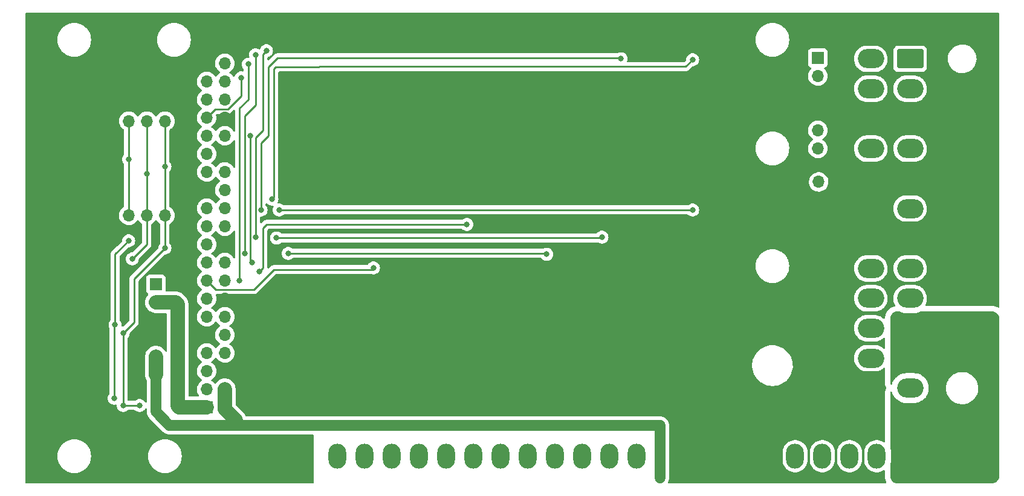
<source format=gbl>
G04 #@! TF.GenerationSoftware,KiCad,Pcbnew,(6.0.1)*
G04 #@! TF.CreationDate,2022-02-20T22:53:52-05:00*
G04 #@! TF.ProjectId,op_mainboard1,6f705f6d-6169-46e6-926f-617264312e6b,rev?*
G04 #@! TF.SameCoordinates,Original*
G04 #@! TF.FileFunction,Copper,L2,Bot*
G04 #@! TF.FilePolarity,Positive*
%FSLAX46Y46*%
G04 Gerber Fmt 4.6, Leading zero omitted, Abs format (unit mm)*
G04 Created by KiCad (PCBNEW (6.0.1)) date 2022-02-20 22:53:52*
%MOMM*%
%LPD*%
G01*
G04 APERTURE LIST*
G04 Aperture macros list*
%AMRoundRect*
0 Rectangle with rounded corners*
0 $1 Rounding radius*
0 $2 $3 $4 $5 $6 $7 $8 $9 X,Y pos of 4 corners*
0 Add a 4 corners polygon primitive as box body*
4,1,4,$2,$3,$4,$5,$6,$7,$8,$9,$2,$3,0*
0 Add four circle primitives for the rounded corners*
1,1,$1+$1,$2,$3*
1,1,$1+$1,$4,$5*
1,1,$1+$1,$6,$7*
1,1,$1+$1,$8,$9*
0 Add four rect primitives between the rounded corners*
20,1,$1+$1,$2,$3,$4,$5,0*
20,1,$1+$1,$4,$5,$6,$7,0*
20,1,$1+$1,$6,$7,$8,$9,0*
20,1,$1+$1,$8,$9,$2,$3,0*%
G04 Aperture macros list end*
G04 #@! TA.AperFunction,ComponentPad*
%ADD10R,1.700000X1.700000*%
G04 #@! TD*
G04 #@! TA.AperFunction,ComponentPad*
%ADD11O,1.700000X1.700000*%
G04 #@! TD*
G04 #@! TA.AperFunction,ComponentPad*
%ADD12RoundRect,0.250001X-1.599999X1.099999X-1.599999X-1.099999X1.599999X-1.099999X1.599999X1.099999X0*%
G04 #@! TD*
G04 #@! TA.AperFunction,ComponentPad*
%ADD13O,3.700000X2.700000*%
G04 #@! TD*
G04 #@! TA.AperFunction,ComponentPad*
%ADD14O,2.500000X3.500000*%
G04 #@! TD*
G04 #@! TA.AperFunction,ViaPad*
%ADD15C,0.800000*%
G04 #@! TD*
G04 #@! TA.AperFunction,Conductor*
%ADD16C,0.250000*%
G04 #@! TD*
G04 #@! TA.AperFunction,Conductor*
%ADD17C,2.000000*%
G04 #@! TD*
G04 #@! TA.AperFunction,Conductor*
%ADD18C,1.500000*%
G04 #@! TD*
G04 APERTURE END LIST*
D10*
X54610000Y-131318000D03*
D11*
X57150000Y-131318000D03*
X59690000Y-131318000D03*
X62230000Y-131318000D03*
D10*
X60960000Y-140970000D03*
D11*
X60960000Y-143510000D03*
X60960000Y-146050000D03*
X60960000Y-148590000D03*
X60960000Y-151130000D03*
X60960000Y-153670000D03*
D10*
X54620000Y-118085000D03*
D11*
X57160000Y-118085000D03*
X59700000Y-118085000D03*
X62240000Y-118085000D03*
D10*
X153797000Y-129159000D03*
D11*
X153797000Y-126619000D03*
D10*
X153670000Y-109220000D03*
D11*
X153670000Y-111760000D03*
X153670000Y-114300000D03*
X153670000Y-116840000D03*
X153670000Y-119380000D03*
X153670000Y-121920000D03*
D12*
X166600000Y-109350000D03*
D13*
X166600000Y-113550000D03*
X166600000Y-117750000D03*
X166600000Y-121950000D03*
X166600000Y-126150000D03*
X166600000Y-130350000D03*
X166600000Y-134550000D03*
X166600000Y-138750000D03*
X166600000Y-142950000D03*
X166600000Y-147150000D03*
X166600000Y-151350000D03*
X166600000Y-155550000D03*
X161100000Y-109350000D03*
X161100000Y-113550000D03*
X161100000Y-117750000D03*
X161100000Y-121950000D03*
X161100000Y-126150000D03*
X161100000Y-130350000D03*
X161100000Y-134550000D03*
X161100000Y-138750000D03*
X161100000Y-142950000D03*
X161100000Y-147150000D03*
X161100000Y-151350000D03*
X161100000Y-155550000D03*
D10*
X68072000Y-158242000D03*
D11*
X70612000Y-158242000D03*
X68072000Y-155702000D03*
X70612000Y-155702000D03*
X68072000Y-153162000D03*
X70612000Y-153162000D03*
X68072000Y-150622000D03*
X70612000Y-150622000D03*
X68072000Y-148082000D03*
X70612000Y-148082000D03*
X68072000Y-145542000D03*
X70612000Y-145542000D03*
X68072000Y-143002000D03*
X70612000Y-143002000D03*
X68072000Y-140462000D03*
X70612000Y-140462000D03*
X68072000Y-137922000D03*
X70612000Y-137922000D03*
X68072000Y-135382000D03*
X70612000Y-135382000D03*
X68072000Y-132842000D03*
X70612000Y-132842000D03*
X68072000Y-130302000D03*
X70612000Y-130302000D03*
X68072000Y-127762000D03*
X70612000Y-127762000D03*
X68072000Y-125222000D03*
X70612000Y-125222000D03*
X68072000Y-122682000D03*
X70612000Y-122682000D03*
X68072000Y-120142000D03*
X70612000Y-120142000D03*
X68072000Y-117602000D03*
X70612000Y-117602000D03*
X68072000Y-115062000D03*
X70612000Y-115062000D03*
X68072000Y-112522000D03*
X70612000Y-112522000D03*
X68072000Y-109982000D03*
X70612000Y-109982000D03*
D14*
X86360000Y-165100000D03*
X90170000Y-165100000D03*
X93980000Y-165100000D03*
X97790000Y-165100000D03*
X101600000Y-165100000D03*
X105410000Y-165100000D03*
X109220000Y-165100000D03*
X113030000Y-165100000D03*
X116840000Y-165100000D03*
X120650000Y-165100000D03*
X124460000Y-165100000D03*
X128270000Y-165100000D03*
X135255000Y-165100000D03*
X139065000Y-165100000D03*
X142875000Y-165100000D03*
X146685000Y-165100000D03*
X150495000Y-165100000D03*
X154305000Y-165100000D03*
X158115000Y-165100000D03*
X161925000Y-165100000D03*
X165735000Y-165100000D03*
X169545000Y-165100000D03*
X173355000Y-165100000D03*
X177165000Y-165100000D03*
D15*
X114300000Y-114935000D03*
X125730000Y-114935000D03*
X91440000Y-147320000D03*
X137160000Y-116205000D03*
X102870000Y-119380000D03*
X137160000Y-117475000D03*
X80010000Y-147320000D03*
X114300000Y-116205000D03*
X80010000Y-115570000D03*
X125730000Y-144780000D03*
X91440000Y-116840000D03*
X137160000Y-143510000D03*
X80010000Y-119380000D03*
X102870000Y-118110000D03*
X137160000Y-142240000D03*
X137160000Y-113665000D03*
X91440000Y-114300000D03*
X91440000Y-143510000D03*
X91440000Y-144780000D03*
X125730000Y-142240000D03*
X52832000Y-145796000D03*
X80010000Y-114300000D03*
X102870000Y-114300000D03*
X80010000Y-142240000D03*
X91440000Y-118110000D03*
X137160000Y-146050000D03*
X125730000Y-147320000D03*
X114300000Y-118745000D03*
X125730000Y-117475000D03*
X137160000Y-144780000D03*
X137160000Y-114935000D03*
X91440000Y-146050000D03*
X102870000Y-146050000D03*
X80010000Y-143510000D03*
X102870000Y-147320000D03*
X102870000Y-142240000D03*
X102870000Y-144780000D03*
X102870000Y-115570000D03*
X137160000Y-118745000D03*
X102870000Y-143510000D03*
X137160000Y-147320000D03*
X91440000Y-115570000D03*
X125730000Y-146050000D03*
X125730000Y-118745000D03*
X114300000Y-147320000D03*
X114300000Y-142240000D03*
X91440000Y-142240000D03*
X80010000Y-116840000D03*
X102870000Y-116840000D03*
X114300000Y-113792000D03*
X114300000Y-144780000D03*
X114300000Y-143510000D03*
X53086000Y-155956000D03*
X114300000Y-146050000D03*
X80010000Y-146050000D03*
X114300000Y-117475000D03*
X125730000Y-113665000D03*
X80010000Y-118110000D03*
X125730000Y-143510000D03*
X80010000Y-144780000D03*
X125730000Y-116205000D03*
X91440000Y-119380000D03*
X131572000Y-168148000D03*
X131572000Y-166878000D03*
X91440000Y-138684000D03*
X72644000Y-140462000D03*
X73914000Y-110109000D03*
X75438000Y-139192000D03*
X104521000Y-132588000D03*
X73443500Y-136652000D03*
X74930000Y-108782690D03*
X115697000Y-136779000D03*
X79502000Y-136652000D03*
X74930000Y-134366000D03*
X76454000Y-108204000D03*
X123444000Y-134366000D03*
X77851000Y-134493000D03*
X75692000Y-130556000D03*
X126111000Y-109347000D03*
X136144000Y-130556000D03*
X78232000Y-130556000D03*
X136144000Y-109474000D03*
X77216000Y-129032000D03*
X57150000Y-134874000D03*
X57150000Y-123444000D03*
X55245000Y-146685000D03*
X55118000Y-156972000D03*
X59690000Y-125476000D03*
X57658000Y-137414000D03*
X62230000Y-135890000D03*
X62230000Y-124460000D03*
X56388000Y-147828000D03*
X56388000Y-157988000D03*
X58674000Y-157988000D03*
X74168000Y-120142000D03*
X74422000Y-137922000D03*
X72898000Y-112014000D03*
D16*
X54610000Y-118095000D02*
X54620000Y-118085000D01*
X52832000Y-145796000D02*
X52705000Y-145669000D01*
D17*
X166600000Y-134550000D02*
X161100000Y-134550000D01*
D16*
X54610000Y-131318000D02*
X54610000Y-118095000D01*
X52832000Y-155702000D02*
X53086000Y-155956000D01*
D17*
X156972000Y-125476000D02*
X156972000Y-120142000D01*
X161100000Y-126150000D02*
X157646000Y-126150000D01*
X156972000Y-120142000D02*
X159364000Y-117750000D01*
X166600000Y-126150000D02*
X161100000Y-126150000D01*
D16*
X80010000Y-116840000D02*
X80010000Y-118110000D01*
X80010000Y-114300000D02*
X80010000Y-115570000D01*
X52705000Y-145669000D02*
X52705000Y-133223000D01*
X52705000Y-133223000D02*
X54610000Y-131318000D01*
D17*
X161100000Y-134550000D02*
X161100000Y-130350000D01*
X159364000Y-117750000D02*
X161100000Y-117750000D01*
X161100000Y-130350000D02*
X161100000Y-126150000D01*
X157646000Y-126150000D02*
X156972000Y-125476000D01*
D16*
X52832000Y-145796000D02*
X52832000Y-155702000D01*
D17*
X72136000Y-160020000D02*
X70612000Y-158496000D01*
D18*
X131572000Y-160782000D02*
X72898000Y-160782000D01*
X72898000Y-160782000D02*
X72136000Y-160020000D01*
D17*
X60960000Y-153670000D02*
X60960000Y-151130000D01*
X70612000Y-158496000D02*
X70612000Y-158242000D01*
D18*
X71374000Y-160782000D02*
X72898000Y-160782000D01*
D17*
X70612000Y-158242000D02*
X70612000Y-155702000D01*
D18*
X131572000Y-166878000D02*
X131572000Y-160782000D01*
X71374000Y-160782000D02*
X62865000Y-160782000D01*
X131572000Y-168148000D02*
X131572000Y-166878000D01*
X62865000Y-160782000D02*
X60960000Y-158877000D01*
X72136000Y-160020000D02*
X71374000Y-160782000D01*
X60960000Y-158877000D02*
X60960000Y-153670000D01*
D17*
X175804206Y-151350000D02*
X177419000Y-152964794D01*
X166600000Y-151350000D02*
X175804206Y-151350000D01*
X166600000Y-147150000D02*
X166600000Y-151350000D01*
X177419000Y-152964794D02*
X177419000Y-161036000D01*
X177419000Y-161036000D02*
X173355000Y-165100000D01*
D16*
X91440000Y-138684000D02*
X91186000Y-138938000D01*
X69342000Y-141732000D02*
X68072000Y-140462000D01*
X74676000Y-141732000D02*
X69342000Y-141732000D01*
X77470000Y-138938000D02*
X74676000Y-141732000D01*
X91186000Y-138938000D02*
X77470000Y-138938000D01*
X73914000Y-115062000D02*
X72681489Y-116294511D01*
X72681489Y-140424511D02*
X72644000Y-140462000D01*
X73914000Y-110109000D02*
X73914000Y-115062000D01*
X72681489Y-116294511D02*
X72681489Y-140424511D01*
X75946000Y-133096000D02*
X75946000Y-138684000D01*
X104521000Y-132588000D02*
X76454000Y-132588000D01*
X76454000Y-132588000D02*
X75946000Y-133096000D01*
X75946000Y-138684000D02*
X75438000Y-139192000D01*
X73406000Y-136614500D02*
X73406000Y-117348000D01*
X73406000Y-117348000D02*
X74930000Y-115824000D01*
X74930000Y-115824000D02*
X74930000Y-108782690D01*
X73443500Y-136652000D02*
X73406000Y-136614500D01*
X115570000Y-136652000D02*
X115697000Y-136779000D01*
X79502000Y-136652000D02*
X115570000Y-136652000D01*
X75946000Y-108712000D02*
X76454000Y-108204000D01*
X74930000Y-120404614D02*
X75946000Y-119388614D01*
X75946000Y-119388614D02*
X75946000Y-108712000D01*
X74930000Y-134366000D02*
X74930000Y-120404614D01*
X77851000Y-134493000D02*
X123317000Y-134493000D01*
X123317000Y-134493000D02*
X123444000Y-134366000D01*
X125984000Y-109220000D02*
X77978000Y-109220000D01*
X76708000Y-120142000D02*
X75692000Y-121158000D01*
X77978000Y-109220000D02*
X76708000Y-110490000D01*
X76708000Y-110490000D02*
X76708000Y-120142000D01*
X126111000Y-109347000D02*
X125984000Y-109220000D01*
X75692000Y-121158000D02*
X75692000Y-130556000D01*
X78232000Y-130556000D02*
X136144000Y-130556000D01*
X83820000Y-110490000D02*
X83857489Y-110452511D01*
X135165489Y-110452511D02*
X136144000Y-109474000D01*
X77724000Y-110490000D02*
X83820000Y-110490000D01*
X77216000Y-129032000D02*
X77470000Y-128778000D01*
X77470000Y-110744000D02*
X77724000Y-110490000D01*
X77470000Y-128778000D02*
X77470000Y-110744000D01*
X83857489Y-110452511D02*
X135165489Y-110452511D01*
D17*
X64008000Y-158024962D02*
X64008000Y-143764000D01*
X64225038Y-158242000D02*
X64008000Y-158024962D01*
X68072000Y-158242000D02*
X64225038Y-158242000D01*
D16*
X55118000Y-156972000D02*
X55118000Y-146812000D01*
X55245000Y-146685000D02*
X55245000Y-136779000D01*
X57160000Y-118085000D02*
X57160000Y-131308000D01*
X55245000Y-136779000D02*
X57150000Y-134874000D01*
X57150000Y-123444000D02*
X57150000Y-131318000D01*
D17*
X64008000Y-143764000D02*
X63754000Y-143510000D01*
D16*
X57160000Y-131308000D02*
X57150000Y-131318000D01*
X55118000Y-146812000D02*
X55245000Y-146685000D01*
D17*
X63754000Y-143510000D02*
X60960000Y-143510000D01*
D16*
X59690000Y-118095000D02*
X59700000Y-118085000D01*
X59690000Y-135382000D02*
X59690000Y-131318000D01*
X59690000Y-125476000D02*
X59690000Y-126238000D01*
X59690000Y-126238000D02*
X59690000Y-118095000D01*
X57658000Y-137414000D02*
X59690000Y-135382000D01*
X59690000Y-131318000D02*
X59690000Y-126238000D01*
X58674000Y-157988000D02*
X56388000Y-157988000D01*
X62230000Y-135890000D02*
X62230000Y-132842000D01*
X62230000Y-132080000D02*
X62230000Y-132021520D01*
X56388000Y-147828000D02*
X57912000Y-146304000D01*
X62230000Y-124460000D02*
X62230000Y-127508000D01*
X62230000Y-131318000D02*
X62230000Y-132842000D01*
X62230000Y-131318000D02*
X62230000Y-127508000D01*
X62230000Y-127508000D02*
X62230000Y-118095000D01*
X57912000Y-146304000D02*
X57912000Y-140208000D01*
X57912000Y-140208000D02*
X62230000Y-135890000D01*
X62230000Y-118095000D02*
X62240000Y-118085000D01*
X62230000Y-132842000D02*
X62230000Y-132080000D01*
X56388000Y-147828000D02*
X56388000Y-157988000D01*
X74422000Y-137922000D02*
X74205489Y-137705489D01*
X74205489Y-120179489D02*
X74168000Y-120142000D01*
X74205489Y-137705489D02*
X74205489Y-120179489D01*
X71024511Y-116427489D02*
X69246511Y-116427489D01*
X69246511Y-116427489D02*
X68072000Y-117602000D01*
X72898000Y-114554000D02*
X71024511Y-116427489D01*
X72898000Y-112014000D02*
X72898000Y-114554000D01*
G04 #@! TA.AperFunction,Conductor*
G36*
X128905000Y-120015000D02*
G01*
X121920000Y-120015000D01*
X121920000Y-113030000D01*
X128905000Y-113030000D01*
X128905000Y-120015000D01*
G37*
G04 #@! TD.AperFunction*
G04 #@! TA.AperFunction,Conductor*
G36*
X140335000Y-120015000D02*
G01*
X133350000Y-120015000D01*
X133350000Y-113030000D01*
X140335000Y-113030000D01*
X140335000Y-120015000D01*
G37*
G04 #@! TD.AperFunction*
G04 #@! TA.AperFunction,Conductor*
G36*
X106045000Y-147955000D02*
G01*
X99060000Y-147955000D01*
X99060000Y-140970000D01*
X106045000Y-140970000D01*
X106045000Y-147955000D01*
G37*
G04 #@! TD.AperFunction*
G04 #@! TA.AperFunction,Conductor*
G36*
X94615000Y-147955000D02*
G01*
X87630000Y-147955000D01*
X87630000Y-140970000D01*
X94615000Y-140970000D01*
X94615000Y-147955000D01*
G37*
G04 #@! TD.AperFunction*
G04 #@! TA.AperFunction,Conductor*
G36*
X140335000Y-147955000D02*
G01*
X133350000Y-147955000D01*
X133350000Y-140970000D01*
X140335000Y-140970000D01*
X140335000Y-147955000D01*
G37*
G04 #@! TD.AperFunction*
G04 #@! TA.AperFunction,Conductor*
G36*
X106045000Y-120015000D02*
G01*
X99060000Y-120015000D01*
X99060000Y-113030000D01*
X106045000Y-113030000D01*
X106045000Y-120015000D01*
G37*
G04 #@! TD.AperFunction*
G04 #@! TA.AperFunction,Conductor*
G36*
X128905000Y-147955000D02*
G01*
X121920000Y-147955000D01*
X121920000Y-140970000D01*
X128905000Y-140970000D01*
X128905000Y-147955000D01*
G37*
G04 #@! TD.AperFunction*
G04 #@! TA.AperFunction,Conductor*
G36*
X83185000Y-120015000D02*
G01*
X78103500Y-120015000D01*
X78103500Y-113030000D01*
X83185000Y-113030000D01*
X83185000Y-120015000D01*
G37*
G04 #@! TD.AperFunction*
G04 #@! TA.AperFunction,Conductor*
G36*
X83185000Y-147955000D02*
G01*
X76200000Y-147955000D01*
X76200000Y-141103904D01*
X76333904Y-140970000D01*
X83185000Y-140970000D01*
X83185000Y-147955000D01*
G37*
G04 #@! TD.AperFunction*
G04 #@! TA.AperFunction,Conductor*
G36*
X94615000Y-120015000D02*
G01*
X87630000Y-120015000D01*
X87630000Y-113030000D01*
X94615000Y-113030000D01*
X94615000Y-120015000D01*
G37*
G04 #@! TD.AperFunction*
G04 #@! TA.AperFunction,Conductor*
G36*
X117475000Y-120015000D02*
G01*
X110490000Y-120015000D01*
X110490000Y-113030000D01*
X117475000Y-113030000D01*
X117475000Y-120015000D01*
G37*
G04 #@! TD.AperFunction*
G04 #@! TA.AperFunction,Conductor*
G36*
X117475000Y-147955000D02*
G01*
X110490000Y-147955000D01*
X110490000Y-140970000D01*
X117475000Y-140970000D01*
X117475000Y-147955000D01*
G37*
G04 #@! TD.AperFunction*
G04 #@! TA.AperFunction,Conductor*
G36*
X165094939Y-144794646D02*
G01*
X165243653Y-144873386D01*
X165267870Y-144882248D01*
X165433017Y-144942683D01*
X165512610Y-144971810D01*
X165792436Y-145032822D01*
X165831901Y-145035928D01*
X166014597Y-145050307D01*
X166014604Y-145050307D01*
X166017053Y-145050500D01*
X167171992Y-145050500D01*
X167174128Y-145050354D01*
X167174139Y-145050354D01*
X167381460Y-145036220D01*
X167381466Y-145036219D01*
X167385737Y-145035928D01*
X167389932Y-145035059D01*
X167389934Y-145035059D01*
X167525961Y-145006889D01*
X167666186Y-144977850D01*
X167936158Y-144882248D01*
X168107070Y-144794034D01*
X168164860Y-144780000D01*
X178063813Y-144780000D01*
X178076163Y-144780607D01*
X178252740Y-144797999D01*
X178276957Y-144802815D01*
X178440809Y-144852518D01*
X178463629Y-144861971D01*
X178614631Y-144942683D01*
X178635158Y-144956399D01*
X178767521Y-145065026D01*
X178784974Y-145082479D01*
X178893601Y-145214842D01*
X178907319Y-145235372D01*
X178988029Y-145386371D01*
X178997482Y-145409190D01*
X179047185Y-145573043D01*
X179052002Y-145597263D01*
X179069393Y-145773837D01*
X179070000Y-145786187D01*
X179070000Y-167903813D01*
X179069393Y-167916163D01*
X179052002Y-168092737D01*
X179047185Y-168116957D01*
X178997482Y-168280809D01*
X178988029Y-168303629D01*
X178907319Y-168454628D01*
X178893601Y-168475158D01*
X178784974Y-168607521D01*
X178767521Y-168624974D01*
X178635158Y-168733601D01*
X178614631Y-168747317D01*
X178522417Y-168796607D01*
X178463629Y-168828029D01*
X178440810Y-168837482D01*
X178276957Y-168887185D01*
X178252740Y-168892001D01*
X178076163Y-168909393D01*
X178063813Y-168910000D01*
X164836187Y-168910000D01*
X164823837Y-168909393D01*
X164647260Y-168892001D01*
X164623043Y-168887185D01*
X164459190Y-168837482D01*
X164436371Y-168828029D01*
X164377583Y-168796607D01*
X164285369Y-168747317D01*
X164264842Y-168733601D01*
X164132479Y-168624974D01*
X164115026Y-168607521D01*
X164006399Y-168475158D01*
X163992681Y-168454628D01*
X163911971Y-168303629D01*
X163902518Y-168280809D01*
X163852815Y-168116957D01*
X163847998Y-168092737D01*
X163830607Y-167916163D01*
X163830000Y-167903813D01*
X163830000Y-166245039D01*
X163833716Y-166214663D01*
X163899672Y-165949144D01*
X163899673Y-165949139D01*
X163900745Y-165944823D01*
X163925500Y-165703210D01*
X163925500Y-164527830D01*
X163910601Y-164317407D01*
X163897204Y-164255177D01*
X163851911Y-164044800D01*
X163851911Y-164044798D01*
X163850975Y-164040453D01*
X163837788Y-164004708D01*
X163830000Y-163961097D01*
X163830000Y-156150749D01*
X163850002Y-156082628D01*
X163903658Y-156036135D01*
X163973932Y-156026031D01*
X164038512Y-156055525D01*
X164077534Y-156117501D01*
X164111702Y-156242398D01*
X164113386Y-156246346D01*
X164209259Y-156471115D01*
X164224068Y-156505835D01*
X164371146Y-156751585D01*
X164550215Y-156975100D01*
X164757962Y-157172245D01*
X164990543Y-157339371D01*
X165243653Y-157473386D01*
X165512610Y-157571810D01*
X165792436Y-157632822D01*
X165831901Y-157635928D01*
X166014597Y-157650307D01*
X166014604Y-157650307D01*
X166017053Y-157650500D01*
X167171992Y-157650500D01*
X167174128Y-157650354D01*
X167174139Y-157650354D01*
X167381460Y-157636220D01*
X167381466Y-157636219D01*
X167385737Y-157635928D01*
X167389932Y-157635059D01*
X167389934Y-157635059D01*
X167525961Y-157606889D01*
X167666186Y-157577850D01*
X167936158Y-157482248D01*
X168190658Y-157350891D01*
X168194159Y-157348430D01*
X168194163Y-157348428D01*
X168421471Y-157188673D01*
X168421477Y-157188668D01*
X168424976Y-157186209D01*
X168634776Y-156991251D01*
X168645575Y-156978058D01*
X168813461Y-156772941D01*
X168816177Y-156769623D01*
X168965820Y-156525427D01*
X168972802Y-156509522D01*
X169079214Y-156267110D01*
X169079215Y-156267106D01*
X169080938Y-156263182D01*
X169159400Y-155987739D01*
X169199754Y-155704196D01*
X169200314Y-155597236D01*
X171644958Y-155597236D01*
X171671014Y-155895065D01*
X171736232Y-156186832D01*
X171839464Y-156467410D01*
X171841415Y-156471110D01*
X171841417Y-156471115D01*
X171933943Y-156646606D01*
X171978898Y-156731870D01*
X172152084Y-156975565D01*
X172355979Y-157194216D01*
X172587000Y-157383979D01*
X172841090Y-157541521D01*
X173113783Y-157664074D01*
X173288027Y-157716018D01*
X173396290Y-157748293D01*
X173396292Y-157748293D01*
X173400289Y-157749485D01*
X173404409Y-157750138D01*
X173404411Y-157750138D01*
X173522423Y-157768829D01*
X173695575Y-157796254D01*
X173738135Y-157798187D01*
X173787659Y-157800436D01*
X173787678Y-157800436D01*
X173789078Y-157800500D01*
X173975834Y-157800500D01*
X174198309Y-157785723D01*
X174491377Y-157726630D01*
X174774056Y-157629296D01*
X174777789Y-157627427D01*
X174777793Y-157627425D01*
X175037640Y-157497303D01*
X175037642Y-157497302D01*
X175041378Y-157495431D01*
X175288647Y-157327387D01*
X175511520Y-157128117D01*
X175706079Y-156901120D01*
X175801011Y-156754938D01*
X175866629Y-156653896D01*
X175866632Y-156653891D01*
X175868908Y-156650386D01*
X175997145Y-156380319D01*
X176036079Y-156259056D01*
X176087258Y-156099651D01*
X176087258Y-156099650D01*
X176088538Y-156095664D01*
X176141480Y-155801422D01*
X176146091Y-155699899D01*
X176154853Y-155506934D01*
X176154853Y-155506929D01*
X176155042Y-155502764D01*
X176128986Y-155204935D01*
X176063768Y-154913168D01*
X175960536Y-154632590D01*
X175942361Y-154598117D01*
X175823055Y-154371834D01*
X175823054Y-154371833D01*
X175821102Y-154368130D01*
X175647916Y-154124435D01*
X175444021Y-153905784D01*
X175213000Y-153716021D01*
X174958910Y-153558479D01*
X174686217Y-153435926D01*
X174471144Y-153371810D01*
X174403710Y-153351707D01*
X174403708Y-153351707D01*
X174399711Y-153350515D01*
X174395591Y-153349862D01*
X174395589Y-153349862D01*
X174277577Y-153331171D01*
X174104425Y-153303746D01*
X174061865Y-153301813D01*
X174012341Y-153299564D01*
X174012322Y-153299564D01*
X174010922Y-153299500D01*
X173824166Y-153299500D01*
X173601691Y-153314277D01*
X173308623Y-153373370D01*
X173025944Y-153470704D01*
X173022211Y-153472573D01*
X173022207Y-153472575D01*
X172846268Y-153560679D01*
X172758622Y-153604569D01*
X172511353Y-153772613D01*
X172288480Y-153971883D01*
X172093921Y-154198880D01*
X172091647Y-154202382D01*
X171994419Y-154352100D01*
X171931092Y-154449614D01*
X171802855Y-154719681D01*
X171801576Y-154723664D01*
X171801575Y-154723667D01*
X171718040Y-154983849D01*
X171711462Y-155004336D01*
X171658520Y-155298578D01*
X171658331Y-155302745D01*
X171658330Y-155302752D01*
X171645147Y-155593066D01*
X171644958Y-155597236D01*
X169200314Y-155597236D01*
X169200549Y-155552333D01*
X169201231Y-155422086D01*
X169201231Y-155422080D01*
X169201253Y-155417800D01*
X169163871Y-155133851D01*
X169088298Y-154857602D01*
X169031170Y-154723667D01*
X168977618Y-154598117D01*
X168977616Y-154598113D01*
X168975932Y-154594165D01*
X168828854Y-154348415D01*
X168649785Y-154124900D01*
X168442038Y-153927755D01*
X168209457Y-153760629D01*
X167956347Y-153626614D01*
X167687390Y-153528190D01*
X167407564Y-153467178D01*
X167364389Y-153463780D01*
X167185403Y-153449693D01*
X167185396Y-153449693D01*
X167182947Y-153449500D01*
X166028008Y-153449500D01*
X166025872Y-153449646D01*
X166025861Y-153449646D01*
X165818540Y-153463780D01*
X165818534Y-153463781D01*
X165814263Y-153464072D01*
X165810068Y-153464941D01*
X165810066Y-153464941D01*
X165788805Y-153469344D01*
X165533814Y-153522150D01*
X165263842Y-153617752D01*
X165009342Y-153749109D01*
X165005841Y-153751570D01*
X165005837Y-153751572D01*
X164778529Y-153911327D01*
X164778523Y-153911332D01*
X164775024Y-153913791D01*
X164565224Y-154108749D01*
X164562510Y-154112065D01*
X164562507Y-154112068D01*
X164491452Y-154198880D01*
X164383823Y-154330377D01*
X164234180Y-154574573D01*
X164232453Y-154578507D01*
X164232452Y-154578509D01*
X164210339Y-154628885D01*
X164119062Y-154836818D01*
X164098431Y-154909243D01*
X164077179Y-154983849D01*
X164039280Y-155043884D01*
X163974940Y-155073898D01*
X163904587Y-155064363D01*
X163850557Y-155018306D01*
X163830000Y-154949330D01*
X163830000Y-145786187D01*
X163830607Y-145773837D01*
X163847998Y-145597263D01*
X163852815Y-145573043D01*
X163902518Y-145409190D01*
X163911971Y-145386371D01*
X163992681Y-145235372D01*
X164006399Y-145214842D01*
X164115026Y-145082479D01*
X164132479Y-145065026D01*
X164264842Y-144956399D01*
X164285369Y-144942683D01*
X164436371Y-144861971D01*
X164459191Y-144852518D01*
X164623043Y-144802815D01*
X164647260Y-144797999D01*
X164823837Y-144780607D01*
X164836187Y-144780000D01*
X165035980Y-144780000D01*
X165094939Y-144794646D01*
G37*
G04 #@! TD.AperFunction*
G04 #@! TA.AperFunction,Conductor*
G36*
X179012121Y-102890002D02*
G01*
X179058614Y-102943658D01*
X179070000Y-102996000D01*
X179070000Y-144125449D01*
X179049998Y-144193570D01*
X178996342Y-144240063D01*
X178926068Y-144250167D01*
X178884604Y-144236571D01*
X178874814Y-144231338D01*
X178817176Y-144200530D01*
X178780004Y-144182948D01*
X178752050Y-144169726D01*
X178752037Y-144169720D01*
X178750658Y-144169068D01*
X178747385Y-144167712D01*
X178729278Y-144160211D01*
X178729260Y-144160204D01*
X178727838Y-144159615D01*
X178658519Y-144134812D01*
X178657042Y-144134364D01*
X178657027Y-144134359D01*
X178585237Y-144112582D01*
X178494667Y-144085109D01*
X178423244Y-144067220D01*
X178399027Y-144062404D01*
X178326256Y-144051611D01*
X178324714Y-144051459D01*
X178324705Y-144051458D01*
X178240587Y-144043173D01*
X178149679Y-144034219D01*
X178148864Y-144034159D01*
X178148854Y-144034158D01*
X178113760Y-144031568D01*
X178113721Y-144031566D01*
X178112981Y-144031511D01*
X178112214Y-144031473D01*
X178112209Y-144031473D01*
X178101373Y-144030940D01*
X178101336Y-144030939D01*
X178100631Y-144030904D01*
X178072175Y-144030205D01*
X178064548Y-144030018D01*
X178064544Y-144030018D01*
X178063813Y-144030000D01*
X168840577Y-144030000D01*
X168772456Y-144009998D01*
X168725963Y-143956342D01*
X168715859Y-143886068D01*
X168729068Y-143845333D01*
X168805490Y-143700079D01*
X168805493Y-143700073D01*
X168807615Y-143696039D01*
X168813357Y-143679781D01*
X168895902Y-143446033D01*
X168895902Y-143446032D01*
X168897425Y-143441720D01*
X168933987Y-143256217D01*
X168948700Y-143181572D01*
X168948701Y-143181566D01*
X168949581Y-143177100D01*
X168954034Y-143087655D01*
X168962764Y-142912292D01*
X168962764Y-142912286D01*
X168962991Y-142907723D01*
X168937375Y-142639231D01*
X168913521Y-142541744D01*
X168874355Y-142381688D01*
X168873269Y-142377250D01*
X168772015Y-142127267D01*
X168635735Y-141894518D01*
X168516448Y-141745357D01*
X168470136Y-141687447D01*
X168470135Y-141687445D01*
X168467284Y-141683881D01*
X168270191Y-141499766D01*
X168048584Y-141346032D01*
X168044501Y-141344001D01*
X168044498Y-141343999D01*
X167897743Y-141270990D01*
X167807106Y-141225899D01*
X167802772Y-141224478D01*
X167802769Y-141224477D01*
X167555147Y-141143302D01*
X167555141Y-141143301D01*
X167550814Y-141141882D01*
X167546322Y-141141102D01*
X167288860Y-141096399D01*
X167288852Y-141096398D01*
X167285079Y-141095743D01*
X167273817Y-141095182D01*
X167201422Y-141091578D01*
X167201414Y-141091578D01*
X167199851Y-141091500D01*
X166031488Y-141091500D01*
X166029220Y-141091665D01*
X166029208Y-141091665D01*
X165898116Y-141101177D01*
X165830996Y-141106047D01*
X165826541Y-141107031D01*
X165826538Y-141107031D01*
X165572088Y-141163209D01*
X165572084Y-141163210D01*
X165567628Y-141164194D01*
X165441520Y-141211972D01*
X165319682Y-141258132D01*
X165319679Y-141258133D01*
X165315412Y-141259750D01*
X165079632Y-141390714D01*
X164865227Y-141554343D01*
X164862034Y-141557609D01*
X164862032Y-141557611D01*
X164841483Y-141578632D01*
X164676688Y-141747208D01*
X164517966Y-141965270D01*
X164476924Y-142043279D01*
X164394510Y-142199921D01*
X164394507Y-142199927D01*
X164392385Y-142203961D01*
X164390865Y-142208266D01*
X164390863Y-142208270D01*
X164329423Y-142382252D01*
X164302575Y-142458280D01*
X164282928Y-142557962D01*
X164259044Y-142679142D01*
X164250419Y-142722900D01*
X164250192Y-142727453D01*
X164250192Y-142727456D01*
X164240991Y-142912292D01*
X164237009Y-142992277D01*
X164262625Y-143260769D01*
X164263710Y-143265203D01*
X164263711Y-143265209D01*
X164308732Y-143449194D01*
X164326731Y-143522750D01*
X164427985Y-143772733D01*
X164499668Y-143895158D01*
X164516827Y-143964050D01*
X164494016Y-144031282D01*
X164438478Y-144075509D01*
X164421546Y-144081048D01*
X164406830Y-144084734D01*
X164405333Y-144085109D01*
X164314763Y-144112582D01*
X164242973Y-144134359D01*
X164242958Y-144134364D01*
X164241481Y-144134812D01*
X164172162Y-144159615D01*
X164170740Y-144160204D01*
X164170722Y-144160211D01*
X164152615Y-144167712D01*
X164149342Y-144169068D01*
X164147963Y-144169720D01*
X164147950Y-144169726D01*
X164119996Y-144182948D01*
X164082824Y-144200530D01*
X163931822Y-144281242D01*
X163930491Y-144282040D01*
X163930480Y-144282046D01*
X163898629Y-144301137D01*
X163868685Y-144319085D01*
X163848158Y-144332801D01*
X163789048Y-144376640D01*
X163787872Y-144377605D01*
X163787867Y-144377609D01*
X163685056Y-144461984D01*
X163656685Y-144485267D01*
X163602149Y-144534696D01*
X163584696Y-144552149D01*
X163535267Y-144606685D01*
X163534292Y-144607873D01*
X163534286Y-144607880D01*
X163428492Y-144736791D01*
X163426640Y-144739048D01*
X163382801Y-144798158D01*
X163381935Y-144799453D01*
X163381935Y-144799454D01*
X163375891Y-144808500D01*
X163369083Y-144818688D01*
X163331239Y-144881827D01*
X163250529Y-145032826D01*
X163219073Y-145099331D01*
X163209620Y-145122150D01*
X163209102Y-145123598D01*
X163209098Y-145123608D01*
X163201623Y-145144500D01*
X163184811Y-145191482D01*
X163184360Y-145192969D01*
X163153243Y-145295552D01*
X163135108Y-145355335D01*
X163117222Y-145426744D01*
X163112405Y-145450964D01*
X163112177Y-145452502D01*
X163101836Y-145522216D01*
X163101833Y-145522237D01*
X163101609Y-145523750D01*
X163101458Y-145525282D01*
X163101457Y-145525291D01*
X163099480Y-145545365D01*
X163084218Y-145700324D01*
X163084163Y-145701075D01*
X163084156Y-145701151D01*
X163083371Y-145711791D01*
X163058410Y-145778255D01*
X163001477Y-145820672D01*
X162930650Y-145825576D01*
X162871701Y-145794592D01*
X162862704Y-145786187D01*
X162770191Y-145699766D01*
X162548584Y-145546032D01*
X162544501Y-145544001D01*
X162544498Y-145543999D01*
X162379606Y-145461967D01*
X162307106Y-145425899D01*
X162302772Y-145424478D01*
X162302769Y-145424477D01*
X162055147Y-145343302D01*
X162055141Y-145343301D01*
X162050814Y-145341882D01*
X162046322Y-145341102D01*
X161788860Y-145296399D01*
X161788852Y-145296398D01*
X161785079Y-145295743D01*
X161773817Y-145295182D01*
X161701422Y-145291578D01*
X161701414Y-145291578D01*
X161699851Y-145291500D01*
X160531488Y-145291500D01*
X160529220Y-145291665D01*
X160529208Y-145291665D01*
X160398116Y-145301177D01*
X160330996Y-145306047D01*
X160326541Y-145307031D01*
X160326538Y-145307031D01*
X160072088Y-145363209D01*
X160072084Y-145363210D01*
X160067628Y-145364194D01*
X159941520Y-145411972D01*
X159819682Y-145458132D01*
X159819679Y-145458133D01*
X159815412Y-145459750D01*
X159579632Y-145590714D01*
X159365227Y-145754343D01*
X159362034Y-145757609D01*
X159362032Y-145757611D01*
X159286357Y-145835023D01*
X159176688Y-145947208D01*
X159017966Y-146165270D01*
X158974294Y-146248277D01*
X158894510Y-146399921D01*
X158894507Y-146399927D01*
X158892385Y-146403961D01*
X158890865Y-146408266D01*
X158890863Y-146408270D01*
X158815470Y-146621765D01*
X158802575Y-146658280D01*
X158780805Y-146768731D01*
X158751657Y-146916621D01*
X158750419Y-146922900D01*
X158750192Y-146927453D01*
X158750192Y-146927456D01*
X158737383Y-147184774D01*
X158737009Y-147192277D01*
X158762625Y-147460769D01*
X158763710Y-147465203D01*
X158763711Y-147465209D01*
X158807143Y-147642702D01*
X158826731Y-147722750D01*
X158927985Y-147972733D01*
X159064265Y-148205482D01*
X159232716Y-148416119D01*
X159429809Y-148600234D01*
X159651416Y-148753968D01*
X159655499Y-148755999D01*
X159655502Y-148756001D01*
X159702613Y-148779438D01*
X159892894Y-148874101D01*
X159897228Y-148875522D01*
X159897231Y-148875523D01*
X160144853Y-148956698D01*
X160144859Y-148956699D01*
X160149186Y-148958118D01*
X160153677Y-148958898D01*
X160153678Y-148958898D01*
X160411140Y-149003601D01*
X160411148Y-149003602D01*
X160414921Y-149004257D01*
X160418758Y-149004448D01*
X160498578Y-149008422D01*
X160498586Y-149008422D01*
X160500149Y-149008500D01*
X161668512Y-149008500D01*
X161670780Y-149008335D01*
X161670792Y-149008335D01*
X161801884Y-148998823D01*
X161869004Y-148993953D01*
X161873459Y-148992969D01*
X161873462Y-148992969D01*
X162127912Y-148936791D01*
X162127916Y-148936790D01*
X162132372Y-148935806D01*
X162272572Y-148882689D01*
X162380318Y-148841868D01*
X162380321Y-148841867D01*
X162384588Y-148840250D01*
X162620368Y-148709286D01*
X162834773Y-148545657D01*
X162863901Y-148515860D01*
X162925823Y-148481132D01*
X162996691Y-148485394D01*
X163054006Y-148527293D01*
X163079569Y-148593528D01*
X163080000Y-148603941D01*
X163080000Y-149899048D01*
X163059998Y-149967169D01*
X163006342Y-150013662D01*
X162936068Y-150023766D01*
X162867988Y-149991123D01*
X162793583Y-149921618D01*
X162770191Y-149899766D01*
X162548584Y-149746032D01*
X162544501Y-149744001D01*
X162544498Y-149743999D01*
X162379606Y-149661967D01*
X162307106Y-149625899D01*
X162302772Y-149624478D01*
X162302769Y-149624477D01*
X162055147Y-149543302D01*
X162055141Y-149543301D01*
X162050814Y-149541882D01*
X162046322Y-149541102D01*
X161788860Y-149496399D01*
X161788852Y-149496398D01*
X161785079Y-149495743D01*
X161773817Y-149495182D01*
X161701422Y-149491578D01*
X161701414Y-149491578D01*
X161699851Y-149491500D01*
X160531488Y-149491500D01*
X160529220Y-149491665D01*
X160529208Y-149491665D01*
X160398116Y-149501177D01*
X160330996Y-149506047D01*
X160326541Y-149507031D01*
X160326538Y-149507031D01*
X160072088Y-149563209D01*
X160072084Y-149563210D01*
X160067628Y-149564194D01*
X159974360Y-149599530D01*
X159819682Y-149658132D01*
X159819679Y-149658133D01*
X159815412Y-149659750D01*
X159579632Y-149790714D01*
X159528307Y-149829884D01*
X159411467Y-149919054D01*
X159365227Y-149954343D01*
X159362034Y-149957609D01*
X159362032Y-149957611D01*
X159303997Y-150016978D01*
X159176688Y-150147208D01*
X159017966Y-150365270D01*
X158997315Y-150404522D01*
X158894510Y-150599921D01*
X158894507Y-150599927D01*
X158892385Y-150603961D01*
X158890865Y-150608266D01*
X158890863Y-150608270D01*
X158837768Y-150758623D01*
X158802575Y-150858280D01*
X158793379Y-150904939D01*
X158753025Y-151109680D01*
X158750419Y-151122900D01*
X158750192Y-151127453D01*
X158750192Y-151127456D01*
X158740357Y-151325028D01*
X158737009Y-151392277D01*
X158762625Y-151660769D01*
X158763710Y-151665203D01*
X158763711Y-151665209D01*
X158804797Y-151833114D01*
X158826731Y-151922750D01*
X158927985Y-152172733D01*
X159064265Y-152405482D01*
X159067118Y-152409049D01*
X159208277Y-152585559D01*
X159232716Y-152616119D01*
X159429809Y-152800234D01*
X159651416Y-152953968D01*
X159655499Y-152955999D01*
X159655502Y-152956001D01*
X159771013Y-153013466D01*
X159892894Y-153074101D01*
X159897228Y-153075522D01*
X159897231Y-153075523D01*
X160144853Y-153156698D01*
X160144859Y-153156699D01*
X160149186Y-153158118D01*
X160153677Y-153158898D01*
X160153678Y-153158898D01*
X160411140Y-153203601D01*
X160411148Y-153203602D01*
X160414921Y-153204257D01*
X160418758Y-153204448D01*
X160498578Y-153208422D01*
X160498586Y-153208422D01*
X160500149Y-153208500D01*
X161668512Y-153208500D01*
X161670780Y-153208335D01*
X161670792Y-153208335D01*
X161815280Y-153197851D01*
X161869004Y-153193953D01*
X161873459Y-153192969D01*
X161873462Y-153192969D01*
X162127912Y-153136791D01*
X162127916Y-153136790D01*
X162132372Y-153135806D01*
X162258480Y-153088028D01*
X162380318Y-153041868D01*
X162380321Y-153041867D01*
X162384588Y-153040250D01*
X162606986Y-152916719D01*
X162616375Y-152911504D01*
X162616376Y-152911503D01*
X162620368Y-152909286D01*
X162834773Y-152745657D01*
X162863901Y-152715860D01*
X162925823Y-152681132D01*
X162996691Y-152685394D01*
X163054006Y-152727293D01*
X163079569Y-152793528D01*
X163080000Y-152803941D01*
X163080000Y-154949330D01*
X163081215Y-154992011D01*
X163082001Y-154996504D01*
X163082002Y-154996509D01*
X163086885Y-155024401D01*
X163111242Y-155163542D01*
X163112292Y-155167065D01*
X163131298Y-155230839D01*
X163131305Y-155230859D01*
X163131799Y-155232518D01*
X163132389Y-155234162D01*
X163132390Y-155234165D01*
X163134869Y-155241071D01*
X163159607Y-155310003D01*
X163245501Y-155461485D01*
X163250495Y-155466861D01*
X163250791Y-155467180D01*
X163250925Y-155467448D01*
X163254833Y-155472784D01*
X163253921Y-155473452D01*
X163282497Y-155530703D01*
X163274826Y-155601284D01*
X163259937Y-155627638D01*
X163198508Y-155711070D01*
X163130382Y-155871330D01*
X163110380Y-155939451D01*
X163100216Y-155977787D01*
X163080000Y-156150749D01*
X163080000Y-163020179D01*
X163059998Y-163088300D01*
X163006342Y-163134793D01*
X162936068Y-163144897D01*
X162882180Y-163123706D01*
X162823851Y-163083241D01*
X162823848Y-163083239D01*
X162820009Y-163080576D01*
X162783018Y-163062334D01*
X162589781Y-162967040D01*
X162589778Y-162967039D01*
X162585593Y-162964975D01*
X162539449Y-162950204D01*
X162341123Y-162886720D01*
X162336665Y-162885293D01*
X162078693Y-162843279D01*
X161964942Y-162841790D01*
X161822022Y-162839919D01*
X161822019Y-162839919D01*
X161817345Y-162839858D01*
X161558362Y-162875104D01*
X161307433Y-162948243D01*
X161303180Y-162950203D01*
X161303179Y-162950204D01*
X161266659Y-162967040D01*
X161070072Y-163057668D01*
X161031067Y-163083241D01*
X160855404Y-163198410D01*
X160855399Y-163198414D01*
X160851491Y-163200976D01*
X160656494Y-163375018D01*
X160489363Y-163575970D01*
X160353771Y-163799419D01*
X160252697Y-164040455D01*
X160188359Y-164293783D01*
X160166500Y-164510867D01*
X160166500Y-165666354D01*
X160166673Y-165668679D01*
X160166673Y-165668685D01*
X160169418Y-165705614D01*
X160180939Y-165860652D01*
X160181968Y-165865200D01*
X160181969Y-165865206D01*
X160211909Y-165997521D01*
X160238623Y-166115577D01*
X160240315Y-166119929D01*
X160240316Y-166119931D01*
X160303032Y-166281205D01*
X160333353Y-166359177D01*
X160463049Y-166586098D01*
X160624862Y-166791357D01*
X160815237Y-166970443D01*
X161029991Y-167119424D01*
X161034181Y-167121490D01*
X161034184Y-167121492D01*
X161260219Y-167232960D01*
X161260222Y-167232961D01*
X161264407Y-167235025D01*
X161268850Y-167236447D01*
X161268852Y-167236448D01*
X161508877Y-167313280D01*
X161513335Y-167314707D01*
X161771307Y-167356721D01*
X161885058Y-167358210D01*
X162027978Y-167360081D01*
X162027981Y-167360081D01*
X162032655Y-167360142D01*
X162291638Y-167324896D01*
X162542567Y-167251757D01*
X162578862Y-167235025D01*
X162597112Y-167226611D01*
X162779928Y-167142332D01*
X162884916Y-167073499D01*
X162952850Y-167052876D01*
X163021151Y-167072256D01*
X163068131Y-167125485D01*
X163080000Y-167178871D01*
X163080000Y-167903813D01*
X163080904Y-167940631D01*
X163081511Y-167952981D01*
X163084218Y-167989676D01*
X163101609Y-168166250D01*
X163101833Y-168167763D01*
X163101836Y-168167784D01*
X163110216Y-168224281D01*
X163112405Y-168239036D01*
X163117222Y-168263256D01*
X163135109Y-168334667D01*
X163184812Y-168498519D01*
X163209615Y-168567838D01*
X163210204Y-168569260D01*
X163210211Y-168569278D01*
X163217712Y-168587385D01*
X163219068Y-168590658D01*
X163250529Y-168657174D01*
X163284995Y-168721656D01*
X163286571Y-168724604D01*
X163301043Y-168794110D01*
X163275639Y-168860406D01*
X163218426Y-168902444D01*
X163175449Y-168910000D01*
X132806952Y-168910000D01*
X132738831Y-168889998D01*
X132692338Y-168836342D01*
X132682234Y-168766068D01*
X132694682Y-168726804D01*
X132694887Y-168726403D01*
X132697864Y-168721656D01*
X132759699Y-168567838D01*
X132779560Y-168518431D01*
X132781656Y-168513217D01*
X132827213Y-168293233D01*
X132828855Y-168264752D01*
X132830395Y-168238048D01*
X132830395Y-168238044D01*
X132830500Y-168236225D01*
X132830500Y-165666354D01*
X148736500Y-165666354D01*
X148736673Y-165668679D01*
X148736673Y-165668685D01*
X148739418Y-165705614D01*
X148750939Y-165860652D01*
X148751968Y-165865200D01*
X148751969Y-165865206D01*
X148781909Y-165997521D01*
X148808623Y-166115577D01*
X148810315Y-166119929D01*
X148810316Y-166119931D01*
X148873032Y-166281205D01*
X148903353Y-166359177D01*
X149033049Y-166586098D01*
X149194862Y-166791357D01*
X149385237Y-166970443D01*
X149599991Y-167119424D01*
X149604181Y-167121490D01*
X149604184Y-167121492D01*
X149830219Y-167232960D01*
X149830222Y-167232961D01*
X149834407Y-167235025D01*
X149838850Y-167236447D01*
X149838852Y-167236448D01*
X150078877Y-167313280D01*
X150083335Y-167314707D01*
X150341307Y-167356721D01*
X150455058Y-167358210D01*
X150597978Y-167360081D01*
X150597981Y-167360081D01*
X150602655Y-167360142D01*
X150861638Y-167324896D01*
X151112567Y-167251757D01*
X151148862Y-167235025D01*
X151167112Y-167226611D01*
X151349928Y-167142332D01*
X151486371Y-167052876D01*
X151564596Y-167001590D01*
X151564601Y-167001586D01*
X151568509Y-166999024D01*
X151763506Y-166824982D01*
X151930637Y-166624030D01*
X152066229Y-166400581D01*
X152167303Y-166159545D01*
X152231641Y-165906217D01*
X152253500Y-165689133D01*
X152253500Y-165666354D01*
X152546500Y-165666354D01*
X152546673Y-165668679D01*
X152546673Y-165668685D01*
X152549418Y-165705614D01*
X152560939Y-165860652D01*
X152561968Y-165865200D01*
X152561969Y-165865206D01*
X152591909Y-165997521D01*
X152618623Y-166115577D01*
X152620315Y-166119929D01*
X152620316Y-166119931D01*
X152683032Y-166281205D01*
X152713353Y-166359177D01*
X152843049Y-166586098D01*
X153004862Y-166791357D01*
X153195237Y-166970443D01*
X153409991Y-167119424D01*
X153414181Y-167121490D01*
X153414184Y-167121492D01*
X153640219Y-167232960D01*
X153640222Y-167232961D01*
X153644407Y-167235025D01*
X153648850Y-167236447D01*
X153648852Y-167236448D01*
X153888877Y-167313280D01*
X153893335Y-167314707D01*
X154151307Y-167356721D01*
X154265058Y-167358210D01*
X154407978Y-167360081D01*
X154407981Y-167360081D01*
X154412655Y-167360142D01*
X154671638Y-167324896D01*
X154922567Y-167251757D01*
X154958862Y-167235025D01*
X154977112Y-167226611D01*
X155159928Y-167142332D01*
X155296371Y-167052876D01*
X155374596Y-167001590D01*
X155374601Y-167001586D01*
X155378509Y-166999024D01*
X155573506Y-166824982D01*
X155740637Y-166624030D01*
X155876229Y-166400581D01*
X155977303Y-166159545D01*
X156041641Y-165906217D01*
X156063500Y-165689133D01*
X156063500Y-165666354D01*
X156356500Y-165666354D01*
X156356673Y-165668679D01*
X156356673Y-165668685D01*
X156359418Y-165705614D01*
X156370939Y-165860652D01*
X156371968Y-165865200D01*
X156371969Y-165865206D01*
X156401909Y-165997521D01*
X156428623Y-166115577D01*
X156430315Y-166119929D01*
X156430316Y-166119931D01*
X156493032Y-166281205D01*
X156523353Y-166359177D01*
X156653049Y-166586098D01*
X156814862Y-166791357D01*
X157005237Y-166970443D01*
X157219991Y-167119424D01*
X157224181Y-167121490D01*
X157224184Y-167121492D01*
X157450219Y-167232960D01*
X157450222Y-167232961D01*
X157454407Y-167235025D01*
X157458850Y-167236447D01*
X157458852Y-167236448D01*
X157698877Y-167313280D01*
X157703335Y-167314707D01*
X157961307Y-167356721D01*
X158075058Y-167358210D01*
X158217978Y-167360081D01*
X158217981Y-167360081D01*
X158222655Y-167360142D01*
X158481638Y-167324896D01*
X158732567Y-167251757D01*
X158768862Y-167235025D01*
X158787112Y-167226611D01*
X158969928Y-167142332D01*
X159106371Y-167052876D01*
X159184596Y-167001590D01*
X159184601Y-167001586D01*
X159188509Y-166999024D01*
X159383506Y-166824982D01*
X159550637Y-166624030D01*
X159686229Y-166400581D01*
X159787303Y-166159545D01*
X159851641Y-165906217D01*
X159873500Y-165689133D01*
X159873500Y-164533646D01*
X159871574Y-164507729D01*
X159859407Y-164344000D01*
X159859406Y-164343996D01*
X159859061Y-164339348D01*
X159847725Y-164289248D01*
X159802408Y-164088980D01*
X159801377Y-164084423D01*
X159738304Y-163922229D01*
X159708340Y-163845176D01*
X159708339Y-163845173D01*
X159706647Y-163840823D01*
X159576951Y-163613902D01*
X159415138Y-163408643D01*
X159224763Y-163229557D01*
X159010009Y-163080576D01*
X158973018Y-163062334D01*
X158779781Y-162967040D01*
X158779778Y-162967039D01*
X158775593Y-162964975D01*
X158729449Y-162950204D01*
X158531123Y-162886720D01*
X158526665Y-162885293D01*
X158268693Y-162843279D01*
X158154942Y-162841790D01*
X158012022Y-162839919D01*
X158012019Y-162839919D01*
X158007345Y-162839858D01*
X157748362Y-162875104D01*
X157497433Y-162948243D01*
X157493180Y-162950203D01*
X157493179Y-162950204D01*
X157456659Y-162967040D01*
X157260072Y-163057668D01*
X157221067Y-163083241D01*
X157045404Y-163198410D01*
X157045399Y-163198414D01*
X157041491Y-163200976D01*
X156846494Y-163375018D01*
X156679363Y-163575970D01*
X156543771Y-163799419D01*
X156442697Y-164040455D01*
X156378359Y-164293783D01*
X156356500Y-164510867D01*
X156356500Y-165666354D01*
X156063500Y-165666354D01*
X156063500Y-164533646D01*
X156061574Y-164507729D01*
X156049407Y-164344000D01*
X156049406Y-164343996D01*
X156049061Y-164339348D01*
X156037725Y-164289248D01*
X155992408Y-164088980D01*
X155991377Y-164084423D01*
X155928304Y-163922229D01*
X155898340Y-163845176D01*
X155898339Y-163845173D01*
X155896647Y-163840823D01*
X155766951Y-163613902D01*
X155605138Y-163408643D01*
X155414763Y-163229557D01*
X155200009Y-163080576D01*
X155163018Y-163062334D01*
X154969781Y-162967040D01*
X154969778Y-162967039D01*
X154965593Y-162964975D01*
X154919449Y-162950204D01*
X154721123Y-162886720D01*
X154716665Y-162885293D01*
X154458693Y-162843279D01*
X154344942Y-162841790D01*
X154202022Y-162839919D01*
X154202019Y-162839919D01*
X154197345Y-162839858D01*
X153938362Y-162875104D01*
X153687433Y-162948243D01*
X153683180Y-162950203D01*
X153683179Y-162950204D01*
X153646659Y-162967040D01*
X153450072Y-163057668D01*
X153411067Y-163083241D01*
X153235404Y-163198410D01*
X153235399Y-163198414D01*
X153231491Y-163200976D01*
X153036494Y-163375018D01*
X152869363Y-163575970D01*
X152733771Y-163799419D01*
X152632697Y-164040455D01*
X152568359Y-164293783D01*
X152546500Y-164510867D01*
X152546500Y-165666354D01*
X152253500Y-165666354D01*
X152253500Y-164533646D01*
X152251574Y-164507729D01*
X152239407Y-164344000D01*
X152239406Y-164343996D01*
X152239061Y-164339348D01*
X152227725Y-164289248D01*
X152182408Y-164088980D01*
X152181377Y-164084423D01*
X152118304Y-163922229D01*
X152088340Y-163845176D01*
X152088339Y-163845173D01*
X152086647Y-163840823D01*
X151956951Y-163613902D01*
X151795138Y-163408643D01*
X151604763Y-163229557D01*
X151390009Y-163080576D01*
X151353018Y-163062334D01*
X151159781Y-162967040D01*
X151159778Y-162967039D01*
X151155593Y-162964975D01*
X151109449Y-162950204D01*
X150911123Y-162886720D01*
X150906665Y-162885293D01*
X150648693Y-162843279D01*
X150534942Y-162841790D01*
X150392022Y-162839919D01*
X150392019Y-162839919D01*
X150387345Y-162839858D01*
X150128362Y-162875104D01*
X149877433Y-162948243D01*
X149873180Y-162950203D01*
X149873179Y-162950204D01*
X149836659Y-162967040D01*
X149640072Y-163057668D01*
X149601067Y-163083241D01*
X149425404Y-163198410D01*
X149425399Y-163198414D01*
X149421491Y-163200976D01*
X149226494Y-163375018D01*
X149059363Y-163575970D01*
X148923771Y-163799419D01*
X148822697Y-164040455D01*
X148758359Y-164293783D01*
X148736500Y-164510867D01*
X148736500Y-165666354D01*
X132830500Y-165666354D01*
X132830500Y-160823346D01*
X132830709Y-160816093D01*
X132834640Y-160747917D01*
X132834640Y-160747914D01*
X132834963Y-160742310D01*
X132824080Y-160652372D01*
X132823670Y-160648469D01*
X132816116Y-160563830D01*
X132815617Y-160558238D01*
X132812808Y-160547970D01*
X132809256Y-160529863D01*
X132808650Y-160524859D01*
X132808649Y-160524854D01*
X132807975Y-160519285D01*
X132781325Y-160432658D01*
X132780231Y-160428891D01*
X132757819Y-160346966D01*
X132757819Y-160346965D01*
X132756337Y-160341549D01*
X132751751Y-160331933D01*
X132745052Y-160314751D01*
X132743568Y-160309929D01*
X132741918Y-160304565D01*
X132700344Y-160224016D01*
X132698636Y-160220575D01*
X132659622Y-160138782D01*
X132653409Y-160130135D01*
X132643772Y-160114409D01*
X132638882Y-160104936D01*
X132635464Y-160100481D01*
X132583732Y-160033062D01*
X132581371Y-160029884D01*
X132531805Y-159960904D01*
X132531801Y-159960899D01*
X132528529Y-159956346D01*
X132523367Y-159951343D01*
X132520883Y-159948936D01*
X132508610Y-159935161D01*
X132505542Y-159931163D01*
X132505538Y-159931159D01*
X132502123Y-159926708D01*
X132497977Y-159922935D01*
X132497972Y-159922930D01*
X132435129Y-159865748D01*
X132432244Y-159863039D01*
X132371231Y-159803913D01*
X132371229Y-159803911D01*
X132367201Y-159800008D01*
X132358361Y-159794068D01*
X132343839Y-159782681D01*
X132340115Y-159779292D01*
X132340113Y-159779290D01*
X132335964Y-159775515D01*
X132259258Y-159727398D01*
X132255950Y-159725249D01*
X132185396Y-159677840D01*
X132180738Y-159674710D01*
X132170986Y-159670430D01*
X132154664Y-159661787D01*
X132150407Y-159659116D01*
X132150403Y-159659114D01*
X132145656Y-159656136D01*
X132140456Y-159654046D01*
X132140445Y-159654040D01*
X132061620Y-159622353D01*
X132057970Y-159620819D01*
X131980169Y-159586666D01*
X131980163Y-159586664D01*
X131975033Y-159584412D01*
X131969585Y-159583104D01*
X131969582Y-159583103D01*
X131966283Y-159582311D01*
X131964672Y-159581925D01*
X131947098Y-159576316D01*
X131942419Y-159574435D01*
X131942418Y-159574435D01*
X131937217Y-159572344D01*
X131848550Y-159553981D01*
X131844687Y-159553118D01*
X131762038Y-159533276D01*
X131762036Y-159533276D01*
X131756589Y-159531968D01*
X131750996Y-159531645D01*
X131750993Y-159531645D01*
X131747221Y-159531428D01*
X131745958Y-159531355D01*
X131727660Y-159528946D01*
X131721761Y-159527724D01*
X131721753Y-159527723D01*
X131717233Y-159526787D01*
X131682286Y-159524772D01*
X131662048Y-159523605D01*
X131662044Y-159523605D01*
X131660225Y-159523500D01*
X131613346Y-159523500D01*
X131606093Y-159523291D01*
X131537912Y-159519360D01*
X131532310Y-159519037D01*
X131526743Y-159519711D01*
X131526732Y-159519711D01*
X131502965Y-159522587D01*
X131487828Y-159523500D01*
X73650971Y-159523500D01*
X73582850Y-159503498D01*
X73537723Y-159452734D01*
X73440872Y-159254158D01*
X73440868Y-159254151D01*
X73438654Y-159249612D01*
X73321051Y-159082900D01*
X73301007Y-159054486D01*
X73301004Y-159054482D01*
X73298726Y-159051253D01*
X73279091Y-159029750D01*
X72157405Y-157908064D01*
X72123379Y-157845752D01*
X72120500Y-157818969D01*
X72120500Y-155640999D01*
X72106966Y-155472784D01*
X72106346Y-155465076D01*
X72106345Y-155465071D01*
X72105940Y-155460035D01*
X72103895Y-155451707D01*
X72049244Y-155229208D01*
X72048037Y-155224294D01*
X72028292Y-155177776D01*
X71967456Y-155034457D01*
X71953188Y-155000844D01*
X71857195Y-154848411D01*
X71826528Y-154799712D01*
X71826526Y-154799709D01*
X71823833Y-154795433D01*
X71744151Y-154705051D01*
X71666650Y-154617142D01*
X71666647Y-154617139D01*
X71663302Y-154613345D01*
X71623962Y-154581031D01*
X71479628Y-154462474D01*
X71479625Y-154462472D01*
X71475722Y-154459266D01*
X71359033Y-154391351D01*
X71270290Y-154339701D01*
X71270288Y-154339700D01*
X71265922Y-154337159D01*
X71131725Y-154285646D01*
X71044022Y-154251980D01*
X71044018Y-154251979D01*
X71039298Y-154250167D01*
X71034348Y-154249133D01*
X71034345Y-154249132D01*
X70806631Y-154201560D01*
X70806627Y-154201560D01*
X70801680Y-154200526D01*
X70559183Y-154189514D01*
X70554163Y-154190095D01*
X70554159Y-154190095D01*
X70323071Y-154216833D01*
X70323067Y-154216834D01*
X70318044Y-154217415D01*
X70313180Y-154218791D01*
X70313177Y-154218792D01*
X70205958Y-154249132D01*
X70084468Y-154283510D01*
X70079892Y-154285644D01*
X70079886Y-154285646D01*
X69869046Y-154383962D01*
X69869042Y-154383964D01*
X69864464Y-154386099D01*
X69663693Y-154522544D01*
X69487319Y-154689332D01*
X69484241Y-154693358D01*
X69484240Y-154693359D01*
X69350320Y-154868519D01*
X69293055Y-154910487D01*
X69222192Y-154914832D01*
X69160228Y-154880176D01*
X69153157Y-154872045D01*
X69152014Y-154870277D01*
X69001670Y-154705051D01*
X68997619Y-154701852D01*
X68997615Y-154701848D01*
X68830414Y-154569800D01*
X68830410Y-154569798D01*
X68826359Y-154566598D01*
X68785053Y-154543796D01*
X68735084Y-154493364D01*
X68720312Y-154423921D01*
X68745428Y-154357516D01*
X68772780Y-154330909D01*
X68841160Y-154282134D01*
X68951860Y-154203173D01*
X69110096Y-154045489D01*
X69169594Y-153962689D01*
X69237435Y-153868277D01*
X69240453Y-153864077D01*
X69245644Y-153853575D01*
X69337136Y-153668453D01*
X69337137Y-153668451D01*
X69339430Y-153663811D01*
X69372965Y-153553434D01*
X69402865Y-153455023D01*
X69402865Y-153455021D01*
X69404370Y-153450069D01*
X69433529Y-153228590D01*
X69434375Y-153193953D01*
X69435074Y-153165365D01*
X69435074Y-153165361D01*
X69435156Y-153162000D01*
X69416852Y-152939361D01*
X69362431Y-152722702D01*
X69273354Y-152517840D01*
X69152014Y-152330277D01*
X69084000Y-152255531D01*
X144468142Y-152255531D01*
X144470763Y-152589246D01*
X144471222Y-152592905D01*
X144511214Y-152911707D01*
X144512301Y-152920376D01*
X144592188Y-153244399D01*
X144593482Y-153247850D01*
X144593482Y-153247851D01*
X144695144Y-153519035D01*
X144709334Y-153556888D01*
X144862138Y-153853575D01*
X145048514Y-154130409D01*
X145265914Y-154383607D01*
X145511371Y-154609712D01*
X145695606Y-154743321D01*
X145773365Y-154799712D01*
X145781532Y-154805635D01*
X145784751Y-154807438D01*
X145784753Y-154807439D01*
X146039683Y-154950207D01*
X146072706Y-154968701D01*
X146231064Y-155034457D01*
X146377515Y-155095269D01*
X146377518Y-155095270D01*
X146380916Y-155096681D01*
X146384464Y-155097688D01*
X146384466Y-155097689D01*
X146698398Y-155186819D01*
X146698403Y-155186820D01*
X146701953Y-155187828D01*
X147031432Y-155240897D01*
X147034852Y-155241070D01*
X147034859Y-155241071D01*
X147219413Y-155250420D01*
X147219430Y-155250420D01*
X147221001Y-155250500D01*
X147405676Y-155250500D01*
X147653155Y-155236014D01*
X147656781Y-155235371D01*
X147656784Y-155235371D01*
X147978139Y-155178418D01*
X147978143Y-155178417D01*
X147981760Y-155177776D01*
X148301325Y-155081598D01*
X148476752Y-155005502D01*
X148604102Y-154950261D01*
X148604105Y-154950259D01*
X148607488Y-154948792D01*
X148896064Y-154781173D01*
X149163114Y-154581031D01*
X149328385Y-154423921D01*
X149402326Y-154353631D01*
X149402330Y-154353627D01*
X149404989Y-154351099D01*
X149618386Y-154094517D01*
X149620394Y-154091431D01*
X149798385Y-153817872D01*
X149798387Y-153817868D01*
X149800390Y-153814790D01*
X149802022Y-153811496D01*
X149946883Y-153519035D01*
X149946886Y-153519027D01*
X149948515Y-153515739D01*
X149973796Y-153444939D01*
X150059496Y-153204926D01*
X150060738Y-153201448D01*
X150076282Y-153133851D01*
X150134701Y-152879801D01*
X150134702Y-152879792D01*
X150135526Y-152876211D01*
X150170947Y-152552792D01*
X150171456Y-152548140D01*
X150171456Y-152548139D01*
X150171858Y-152544469D01*
X150169237Y-152210754D01*
X150144256Y-152011612D01*
X150128158Y-151883281D01*
X150128157Y-151883277D01*
X150127699Y-151879624D01*
X150120083Y-151848731D01*
X150075073Y-151666171D01*
X150047812Y-151555601D01*
X149984872Y-151387708D01*
X149931961Y-151246566D01*
X149931960Y-151246564D01*
X149930666Y-151243112D01*
X149777862Y-150946425D01*
X149591486Y-150669591D01*
X149374086Y-150416393D01*
X149128629Y-150190288D01*
X148918822Y-150038134D01*
X148861451Y-149996528D01*
X148861448Y-149996526D01*
X148858468Y-149994365D01*
X148852679Y-149991123D01*
X148570521Y-149833106D01*
X148570518Y-149833105D01*
X148567294Y-149831299D01*
X148349328Y-149740791D01*
X148262485Y-149704731D01*
X148262482Y-149704730D01*
X148259084Y-149703319D01*
X148170494Y-149678167D01*
X147941602Y-149613181D01*
X147941597Y-149613180D01*
X147938047Y-149612172D01*
X147608568Y-149559103D01*
X147605148Y-149558930D01*
X147605141Y-149558929D01*
X147420587Y-149549580D01*
X147420570Y-149549580D01*
X147418999Y-149549500D01*
X147234324Y-149549500D01*
X146986845Y-149563986D01*
X146983219Y-149564629D01*
X146983216Y-149564629D01*
X146661861Y-149621582D01*
X146661857Y-149621583D01*
X146658240Y-149622224D01*
X146466338Y-149679980D01*
X146361575Y-149711510D01*
X146338675Y-149718402D01*
X146268987Y-149748631D01*
X146035898Y-149849739D01*
X146035895Y-149849741D01*
X146032512Y-149851208D01*
X145915707Y-149919054D01*
X145821986Y-149973492D01*
X145743936Y-150018827D01*
X145740989Y-150021036D01*
X145740987Y-150021037D01*
X145713890Y-150041345D01*
X145476886Y-150218969D01*
X145384050Y-150307221D01*
X145237674Y-150446369D01*
X145237670Y-150446373D01*
X145235011Y-150448901D01*
X145021614Y-150705483D01*
X145019607Y-150708568D01*
X145019606Y-150708569D01*
X144919281Y-150862762D01*
X144839610Y-150985210D01*
X144837981Y-150988498D01*
X144837978Y-150988504D01*
X144693117Y-151280965D01*
X144693114Y-151280973D01*
X144691485Y-151284261D01*
X144579262Y-151598552D01*
X144578435Y-151602149D01*
X144505299Y-151920199D01*
X144505298Y-151920208D01*
X144504474Y-151923789D01*
X144504073Y-151927446D01*
X144504073Y-151927449D01*
X144493214Y-152026598D01*
X144468142Y-152255531D01*
X69084000Y-152255531D01*
X69001670Y-152165051D01*
X68997619Y-152161852D01*
X68997615Y-152161848D01*
X68830414Y-152029800D01*
X68830410Y-152029798D01*
X68826359Y-152026598D01*
X68785053Y-152003796D01*
X68735084Y-151953364D01*
X68720312Y-151883921D01*
X68745428Y-151817516D01*
X68772780Y-151790909D01*
X68816603Y-151759650D01*
X68951860Y-151663173D01*
X68958841Y-151656217D01*
X69056221Y-151559176D01*
X69110096Y-151505489D01*
X69169594Y-151422689D01*
X69240453Y-151324077D01*
X69241776Y-151325028D01*
X69288645Y-151281857D01*
X69358580Y-151269625D01*
X69424026Y-151297144D01*
X69451875Y-151328994D01*
X69511987Y-151427088D01*
X69658250Y-151595938D01*
X69830126Y-151738632D01*
X70023000Y-151851338D01*
X70231692Y-151931030D01*
X70236760Y-151932061D01*
X70236763Y-151932062D01*
X70341466Y-151953364D01*
X70450597Y-151975567D01*
X70455772Y-151975757D01*
X70455774Y-151975757D01*
X70668673Y-151983564D01*
X70668677Y-151983564D01*
X70673837Y-151983753D01*
X70678957Y-151983097D01*
X70678959Y-151983097D01*
X70890288Y-151956025D01*
X70890289Y-151956025D01*
X70895416Y-151955368D01*
X70902096Y-151953364D01*
X71104429Y-151892661D01*
X71104434Y-151892659D01*
X71109384Y-151891174D01*
X71309994Y-151792896D01*
X71491860Y-151663173D01*
X71498841Y-151656217D01*
X71596221Y-151559176D01*
X71650096Y-151505489D01*
X71709594Y-151422689D01*
X71777435Y-151328277D01*
X71780453Y-151324077D01*
X71801320Y-151281857D01*
X71877136Y-151128453D01*
X71877137Y-151128451D01*
X71879430Y-151123811D01*
X71933324Y-150946425D01*
X71942865Y-150915023D01*
X71942865Y-150915021D01*
X71944370Y-150910069D01*
X71973529Y-150688590D01*
X71973993Y-150669591D01*
X71975074Y-150625365D01*
X71975074Y-150625361D01*
X71975156Y-150622000D01*
X71956852Y-150399361D01*
X71902431Y-150182702D01*
X71813354Y-149977840D01*
X71730482Y-149849739D01*
X71694822Y-149794617D01*
X71694820Y-149794614D01*
X71692014Y-149790277D01*
X71541670Y-149625051D01*
X71537619Y-149621852D01*
X71537615Y-149621848D01*
X71370414Y-149489800D01*
X71370410Y-149489798D01*
X71366359Y-149486598D01*
X71325053Y-149463796D01*
X71275084Y-149413364D01*
X71260312Y-149343921D01*
X71285428Y-149277516D01*
X71312780Y-149250909D01*
X71356603Y-149219650D01*
X71491860Y-149123173D01*
X71650096Y-148965489D01*
X71670718Y-148936791D01*
X71777435Y-148788277D01*
X71780453Y-148784077D01*
X71870027Y-148602838D01*
X71877136Y-148588453D01*
X71877137Y-148588451D01*
X71879430Y-148583811D01*
X71944370Y-148370069D01*
X71973529Y-148148590D01*
X71975156Y-148082000D01*
X71956852Y-147859361D01*
X71902431Y-147642702D01*
X71813354Y-147437840D01*
X71692014Y-147250277D01*
X71541670Y-147085051D01*
X71537619Y-147081852D01*
X71537615Y-147081848D01*
X71370414Y-146949800D01*
X71370410Y-146949798D01*
X71366359Y-146946598D01*
X71325053Y-146923796D01*
X71275084Y-146873364D01*
X71260312Y-146803921D01*
X71285428Y-146737516D01*
X71312780Y-146710909D01*
X71380280Y-146662762D01*
X71491860Y-146583173D01*
X71536128Y-146539060D01*
X71601096Y-146474318D01*
X71650096Y-146425489D01*
X71668469Y-146399921D01*
X71777435Y-146248277D01*
X71780453Y-146244077D01*
X71801320Y-146201857D01*
X71877136Y-146048453D01*
X71877137Y-146048451D01*
X71879430Y-146043811D01*
X71944370Y-145830069D01*
X71973529Y-145608590D01*
X71974994Y-145548631D01*
X71975074Y-145545365D01*
X71975074Y-145545361D01*
X71975156Y-145542000D01*
X71956852Y-145319361D01*
X71902431Y-145102702D01*
X71813354Y-144897840D01*
X71773906Y-144836862D01*
X71694822Y-144714617D01*
X71694820Y-144714614D01*
X71692014Y-144710277D01*
X71541670Y-144545051D01*
X71537619Y-144541852D01*
X71537615Y-144541848D01*
X71370414Y-144409800D01*
X71370410Y-144409798D01*
X71366359Y-144406598D01*
X71349172Y-144397110D01*
X71261420Y-144348669D01*
X71170789Y-144298638D01*
X71165920Y-144296914D01*
X71165916Y-144296912D01*
X70965087Y-144225795D01*
X70965083Y-144225794D01*
X70960212Y-144224069D01*
X70955119Y-144223162D01*
X70955116Y-144223161D01*
X70745373Y-144185800D01*
X70745367Y-144185799D01*
X70740284Y-144184894D01*
X70666452Y-144183992D01*
X70522081Y-144182228D01*
X70522079Y-144182228D01*
X70516911Y-144182165D01*
X70296091Y-144215955D01*
X70083756Y-144285357D01*
X69885607Y-144388507D01*
X69881474Y-144391610D01*
X69881471Y-144391612D01*
X69755344Y-144486311D01*
X69706965Y-144522635D01*
X69675080Y-144556001D01*
X69562221Y-144674101D01*
X69552629Y-144684138D01*
X69445201Y-144841621D01*
X69390293Y-144886621D01*
X69319768Y-144894792D01*
X69256021Y-144863538D01*
X69235324Y-144839054D01*
X69154822Y-144714617D01*
X69154820Y-144714614D01*
X69152014Y-144710277D01*
X69001670Y-144545051D01*
X68997619Y-144541852D01*
X68997615Y-144541848D01*
X68830414Y-144409800D01*
X68830410Y-144409798D01*
X68826359Y-144406598D01*
X68785053Y-144383796D01*
X68735084Y-144333364D01*
X68720312Y-144263921D01*
X68745428Y-144197516D01*
X68772780Y-144170909D01*
X68824021Y-144134359D01*
X68951860Y-144043173D01*
X68960846Y-144034219D01*
X69106435Y-143889137D01*
X69110096Y-143885489D01*
X69169594Y-143802689D01*
X69237435Y-143708277D01*
X69240453Y-143704077D01*
X69246556Y-143691730D01*
X69337136Y-143508453D01*
X69337137Y-143508451D01*
X69339430Y-143503811D01*
X69404370Y-143290069D01*
X69433529Y-143068590D01*
X69433611Y-143065240D01*
X69435074Y-143005365D01*
X69435074Y-143005361D01*
X69435156Y-143002000D01*
X69434357Y-142992277D01*
X158737009Y-142992277D01*
X158762625Y-143260769D01*
X158763710Y-143265203D01*
X158763711Y-143265209D01*
X158808732Y-143449194D01*
X158826731Y-143522750D01*
X158927985Y-143772733D01*
X159064265Y-144005482D01*
X159154754Y-144118632D01*
X159219721Y-144199869D01*
X159232716Y-144216119D01*
X159429809Y-144400234D01*
X159651416Y-144553968D01*
X159655499Y-144555999D01*
X159655502Y-144556001D01*
X159755066Y-144605533D01*
X159892894Y-144674101D01*
X159897228Y-144675522D01*
X159897231Y-144675523D01*
X160144853Y-144756698D01*
X160144859Y-144756699D01*
X160149186Y-144758118D01*
X160153677Y-144758898D01*
X160153678Y-144758898D01*
X160411140Y-144803601D01*
X160411148Y-144803602D01*
X160414921Y-144804257D01*
X160418758Y-144804448D01*
X160498578Y-144808422D01*
X160498586Y-144808422D01*
X160500149Y-144808500D01*
X161668512Y-144808500D01*
X161670780Y-144808335D01*
X161670792Y-144808335D01*
X161811049Y-144798158D01*
X161869004Y-144793953D01*
X161873459Y-144792969D01*
X161873462Y-144792969D01*
X162127912Y-144736791D01*
X162127916Y-144736790D01*
X162132372Y-144735806D01*
X162258480Y-144688028D01*
X162380318Y-144641868D01*
X162380321Y-144641867D01*
X162384588Y-144640250D01*
X162620368Y-144509286D01*
X162778626Y-144388507D01*
X162831141Y-144348429D01*
X162831142Y-144348428D01*
X162834773Y-144345657D01*
X162846435Y-144333728D01*
X162929042Y-144249225D01*
X163023312Y-144152792D01*
X163182034Y-143934730D01*
X163248277Y-143808823D01*
X163305490Y-143700079D01*
X163305493Y-143700073D01*
X163307615Y-143696039D01*
X163313357Y-143679781D01*
X163395902Y-143446033D01*
X163395902Y-143446032D01*
X163397425Y-143441720D01*
X163433987Y-143256217D01*
X163448700Y-143181572D01*
X163448701Y-143181566D01*
X163449581Y-143177100D01*
X163454034Y-143087655D01*
X163462764Y-142912292D01*
X163462764Y-142912286D01*
X163462991Y-142907723D01*
X163437375Y-142639231D01*
X163413521Y-142541744D01*
X163374355Y-142381688D01*
X163373269Y-142377250D01*
X163272015Y-142127267D01*
X163135735Y-141894518D01*
X163016448Y-141745357D01*
X162970136Y-141687447D01*
X162970135Y-141687445D01*
X162967284Y-141683881D01*
X162770191Y-141499766D01*
X162548584Y-141346032D01*
X162544501Y-141344001D01*
X162544498Y-141343999D01*
X162397743Y-141270990D01*
X162307106Y-141225899D01*
X162302772Y-141224478D01*
X162302769Y-141224477D01*
X162055147Y-141143302D01*
X162055141Y-141143301D01*
X162050814Y-141141882D01*
X162046322Y-141141102D01*
X161788860Y-141096399D01*
X161788852Y-141096398D01*
X161785079Y-141095743D01*
X161773817Y-141095182D01*
X161701422Y-141091578D01*
X161701414Y-141091578D01*
X161699851Y-141091500D01*
X160531488Y-141091500D01*
X160529220Y-141091665D01*
X160529208Y-141091665D01*
X160398116Y-141101177D01*
X160330996Y-141106047D01*
X160326541Y-141107031D01*
X160326538Y-141107031D01*
X160072088Y-141163209D01*
X160072084Y-141163210D01*
X160067628Y-141164194D01*
X159941520Y-141211972D01*
X159819682Y-141258132D01*
X159819679Y-141258133D01*
X159815412Y-141259750D01*
X159579632Y-141390714D01*
X159365227Y-141554343D01*
X159362034Y-141557609D01*
X159362032Y-141557611D01*
X159341483Y-141578632D01*
X159176688Y-141747208D01*
X159017966Y-141965270D01*
X158976924Y-142043279D01*
X158894510Y-142199921D01*
X158894507Y-142199927D01*
X158892385Y-142203961D01*
X158890865Y-142208266D01*
X158890863Y-142208270D01*
X158829423Y-142382252D01*
X158802575Y-142458280D01*
X158782928Y-142557962D01*
X158759044Y-142679142D01*
X158750419Y-142722900D01*
X158750192Y-142727453D01*
X158750192Y-142727456D01*
X158740991Y-142912292D01*
X158737009Y-142992277D01*
X69434357Y-142992277D01*
X69416852Y-142779361D01*
X69362431Y-142562702D01*
X69353318Y-142541743D01*
X69344497Y-142471297D01*
X69375163Y-142407265D01*
X69435579Y-142369977D01*
X69468867Y-142365500D01*
X74597233Y-142365500D01*
X74608416Y-142366027D01*
X74615909Y-142367702D01*
X74623835Y-142367453D01*
X74623836Y-142367453D01*
X74683986Y-142365562D01*
X74687945Y-142365500D01*
X74715856Y-142365500D01*
X74719791Y-142365003D01*
X74719856Y-142364995D01*
X74731693Y-142364062D01*
X74763951Y-142363048D01*
X74767970Y-142362922D01*
X74775889Y-142362673D01*
X74795343Y-142357021D01*
X74814700Y-142353013D01*
X74826930Y-142351468D01*
X74826931Y-142351468D01*
X74834797Y-142350474D01*
X74842168Y-142347555D01*
X74842170Y-142347555D01*
X74875912Y-142334196D01*
X74887142Y-142330351D01*
X74921983Y-142320229D01*
X74921984Y-142320229D01*
X74929593Y-142318018D01*
X74936412Y-142313985D01*
X74936417Y-142313983D01*
X74947028Y-142307707D01*
X74964776Y-142299012D01*
X74983617Y-142291552D01*
X75019387Y-142265564D01*
X75029307Y-142259048D01*
X75060535Y-142240580D01*
X75060538Y-142240578D01*
X75067362Y-142236542D01*
X75081683Y-142222221D01*
X75096717Y-142209380D01*
X75098245Y-142208270D01*
X75113107Y-142197472D01*
X75141298Y-142163395D01*
X75149288Y-142154616D01*
X77695499Y-139608405D01*
X77757811Y-139574379D01*
X77784594Y-139571500D01*
X91107233Y-139571500D01*
X91118416Y-139572027D01*
X91125909Y-139573702D01*
X91133835Y-139573453D01*
X91133836Y-139573453D01*
X91193986Y-139571562D01*
X91197945Y-139571500D01*
X91225856Y-139571500D01*
X91225856Y-139571632D01*
X91257158Y-139573932D01*
X91344513Y-139592500D01*
X91535487Y-139592500D01*
X91541939Y-139591128D01*
X91541944Y-139591128D01*
X91640696Y-139570137D01*
X91722288Y-139552794D01*
X91728319Y-139550109D01*
X91890722Y-139477803D01*
X91890724Y-139477802D01*
X91896752Y-139475118D01*
X91945735Y-139439530D01*
X91952157Y-139434864D01*
X92051253Y-139362866D01*
X92083909Y-139326598D01*
X92174621Y-139225852D01*
X92174622Y-139225851D01*
X92179040Y-139220944D01*
X92274527Y-139055556D01*
X92333542Y-138873928D01*
X92334781Y-138862145D01*
X92352814Y-138690565D01*
X92353504Y-138684000D01*
X92346719Y-138619443D01*
X92334232Y-138500635D01*
X92334232Y-138500633D01*
X92333542Y-138494072D01*
X92312724Y-138430000D01*
X144964457Y-138430000D01*
X144964727Y-138434119D01*
X144983190Y-138715803D01*
X144984609Y-138737460D01*
X144985413Y-138741500D01*
X144985413Y-138741503D01*
X145038630Y-139009041D01*
X145044720Y-139039659D01*
X145046045Y-139043563D01*
X145046046Y-139043566D01*
X145141276Y-139324104D01*
X145143762Y-139331427D01*
X145197073Y-139439530D01*
X145276406Y-139600401D01*
X145280040Y-139607771D01*
X145451222Y-139863964D01*
X145453936Y-139867058D01*
X145453940Y-139867064D01*
X145623838Y-140060794D01*
X145654380Y-140095620D01*
X145657469Y-140098329D01*
X145882936Y-140296060D01*
X145882942Y-140296064D01*
X145886036Y-140298778D01*
X146142229Y-140469960D01*
X146145928Y-140471784D01*
X146145933Y-140471787D01*
X146248960Y-140522594D01*
X146418573Y-140606238D01*
X146422478Y-140607564D01*
X146422479Y-140607564D01*
X146706434Y-140703954D01*
X146706437Y-140703955D01*
X146710341Y-140705280D01*
X146714380Y-140706083D01*
X146714386Y-140706085D01*
X147008497Y-140764587D01*
X147008500Y-140764587D01*
X147012540Y-140765391D01*
X147016651Y-140765660D01*
X147016655Y-140765661D01*
X147241010Y-140780366D01*
X147241019Y-140780366D01*
X147243059Y-140780500D01*
X147396941Y-140780500D01*
X147398981Y-140780366D01*
X147398990Y-140780366D01*
X147623345Y-140765661D01*
X147623349Y-140765660D01*
X147627460Y-140765391D01*
X147631500Y-140764587D01*
X147631503Y-140764587D01*
X147925614Y-140706085D01*
X147925620Y-140706083D01*
X147929659Y-140705280D01*
X147933563Y-140703955D01*
X147933566Y-140703954D01*
X148217521Y-140607564D01*
X148217522Y-140607564D01*
X148221427Y-140606238D01*
X148391040Y-140522594D01*
X148494067Y-140471787D01*
X148494072Y-140471784D01*
X148497771Y-140469960D01*
X148753964Y-140298778D01*
X148757058Y-140296064D01*
X148757064Y-140296060D01*
X148982531Y-140098329D01*
X148985620Y-140095620D01*
X149016162Y-140060794D01*
X149186060Y-139867064D01*
X149186064Y-139867058D01*
X149188778Y-139863964D01*
X149196058Y-139853070D01*
X149357666Y-139611205D01*
X149357667Y-139611204D01*
X149359960Y-139607772D01*
X149367492Y-139592500D01*
X149468238Y-139388206D01*
X149496238Y-139331427D01*
X149498724Y-139324104D01*
X149593954Y-139043566D01*
X149593955Y-139043563D01*
X149595280Y-139039659D01*
X149601371Y-139009041D01*
X149644488Y-138792277D01*
X158737009Y-138792277D01*
X158762625Y-139060769D01*
X158763710Y-139065203D01*
X158763711Y-139065209D01*
X158821660Y-139302027D01*
X158826731Y-139322750D01*
X158927985Y-139572733D01*
X158984577Y-139669385D01*
X159054164Y-139788230D01*
X159064265Y-139805482D01*
X159155966Y-139920148D01*
X159221653Y-140002285D01*
X159232716Y-140016119D01*
X159429809Y-140200234D01*
X159651416Y-140353968D01*
X159655499Y-140355999D01*
X159655502Y-140356001D01*
X159771013Y-140413466D01*
X159892894Y-140474101D01*
X159897228Y-140475522D01*
X159897231Y-140475523D01*
X160144853Y-140556698D01*
X160144859Y-140556699D01*
X160149186Y-140558118D01*
X160153677Y-140558898D01*
X160153678Y-140558898D01*
X160411140Y-140603601D01*
X160411148Y-140603602D01*
X160414921Y-140604257D01*
X160418758Y-140604448D01*
X160498578Y-140608422D01*
X160498586Y-140608422D01*
X160500149Y-140608500D01*
X161668512Y-140608500D01*
X161670780Y-140608335D01*
X161670792Y-140608335D01*
X161801884Y-140598823D01*
X161869004Y-140593953D01*
X161873459Y-140592969D01*
X161873462Y-140592969D01*
X162127912Y-140536791D01*
X162127916Y-140536790D01*
X162132372Y-140535806D01*
X162258480Y-140488028D01*
X162380318Y-140441868D01*
X162380321Y-140441867D01*
X162384588Y-140440250D01*
X162620368Y-140309286D01*
X162805582Y-140167935D01*
X162831141Y-140148429D01*
X162831142Y-140148428D01*
X162834773Y-140145657D01*
X162852064Y-140127970D01*
X162940320Y-140037688D01*
X163023312Y-139952792D01*
X163182034Y-139734730D01*
X163246868Y-139611500D01*
X163305490Y-139500079D01*
X163305493Y-139500073D01*
X163307615Y-139496039D01*
X163317210Y-139468870D01*
X163395902Y-139246033D01*
X163395902Y-139246032D01*
X163397425Y-139241720D01*
X163437453Y-139038632D01*
X163448700Y-138981572D01*
X163448701Y-138981566D01*
X163449581Y-138977100D01*
X163450125Y-138966171D01*
X163458782Y-138792277D01*
X164237009Y-138792277D01*
X164262625Y-139060769D01*
X164263710Y-139065203D01*
X164263711Y-139065209D01*
X164321660Y-139302027D01*
X164326731Y-139322750D01*
X164427985Y-139572733D01*
X164484577Y-139669385D01*
X164554164Y-139788230D01*
X164564265Y-139805482D01*
X164655966Y-139920148D01*
X164721653Y-140002285D01*
X164732716Y-140016119D01*
X164929809Y-140200234D01*
X165151416Y-140353968D01*
X165155499Y-140355999D01*
X165155502Y-140356001D01*
X165271013Y-140413466D01*
X165392894Y-140474101D01*
X165397228Y-140475522D01*
X165397231Y-140475523D01*
X165644853Y-140556698D01*
X165644859Y-140556699D01*
X165649186Y-140558118D01*
X165653677Y-140558898D01*
X165653678Y-140558898D01*
X165911140Y-140603601D01*
X165911148Y-140603602D01*
X165914921Y-140604257D01*
X165918758Y-140604448D01*
X165998578Y-140608422D01*
X165998586Y-140608422D01*
X166000149Y-140608500D01*
X167168512Y-140608500D01*
X167170780Y-140608335D01*
X167170792Y-140608335D01*
X167301884Y-140598823D01*
X167369004Y-140593953D01*
X167373459Y-140592969D01*
X167373462Y-140592969D01*
X167627912Y-140536791D01*
X167627916Y-140536790D01*
X167632372Y-140535806D01*
X167758480Y-140488028D01*
X167880318Y-140441868D01*
X167880321Y-140441867D01*
X167884588Y-140440250D01*
X168120368Y-140309286D01*
X168305582Y-140167935D01*
X168331141Y-140148429D01*
X168331142Y-140148428D01*
X168334773Y-140145657D01*
X168352064Y-140127970D01*
X168440320Y-140037688D01*
X168523312Y-139952792D01*
X168682034Y-139734730D01*
X168746868Y-139611500D01*
X168805490Y-139500079D01*
X168805493Y-139500073D01*
X168807615Y-139496039D01*
X168817210Y-139468870D01*
X168895902Y-139246033D01*
X168895902Y-139246032D01*
X168897425Y-139241720D01*
X168937453Y-139038632D01*
X168948700Y-138981572D01*
X168948701Y-138981566D01*
X168949581Y-138977100D01*
X168950125Y-138966171D01*
X168962764Y-138712292D01*
X168962764Y-138712286D01*
X168962991Y-138707723D01*
X168937375Y-138439231D01*
X168936125Y-138434119D01*
X168874355Y-138181688D01*
X168873269Y-138177250D01*
X168772015Y-137927267D01*
X168635735Y-137694518D01*
X168517928Y-137547208D01*
X168470136Y-137487447D01*
X168470135Y-137487445D01*
X168467284Y-137483881D01*
X168270191Y-137299766D01*
X168048584Y-137146032D01*
X168044501Y-137144001D01*
X168044498Y-137143999D01*
X167876458Y-137060401D01*
X167807106Y-137025899D01*
X167802772Y-137024478D01*
X167802769Y-137024477D01*
X167555147Y-136943302D01*
X167555141Y-136943301D01*
X167550814Y-136941882D01*
X167546322Y-136941102D01*
X167288860Y-136896399D01*
X167288852Y-136896398D01*
X167285079Y-136895743D01*
X167273817Y-136895182D01*
X167201422Y-136891578D01*
X167201414Y-136891578D01*
X167199851Y-136891500D01*
X166031488Y-136891500D01*
X166029220Y-136891665D01*
X166029208Y-136891665D01*
X165898116Y-136901177D01*
X165830996Y-136906047D01*
X165826541Y-136907031D01*
X165826538Y-136907031D01*
X165572088Y-136963209D01*
X165572084Y-136963210D01*
X165567628Y-136964194D01*
X165461245Y-137004499D01*
X165319682Y-137058132D01*
X165319679Y-137058133D01*
X165315412Y-137059750D01*
X165079632Y-137190714D01*
X164999028Y-137252229D01*
X164884489Y-137339643D01*
X164865227Y-137354343D01*
X164862034Y-137357609D01*
X164862032Y-137357611D01*
X164835203Y-137385056D01*
X164676688Y-137547208D01*
X164517966Y-137765270D01*
X164490281Y-137817891D01*
X164394510Y-137999921D01*
X164394507Y-137999927D01*
X164392385Y-138003961D01*
X164390865Y-138008266D01*
X164390863Y-138008270D01*
X164320400Y-138207803D01*
X164302575Y-138258280D01*
X164289504Y-138324596D01*
X164253631Y-138506605D01*
X164250419Y-138522900D01*
X164250192Y-138527453D01*
X164250192Y-138527456D01*
X164239038Y-138751527D01*
X164237009Y-138792277D01*
X163458782Y-138792277D01*
X163462764Y-138712292D01*
X163462764Y-138712286D01*
X163462991Y-138707723D01*
X163437375Y-138439231D01*
X163436125Y-138434119D01*
X163374355Y-138181688D01*
X163373269Y-138177250D01*
X163272015Y-137927267D01*
X163135735Y-137694518D01*
X163017928Y-137547208D01*
X162970136Y-137487447D01*
X162970135Y-137487445D01*
X162967284Y-137483881D01*
X162770191Y-137299766D01*
X162548584Y-137146032D01*
X162544501Y-137144001D01*
X162544498Y-137143999D01*
X162376458Y-137060401D01*
X162307106Y-137025899D01*
X162302772Y-137024478D01*
X162302769Y-137024477D01*
X162055147Y-136943302D01*
X162055141Y-136943301D01*
X162050814Y-136941882D01*
X162046322Y-136941102D01*
X161788860Y-136896399D01*
X161788852Y-136896398D01*
X161785079Y-136895743D01*
X161773817Y-136895182D01*
X161701422Y-136891578D01*
X161701414Y-136891578D01*
X161699851Y-136891500D01*
X160531488Y-136891500D01*
X160529220Y-136891665D01*
X160529208Y-136891665D01*
X160398116Y-136901177D01*
X160330996Y-136906047D01*
X160326541Y-136907031D01*
X160326538Y-136907031D01*
X160072088Y-136963209D01*
X160072084Y-136963210D01*
X160067628Y-136964194D01*
X159961245Y-137004499D01*
X159819682Y-137058132D01*
X159819679Y-137058133D01*
X159815412Y-137059750D01*
X159579632Y-137190714D01*
X159499028Y-137252229D01*
X159384489Y-137339643D01*
X159365227Y-137354343D01*
X159362034Y-137357609D01*
X159362032Y-137357611D01*
X159335203Y-137385056D01*
X159176688Y-137547208D01*
X159017966Y-137765270D01*
X158990281Y-137817891D01*
X158894510Y-137999921D01*
X158894507Y-137999927D01*
X158892385Y-138003961D01*
X158890865Y-138008266D01*
X158890863Y-138008270D01*
X158820400Y-138207803D01*
X158802575Y-138258280D01*
X158789504Y-138324596D01*
X158753631Y-138506605D01*
X158750419Y-138522900D01*
X158750192Y-138527453D01*
X158750192Y-138527456D01*
X158739038Y-138751527D01*
X158737009Y-138792277D01*
X149644488Y-138792277D01*
X149654587Y-138741503D01*
X149654587Y-138741500D01*
X149655391Y-138737460D01*
X149656811Y-138715803D01*
X149675273Y-138434119D01*
X149675543Y-138430000D01*
X149668965Y-138329639D01*
X149655661Y-138126655D01*
X149655660Y-138126651D01*
X149655391Y-138122540D01*
X149650261Y-138096749D01*
X149596085Y-137824386D01*
X149596083Y-137824380D01*
X149595280Y-137820341D01*
X149575336Y-137761586D01*
X149497564Y-137532479D01*
X149497564Y-137532478D01*
X149496238Y-137528573D01*
X149402958Y-137339420D01*
X149361787Y-137255933D01*
X149361784Y-137255928D01*
X149359960Y-137252229D01*
X149188778Y-136996036D01*
X149186064Y-136992942D01*
X149186060Y-136992936D01*
X148988329Y-136767469D01*
X148985620Y-136764380D01*
X148890700Y-136681137D01*
X148757064Y-136563940D01*
X148757058Y-136563936D01*
X148753964Y-136561222D01*
X148497771Y-136390040D01*
X148494072Y-136388216D01*
X148494067Y-136388213D01*
X148281399Y-136283337D01*
X148221427Y-136253762D01*
X148203787Y-136247774D01*
X147933566Y-136156046D01*
X147933563Y-136156045D01*
X147929659Y-136154720D01*
X147925620Y-136153917D01*
X147925614Y-136153915D01*
X147631503Y-136095413D01*
X147631500Y-136095413D01*
X147627460Y-136094609D01*
X147623349Y-136094340D01*
X147623345Y-136094339D01*
X147398990Y-136079634D01*
X147398981Y-136079634D01*
X147396941Y-136079500D01*
X147243059Y-136079500D01*
X147241019Y-136079634D01*
X147241010Y-136079634D01*
X147016655Y-136094339D01*
X147016651Y-136094340D01*
X147012540Y-136094609D01*
X147008500Y-136095413D01*
X147008497Y-136095413D01*
X146714386Y-136153915D01*
X146714380Y-136153917D01*
X146710341Y-136154720D01*
X146706437Y-136156045D01*
X146706434Y-136156046D01*
X146436213Y-136247774D01*
X146418573Y-136253762D01*
X146358601Y-136283337D01*
X146145933Y-136388213D01*
X146145928Y-136388216D01*
X146142229Y-136390040D01*
X145886036Y-136561222D01*
X145882942Y-136563936D01*
X145882936Y-136563940D01*
X145749300Y-136681137D01*
X145654380Y-136764380D01*
X145651671Y-136767469D01*
X145453940Y-136992936D01*
X145453936Y-136992942D01*
X145451222Y-136996036D01*
X145448933Y-136999462D01*
X145448929Y-136999467D01*
X145350998Y-137146032D01*
X145280040Y-137252228D01*
X145278216Y-137255927D01*
X145278213Y-137255932D01*
X145228071Y-137357611D01*
X145143762Y-137528573D01*
X145142436Y-137532478D01*
X145142436Y-137532479D01*
X145064665Y-137761586D01*
X145044720Y-137820341D01*
X145043917Y-137824380D01*
X145043915Y-137824386D01*
X144989739Y-138096749D01*
X144984609Y-138122540D01*
X144984340Y-138126651D01*
X144984339Y-138126655D01*
X144971035Y-138329639D01*
X144964457Y-138430000D01*
X92312724Y-138430000D01*
X92274527Y-138312444D01*
X92270228Y-138304997D01*
X92199035Y-138181688D01*
X92179040Y-138147056D01*
X92153326Y-138118497D01*
X92055675Y-138010045D01*
X92055674Y-138010044D01*
X92051253Y-138005134D01*
X91896752Y-137892882D01*
X91890724Y-137890198D01*
X91890722Y-137890197D01*
X91728319Y-137817891D01*
X91728318Y-137817891D01*
X91722288Y-137815206D01*
X91609721Y-137791279D01*
X91541944Y-137776872D01*
X91541939Y-137776872D01*
X91535487Y-137775500D01*
X91344513Y-137775500D01*
X91338061Y-137776872D01*
X91338056Y-137776872D01*
X91270279Y-137791279D01*
X91157712Y-137815206D01*
X91151682Y-137817891D01*
X91151681Y-137817891D01*
X90989278Y-137890197D01*
X90989276Y-137890198D01*
X90983248Y-137892882D01*
X90828747Y-138005134D01*
X90824326Y-138010044D01*
X90824325Y-138010045D01*
X90726675Y-138118497D01*
X90700960Y-138147056D01*
X90663734Y-138211533D01*
X90646432Y-138241501D01*
X90595049Y-138290494D01*
X90537313Y-138304500D01*
X77548768Y-138304500D01*
X77537585Y-138303973D01*
X77530092Y-138302298D01*
X77522166Y-138302547D01*
X77522165Y-138302547D01*
X77462002Y-138304438D01*
X77458044Y-138304500D01*
X77430144Y-138304500D01*
X77426154Y-138305004D01*
X77414320Y-138305936D01*
X77370111Y-138307326D01*
X77362497Y-138309538D01*
X77362492Y-138309539D01*
X77350659Y-138312977D01*
X77331296Y-138316988D01*
X77311203Y-138319526D01*
X77303836Y-138322443D01*
X77303831Y-138322444D01*
X77270092Y-138335802D01*
X77258865Y-138339646D01*
X77216407Y-138351982D01*
X77209581Y-138356019D01*
X77198972Y-138362293D01*
X77181224Y-138370988D01*
X77162383Y-138378448D01*
X77155967Y-138383110D01*
X77155966Y-138383110D01*
X77126613Y-138404436D01*
X77116693Y-138410952D01*
X77085465Y-138429420D01*
X77085462Y-138429422D01*
X77078638Y-138433458D01*
X77064317Y-138447779D01*
X77049284Y-138460619D01*
X77032893Y-138472528D01*
X77027842Y-138478634D01*
X77004702Y-138506605D01*
X76996712Y-138515384D01*
X76794595Y-138717501D01*
X76732283Y-138751527D01*
X76661468Y-138746462D01*
X76604632Y-138703915D01*
X76579821Y-138637395D01*
X76579500Y-138628406D01*
X76579500Y-136652000D01*
X78588496Y-136652000D01*
X78589186Y-136658565D01*
X78603894Y-136798500D01*
X78608458Y-136841928D01*
X78667473Y-137023556D01*
X78670776Y-137029278D01*
X78670777Y-137029279D01*
X78689650Y-137061967D01*
X78762960Y-137188944D01*
X78767378Y-137193851D01*
X78767379Y-137193852D01*
X78872163Y-137310226D01*
X78890747Y-137330866D01*
X78948808Y-137373050D01*
X79031881Y-137433406D01*
X79045248Y-137443118D01*
X79051276Y-137445802D01*
X79051278Y-137445803D01*
X79144813Y-137487447D01*
X79219712Y-137520794D01*
X79313112Y-137540647D01*
X79400056Y-137559128D01*
X79400061Y-137559128D01*
X79406513Y-137560500D01*
X79597487Y-137560500D01*
X79603939Y-137559128D01*
X79603944Y-137559128D01*
X79690888Y-137540647D01*
X79784288Y-137520794D01*
X79859187Y-137487447D01*
X79952722Y-137445803D01*
X79952724Y-137445802D01*
X79958752Y-137443118D01*
X79972120Y-137433406D01*
X80101479Y-137339420D01*
X80113253Y-137330866D01*
X80117668Y-137325963D01*
X80122580Y-137321540D01*
X80123705Y-137322789D01*
X80177014Y-137289949D01*
X80210200Y-137285500D01*
X114874450Y-137285500D01*
X114942571Y-137305502D01*
X114968086Y-137327190D01*
X115085747Y-137457866D01*
X115126462Y-137487447D01*
X115225122Y-137559128D01*
X115240248Y-137570118D01*
X115246276Y-137572802D01*
X115246278Y-137572803D01*
X115408681Y-137645109D01*
X115414712Y-137647794D01*
X115503046Y-137666570D01*
X115595056Y-137686128D01*
X115595061Y-137686128D01*
X115601513Y-137687500D01*
X115792487Y-137687500D01*
X115798939Y-137686128D01*
X115798944Y-137686128D01*
X115890954Y-137666570D01*
X115979288Y-137647794D01*
X115985319Y-137645109D01*
X116147722Y-137572803D01*
X116147724Y-137572802D01*
X116153752Y-137570118D01*
X116168879Y-137559128D01*
X116267538Y-137487447D01*
X116308253Y-137457866D01*
X116398523Y-137357611D01*
X116431621Y-137320852D01*
X116431622Y-137320851D01*
X116436040Y-137315944D01*
X116531527Y-137150556D01*
X116590542Y-136968928D01*
X116593236Y-136943302D01*
X116609814Y-136785565D01*
X116610504Y-136779000D01*
X116609814Y-136772435D01*
X116591232Y-136595635D01*
X116591232Y-136595633D01*
X116590542Y-136589072D01*
X116531527Y-136407444D01*
X116436040Y-136242056D01*
X116357403Y-136154720D01*
X116312675Y-136105045D01*
X116312674Y-136105044D01*
X116308253Y-136100134D01*
X116168364Y-135998498D01*
X116159094Y-135991763D01*
X116159093Y-135991762D01*
X116153752Y-135987882D01*
X116147724Y-135985198D01*
X116147722Y-135985197D01*
X115985319Y-135912891D01*
X115985318Y-135912891D01*
X115979288Y-135910206D01*
X115876949Y-135888453D01*
X115798944Y-135871872D01*
X115798939Y-135871872D01*
X115792487Y-135870500D01*
X115601513Y-135870500D01*
X115595061Y-135871872D01*
X115595056Y-135871872D01*
X115517051Y-135888453D01*
X115414712Y-135910206D01*
X115408682Y-135912891D01*
X115408681Y-135912891D01*
X115246278Y-135985197D01*
X115246276Y-135985198D01*
X115240248Y-135987882D01*
X115234910Y-135991760D01*
X115234907Y-135991762D01*
X115231226Y-135994437D01*
X115157166Y-136018500D01*
X80210200Y-136018500D01*
X80142079Y-135998498D01*
X80122853Y-135982157D01*
X80122580Y-135982460D01*
X80117668Y-135978037D01*
X80113253Y-135973134D01*
X80030336Y-135912891D01*
X79964094Y-135864763D01*
X79964093Y-135864762D01*
X79958752Y-135860882D01*
X79952724Y-135858198D01*
X79952722Y-135858197D01*
X79790319Y-135785891D01*
X79790318Y-135785891D01*
X79784288Y-135783206D01*
X79689697Y-135763100D01*
X79603944Y-135744872D01*
X79603939Y-135744872D01*
X79597487Y-135743500D01*
X79406513Y-135743500D01*
X79400061Y-135744872D01*
X79400056Y-135744872D01*
X79314303Y-135763100D01*
X79219712Y-135783206D01*
X79213682Y-135785891D01*
X79213681Y-135785891D01*
X79051278Y-135858197D01*
X79051276Y-135858198D01*
X79045248Y-135860882D01*
X79039907Y-135864762D01*
X79039906Y-135864763D01*
X79013689Y-135883811D01*
X78890747Y-135973134D01*
X78886326Y-135978044D01*
X78886325Y-135978045D01*
X78780647Y-136095413D01*
X78762960Y-136115056D01*
X78667473Y-136280444D01*
X78608458Y-136462072D01*
X78607768Y-136468633D01*
X78607768Y-136468635D01*
X78596782Y-136573166D01*
X78588496Y-136652000D01*
X76579500Y-136652000D01*
X76579500Y-134493000D01*
X76937496Y-134493000D01*
X76957458Y-134682928D01*
X77016473Y-134864556D01*
X77019776Y-134870278D01*
X77019777Y-134870279D01*
X77025716Y-134880565D01*
X77111960Y-135029944D01*
X77116378Y-135034851D01*
X77116379Y-135034852D01*
X77198899Y-135126500D01*
X77239747Y-135171866D01*
X77264950Y-135190177D01*
X77379122Y-135273128D01*
X77394248Y-135284118D01*
X77400276Y-135286802D01*
X77400278Y-135286803D01*
X77560278Y-135358039D01*
X77568712Y-135361794D01*
X77647994Y-135378646D01*
X77749056Y-135400128D01*
X77749061Y-135400128D01*
X77755513Y-135401500D01*
X77946487Y-135401500D01*
X77952939Y-135400128D01*
X77952944Y-135400128D01*
X78054006Y-135378646D01*
X78133288Y-135361794D01*
X78141722Y-135358039D01*
X78301722Y-135286803D01*
X78301724Y-135286802D01*
X78307752Y-135284118D01*
X78322879Y-135273128D01*
X78440768Y-135187476D01*
X78462253Y-135171866D01*
X78466668Y-135166963D01*
X78471580Y-135162540D01*
X78472705Y-135163789D01*
X78526014Y-135130949D01*
X78559200Y-135126500D01*
X122904166Y-135126500D01*
X122978226Y-135150563D01*
X122981907Y-135153238D01*
X122981910Y-135153240D01*
X122987248Y-135157118D01*
X122993276Y-135159802D01*
X122993278Y-135159803D01*
X123061500Y-135190177D01*
X123161712Y-135234794D01*
X123255112Y-135254647D01*
X123342056Y-135273128D01*
X123342061Y-135273128D01*
X123348513Y-135274500D01*
X123539487Y-135274500D01*
X123545939Y-135273128D01*
X123545944Y-135273128D01*
X123632888Y-135254647D01*
X123726288Y-135234794D01*
X123826500Y-135190177D01*
X123894722Y-135159803D01*
X123894724Y-135159802D01*
X123900752Y-135157118D01*
X123936771Y-135130949D01*
X123956157Y-135116864D01*
X124055253Y-135044866D01*
X124151517Y-134937954D01*
X124178621Y-134907852D01*
X124178622Y-134907851D01*
X124183040Y-134902944D01*
X124278527Y-134737556D01*
X124337542Y-134555928D01*
X124338538Y-134546457D01*
X124356814Y-134372565D01*
X124357504Y-134366000D01*
X124345291Y-134249800D01*
X124338232Y-134182635D01*
X124338232Y-134182633D01*
X124337542Y-134176072D01*
X124278527Y-133994444D01*
X124183040Y-133829056D01*
X124178002Y-133823460D01*
X124059675Y-133692045D01*
X124059674Y-133692044D01*
X124055253Y-133687134D01*
X123956157Y-133615136D01*
X123906094Y-133578763D01*
X123906093Y-133578762D01*
X123900752Y-133574882D01*
X123894724Y-133572198D01*
X123894722Y-133572197D01*
X123732319Y-133499891D01*
X123732318Y-133499891D01*
X123726288Y-133497206D01*
X123632888Y-133477353D01*
X123545944Y-133458872D01*
X123545939Y-133458872D01*
X123539487Y-133457500D01*
X123348513Y-133457500D01*
X123342061Y-133458872D01*
X123342056Y-133458872D01*
X123255112Y-133477353D01*
X123161712Y-133497206D01*
X123155682Y-133499891D01*
X123155681Y-133499891D01*
X122993278Y-133572197D01*
X122993276Y-133572198D01*
X122987248Y-133574882D01*
X122981907Y-133578762D01*
X122981906Y-133578763D01*
X122931843Y-133615136D01*
X122832747Y-133687134D01*
X122716772Y-133815938D01*
X122715086Y-133817810D01*
X122654640Y-133855050D01*
X122621450Y-133859500D01*
X78559200Y-133859500D01*
X78491079Y-133839498D01*
X78471853Y-133823157D01*
X78471580Y-133823460D01*
X78466668Y-133819037D01*
X78462253Y-133814134D01*
X78340244Y-133725489D01*
X78313094Y-133705763D01*
X78313093Y-133705762D01*
X78307752Y-133701882D01*
X78301724Y-133699198D01*
X78301722Y-133699197D01*
X78139319Y-133626891D01*
X78139318Y-133626891D01*
X78133288Y-133624206D01*
X78039887Y-133604353D01*
X77952944Y-133585872D01*
X77952939Y-133585872D01*
X77946487Y-133584500D01*
X77755513Y-133584500D01*
X77749061Y-133585872D01*
X77749056Y-133585872D01*
X77662113Y-133604353D01*
X77568712Y-133624206D01*
X77562682Y-133626891D01*
X77562681Y-133626891D01*
X77400278Y-133699197D01*
X77400276Y-133699198D01*
X77394248Y-133701882D01*
X77388907Y-133705762D01*
X77388906Y-133705763D01*
X77361756Y-133725489D01*
X77239747Y-133814134D01*
X77235326Y-133819044D01*
X77235325Y-133819045D01*
X77235150Y-133819240D01*
X77111960Y-133956056D01*
X77016473Y-134121444D01*
X76957458Y-134303072D01*
X76937496Y-134493000D01*
X76579500Y-134493000D01*
X76579500Y-133410594D01*
X76599502Y-133342473D01*
X76616405Y-133321499D01*
X76679499Y-133258405D01*
X76741811Y-133224379D01*
X76768594Y-133221500D01*
X103812800Y-133221500D01*
X103880921Y-133241502D01*
X103900147Y-133257843D01*
X103900420Y-133257540D01*
X103905332Y-133261963D01*
X103909747Y-133266866D01*
X103931329Y-133282546D01*
X103984943Y-133321499D01*
X104064248Y-133379118D01*
X104070276Y-133381802D01*
X104070278Y-133381803D01*
X104227560Y-133451829D01*
X104238712Y-133456794D01*
X104332112Y-133476647D01*
X104419056Y-133495128D01*
X104419061Y-133495128D01*
X104425513Y-133496500D01*
X104616487Y-133496500D01*
X104622939Y-133495128D01*
X104622944Y-133495128D01*
X104709888Y-133476647D01*
X104803288Y-133456794D01*
X104814440Y-133451829D01*
X104971722Y-133381803D01*
X104971724Y-133381802D01*
X104977752Y-133379118D01*
X105132253Y-133266866D01*
X105155091Y-133241502D01*
X105255621Y-133129852D01*
X105255622Y-133129851D01*
X105260040Y-133124944D01*
X105355527Y-132959556D01*
X105414542Y-132777928D01*
X105424861Y-132679753D01*
X105433814Y-132594565D01*
X105434504Y-132588000D01*
X105414542Y-132398072D01*
X105355527Y-132216444D01*
X105350896Y-132208422D01*
X105309539Y-132136791D01*
X105260040Y-132051056D01*
X105243882Y-132033110D01*
X105136675Y-131914045D01*
X105136674Y-131914044D01*
X105132253Y-131909134D01*
X105008924Y-131819530D01*
X104983094Y-131800763D01*
X104983093Y-131800762D01*
X104977752Y-131796882D01*
X104971724Y-131794198D01*
X104971722Y-131794197D01*
X104809319Y-131721891D01*
X104809318Y-131721891D01*
X104803288Y-131719206D01*
X104709888Y-131699353D01*
X104622944Y-131680872D01*
X104622939Y-131680872D01*
X104616487Y-131679500D01*
X104425513Y-131679500D01*
X104419061Y-131680872D01*
X104419056Y-131680872D01*
X104332112Y-131699353D01*
X104238712Y-131719206D01*
X104232682Y-131721891D01*
X104232681Y-131721891D01*
X104070278Y-131794197D01*
X104070276Y-131794198D01*
X104064248Y-131796882D01*
X104058907Y-131800762D01*
X104058906Y-131800763D01*
X104033076Y-131819530D01*
X103909747Y-131909134D01*
X103905332Y-131914037D01*
X103900420Y-131918460D01*
X103899295Y-131917211D01*
X103845986Y-131950051D01*
X103812800Y-131954500D01*
X76532763Y-131954500D01*
X76521579Y-131953973D01*
X76514091Y-131952299D01*
X76506168Y-131952548D01*
X76446033Y-131954438D01*
X76442075Y-131954500D01*
X76414144Y-131954500D01*
X76410229Y-131954995D01*
X76410225Y-131954995D01*
X76410167Y-131955003D01*
X76410138Y-131955006D01*
X76398296Y-131955939D01*
X76354110Y-131957327D01*
X76336744Y-131962372D01*
X76334658Y-131962978D01*
X76315306Y-131966986D01*
X76303068Y-131968532D01*
X76303066Y-131968533D01*
X76295203Y-131969526D01*
X76254086Y-131985806D01*
X76242885Y-131989641D01*
X76200406Y-132001982D01*
X76193587Y-132006015D01*
X76193582Y-132006017D01*
X76182971Y-132012293D01*
X76165221Y-132020990D01*
X76146383Y-132028448D01*
X76139967Y-132033109D01*
X76139966Y-132033110D01*
X76110625Y-132054428D01*
X76100701Y-132060947D01*
X76069460Y-132079422D01*
X76069455Y-132079426D01*
X76062637Y-132083458D01*
X76048313Y-132097782D01*
X76033281Y-132110621D01*
X76016893Y-132122528D01*
X75988712Y-132156593D01*
X75980722Y-132165373D01*
X75778595Y-132367500D01*
X75716283Y-132401526D01*
X75645468Y-132396461D01*
X75588632Y-132353914D01*
X75563821Y-132287394D01*
X75563500Y-132278405D01*
X75563500Y-131590500D01*
X75583502Y-131522379D01*
X75637158Y-131475886D01*
X75689500Y-131464500D01*
X75787487Y-131464500D01*
X75793939Y-131463128D01*
X75793944Y-131463128D01*
X75880887Y-131444647D01*
X75974288Y-131424794D01*
X75982266Y-131421242D01*
X76142722Y-131349803D01*
X76142724Y-131349802D01*
X76148752Y-131347118D01*
X76159198Y-131339529D01*
X76227573Y-131289851D01*
X76303253Y-131234866D01*
X76351491Y-131181292D01*
X76426621Y-131097852D01*
X76426622Y-131097851D01*
X76431040Y-131092944D01*
X76511682Y-130953269D01*
X76523223Y-130933279D01*
X76523224Y-130933278D01*
X76526527Y-130927556D01*
X76585542Y-130745928D01*
X76592620Y-130678590D01*
X76604814Y-130562565D01*
X76605504Y-130556000D01*
X76599278Y-130496767D01*
X76586232Y-130372635D01*
X76586232Y-130372633D01*
X76585542Y-130366072D01*
X76526527Y-130184444D01*
X76431040Y-130019056D01*
X76357863Y-129937785D01*
X76327147Y-129873779D01*
X76325500Y-129853476D01*
X76325500Y-129728971D01*
X76345502Y-129660850D01*
X76399158Y-129614357D01*
X76469432Y-129604253D01*
X76534012Y-129633747D01*
X76545134Y-129644659D01*
X76604747Y-129710866D01*
X76675398Y-129762197D01*
X76745881Y-129813406D01*
X76759248Y-129823118D01*
X76765276Y-129825802D01*
X76765278Y-129825803D01*
X76901517Y-129886460D01*
X76933712Y-129900794D01*
X77027112Y-129920647D01*
X77114056Y-129939128D01*
X77114061Y-129939128D01*
X77120513Y-129940500D01*
X77311487Y-129940500D01*
X77311487Y-129940965D01*
X77377300Y-129953002D01*
X77429146Y-130001504D01*
X77446540Y-130070337D01*
X77429750Y-130128538D01*
X77397473Y-130184444D01*
X77338458Y-130366072D01*
X77337768Y-130372633D01*
X77337768Y-130372635D01*
X77324722Y-130496767D01*
X77318496Y-130556000D01*
X77319186Y-130562565D01*
X77331381Y-130678590D01*
X77338458Y-130745928D01*
X77397473Y-130927556D01*
X77400776Y-130933278D01*
X77400777Y-130933279D01*
X77412318Y-130953269D01*
X77492960Y-131092944D01*
X77497378Y-131097851D01*
X77497379Y-131097852D01*
X77572509Y-131181292D01*
X77620747Y-131234866D01*
X77696427Y-131289851D01*
X77764803Y-131339529D01*
X77775248Y-131347118D01*
X77781276Y-131349802D01*
X77781278Y-131349803D01*
X77941734Y-131421242D01*
X77949712Y-131424794D01*
X78043113Y-131444647D01*
X78130056Y-131463128D01*
X78130061Y-131463128D01*
X78136513Y-131464500D01*
X78327487Y-131464500D01*
X78333939Y-131463128D01*
X78333944Y-131463128D01*
X78420887Y-131444647D01*
X78514288Y-131424794D01*
X78522266Y-131421242D01*
X78682722Y-131349803D01*
X78682724Y-131349802D01*
X78688752Y-131347118D01*
X78699198Y-131339529D01*
X78821671Y-131250546D01*
X78843253Y-131234866D01*
X78847668Y-131229963D01*
X78852580Y-131225540D01*
X78853705Y-131226789D01*
X78907014Y-131193949D01*
X78940200Y-131189500D01*
X135435800Y-131189500D01*
X135503921Y-131209502D01*
X135523147Y-131225843D01*
X135523420Y-131225540D01*
X135528332Y-131229963D01*
X135532747Y-131234866D01*
X135554329Y-131250546D01*
X135676803Y-131339529D01*
X135687248Y-131347118D01*
X135693276Y-131349802D01*
X135693278Y-131349803D01*
X135853734Y-131421242D01*
X135861712Y-131424794D01*
X135955113Y-131444647D01*
X136042056Y-131463128D01*
X136042061Y-131463128D01*
X136048513Y-131464500D01*
X136239487Y-131464500D01*
X136245939Y-131463128D01*
X136245944Y-131463128D01*
X136332887Y-131444647D01*
X136426288Y-131424794D01*
X136434266Y-131421242D01*
X136594722Y-131349803D01*
X136594724Y-131349802D01*
X136600752Y-131347118D01*
X136611198Y-131339529D01*
X136679573Y-131289851D01*
X136755253Y-131234866D01*
X136803491Y-131181292D01*
X136878621Y-131097852D01*
X136878622Y-131097851D01*
X136883040Y-131092944D01*
X136963682Y-130953269D01*
X136975223Y-130933279D01*
X136975224Y-130933278D01*
X136978527Y-130927556D01*
X137037542Y-130745928D01*
X137044620Y-130678590D01*
X137056814Y-130562565D01*
X137057504Y-130556000D01*
X137051278Y-130496767D01*
X137040296Y-130392277D01*
X164237009Y-130392277D01*
X164262625Y-130660769D01*
X164263710Y-130665203D01*
X164263711Y-130665209D01*
X164317180Y-130883720D01*
X164326731Y-130922750D01*
X164427985Y-131172733D01*
X164466637Y-131238745D01*
X164530092Y-131347118D01*
X164564265Y-131405482D01*
X164620569Y-131475886D01*
X164728641Y-131611023D01*
X164732716Y-131616119D01*
X164929809Y-131800234D01*
X165151416Y-131953968D01*
X165155499Y-131955999D01*
X165155502Y-131956001D01*
X165264602Y-132010277D01*
X165392894Y-132074101D01*
X165397228Y-132075522D01*
X165397231Y-132075523D01*
X165644853Y-132156698D01*
X165644859Y-132156699D01*
X165649186Y-132158118D01*
X165653677Y-132158898D01*
X165653678Y-132158898D01*
X165911140Y-132203601D01*
X165911148Y-132203602D01*
X165914921Y-132204257D01*
X165918758Y-132204448D01*
X165998578Y-132208422D01*
X165998586Y-132208422D01*
X166000149Y-132208500D01*
X167168512Y-132208500D01*
X167170780Y-132208335D01*
X167170792Y-132208335D01*
X167301884Y-132198823D01*
X167369004Y-132193953D01*
X167373459Y-132192969D01*
X167373462Y-132192969D01*
X167627912Y-132136791D01*
X167627916Y-132136790D01*
X167632372Y-132135806D01*
X167781195Y-132079422D01*
X167880318Y-132041868D01*
X167880321Y-132041867D01*
X167884588Y-132040250D01*
X168120368Y-131909286D01*
X168267652Y-131796882D01*
X168331141Y-131748429D01*
X168331142Y-131748428D01*
X168334773Y-131745657D01*
X168349664Y-131730425D01*
X168505342Y-131571174D01*
X168523312Y-131552792D01*
X168682034Y-131334730D01*
X168739481Y-131225540D01*
X168805490Y-131100079D01*
X168805493Y-131100073D01*
X168807615Y-131096039D01*
X168810728Y-131087226D01*
X168895902Y-130846033D01*
X168895902Y-130846032D01*
X168897425Y-130841720D01*
X168941595Y-130617618D01*
X168948700Y-130581572D01*
X168948701Y-130581566D01*
X168949581Y-130577100D01*
X168950305Y-130562565D01*
X168962764Y-130312292D01*
X168962764Y-130312286D01*
X168962991Y-130307723D01*
X168937375Y-130039231D01*
X168933838Y-130024774D01*
X168874355Y-129781688D01*
X168873269Y-129777250D01*
X168772015Y-129527267D01*
X168675005Y-129361586D01*
X168638045Y-129298463D01*
X168638044Y-129298462D01*
X168635735Y-129294518D01*
X168517056Y-129146118D01*
X168470136Y-129087447D01*
X168470135Y-129087445D01*
X168467284Y-129083881D01*
X168270191Y-128899766D01*
X168048584Y-128746032D01*
X168044501Y-128744001D01*
X168044498Y-128743999D01*
X167879606Y-128661967D01*
X167807106Y-128625899D01*
X167802772Y-128624478D01*
X167802769Y-128624477D01*
X167555147Y-128543302D01*
X167555141Y-128543301D01*
X167550814Y-128541882D01*
X167546322Y-128541102D01*
X167288860Y-128496399D01*
X167288852Y-128496398D01*
X167285079Y-128495743D01*
X167273817Y-128495182D01*
X167201422Y-128491578D01*
X167201414Y-128491578D01*
X167199851Y-128491500D01*
X166031488Y-128491500D01*
X166029220Y-128491665D01*
X166029208Y-128491665D01*
X165898116Y-128501177D01*
X165830996Y-128506047D01*
X165826541Y-128507031D01*
X165826538Y-128507031D01*
X165572088Y-128563209D01*
X165572084Y-128563210D01*
X165567628Y-128564194D01*
X165441520Y-128611972D01*
X165319682Y-128658132D01*
X165319679Y-128658133D01*
X165315412Y-128659750D01*
X165079632Y-128790714D01*
X164865227Y-128954343D01*
X164676688Y-129147208D01*
X164517966Y-129365270D01*
X164515844Y-129369304D01*
X164394510Y-129599921D01*
X164394507Y-129599927D01*
X164392385Y-129603961D01*
X164390865Y-129608266D01*
X164390863Y-129608270D01*
X164314992Y-129823118D01*
X164302575Y-129858280D01*
X164286640Y-129939128D01*
X164253393Y-130107813D01*
X164250419Y-130122900D01*
X164250192Y-130127453D01*
X164250192Y-130127456D01*
X164237987Y-130372635D01*
X164237009Y-130392277D01*
X137040296Y-130392277D01*
X137038232Y-130372635D01*
X137038232Y-130372633D01*
X137037542Y-130366072D01*
X136978527Y-130184444D01*
X136883040Y-130019056D01*
X136755253Y-129877134D01*
X136656157Y-129805136D01*
X136606094Y-129768763D01*
X136606093Y-129768762D01*
X136600752Y-129764882D01*
X136594724Y-129762198D01*
X136594722Y-129762197D01*
X136432319Y-129689891D01*
X136432318Y-129689891D01*
X136426288Y-129687206D01*
X136311576Y-129662823D01*
X136245944Y-129648872D01*
X136245939Y-129648872D01*
X136239487Y-129647500D01*
X136048513Y-129647500D01*
X136042061Y-129648872D01*
X136042056Y-129648872D01*
X135976424Y-129662823D01*
X135861712Y-129687206D01*
X135855682Y-129689891D01*
X135855681Y-129689891D01*
X135693278Y-129762197D01*
X135693276Y-129762198D01*
X135687248Y-129764882D01*
X135681907Y-129768762D01*
X135681906Y-129768763D01*
X135558697Y-129858280D01*
X135532747Y-129877134D01*
X135528332Y-129882037D01*
X135523420Y-129886460D01*
X135522295Y-129885211D01*
X135468986Y-129918051D01*
X135435800Y-129922500D01*
X78940200Y-129922500D01*
X78872079Y-129902498D01*
X78852853Y-129886157D01*
X78852580Y-129886460D01*
X78847668Y-129882037D01*
X78843253Y-129877134D01*
X78817303Y-129858280D01*
X78694094Y-129768763D01*
X78694093Y-129768762D01*
X78688752Y-129764882D01*
X78682724Y-129762198D01*
X78682722Y-129762197D01*
X78520319Y-129689891D01*
X78520318Y-129689891D01*
X78514288Y-129687206D01*
X78399576Y-129662823D01*
X78333944Y-129648872D01*
X78333939Y-129648872D01*
X78327487Y-129647500D01*
X78136513Y-129647500D01*
X78136513Y-129647035D01*
X78070700Y-129634998D01*
X78018854Y-129586496D01*
X78001460Y-129517663D01*
X78018250Y-129459461D01*
X78024635Y-129448403D01*
X78050527Y-129403556D01*
X78109542Y-129221928D01*
X78115620Y-129164104D01*
X78128814Y-129038565D01*
X78129504Y-129032000D01*
X78124371Y-128983161D01*
X78110233Y-128848643D01*
X78110232Y-128848640D01*
X78109542Y-128842072D01*
X78109259Y-128841200D01*
X78108545Y-128813866D01*
X78106730Y-128813809D01*
X78106979Y-128805890D01*
X78108220Y-128798057D01*
X78104059Y-128754038D01*
X78103500Y-128742181D01*
X78103500Y-126585695D01*
X152434251Y-126585695D01*
X152434548Y-126590848D01*
X152434548Y-126590851D01*
X152440011Y-126685590D01*
X152447110Y-126808715D01*
X152448247Y-126813761D01*
X152448248Y-126813767D01*
X152467773Y-126900401D01*
X152496222Y-127026639D01*
X152580266Y-127233616D01*
X152696987Y-127424088D01*
X152843250Y-127592938D01*
X153015126Y-127735632D01*
X153208000Y-127848338D01*
X153416692Y-127928030D01*
X153421760Y-127929061D01*
X153421763Y-127929062D01*
X153507705Y-127946547D01*
X153635597Y-127972567D01*
X153640772Y-127972757D01*
X153640774Y-127972757D01*
X153853673Y-127980564D01*
X153853677Y-127980564D01*
X153858837Y-127980753D01*
X153863957Y-127980097D01*
X153863959Y-127980097D01*
X154075288Y-127953025D01*
X154075289Y-127953025D01*
X154080416Y-127952368D01*
X154085366Y-127950883D01*
X154289429Y-127889661D01*
X154289434Y-127889659D01*
X154294384Y-127888174D01*
X154494994Y-127789896D01*
X154676860Y-127660173D01*
X154835096Y-127502489D01*
X154894594Y-127419689D01*
X154962435Y-127325277D01*
X154965453Y-127321077D01*
X155040458Y-127169316D01*
X155062136Y-127125453D01*
X155062137Y-127125451D01*
X155064430Y-127120811D01*
X155122319Y-126930277D01*
X155127865Y-126912023D01*
X155127865Y-126912021D01*
X155129370Y-126907069D01*
X155158529Y-126685590D01*
X155159892Y-126629800D01*
X155160074Y-126622365D01*
X155160074Y-126622361D01*
X155160156Y-126619000D01*
X155141852Y-126396361D01*
X155087431Y-126179702D01*
X154998354Y-125974840D01*
X154897029Y-125818215D01*
X154879822Y-125791617D01*
X154879820Y-125791614D01*
X154877014Y-125787277D01*
X154726670Y-125622051D01*
X154722619Y-125618852D01*
X154722615Y-125618848D01*
X154555414Y-125486800D01*
X154555410Y-125486798D01*
X154551359Y-125483598D01*
X154355789Y-125375638D01*
X154350920Y-125373914D01*
X154350916Y-125373912D01*
X154150087Y-125302795D01*
X154150083Y-125302794D01*
X154145212Y-125301069D01*
X154140119Y-125300162D01*
X154140116Y-125300161D01*
X153930373Y-125262800D01*
X153930367Y-125262799D01*
X153925284Y-125261894D01*
X153851452Y-125260992D01*
X153707081Y-125259228D01*
X153707079Y-125259228D01*
X153701911Y-125259165D01*
X153481091Y-125292955D01*
X153268756Y-125362357D01*
X153238443Y-125378137D01*
X153164236Y-125416767D01*
X153070607Y-125465507D01*
X153066474Y-125468610D01*
X153066471Y-125468612D01*
X152896100Y-125596530D01*
X152891965Y-125599635D01*
X152858719Y-125634425D01*
X152773300Y-125723811D01*
X152737629Y-125761138D01*
X152611743Y-125945680D01*
X152580520Y-126012944D01*
X152526112Y-126130158D01*
X152517688Y-126148305D01*
X152457989Y-126363570D01*
X152434251Y-126585695D01*
X78103500Y-126585695D01*
X78103500Y-121920000D01*
X144964457Y-121920000D01*
X144964727Y-121924119D01*
X144983663Y-122213023D01*
X144984609Y-122227460D01*
X144985413Y-122231500D01*
X144985413Y-122231503D01*
X145043346Y-122522750D01*
X145044720Y-122529659D01*
X145046045Y-122533563D01*
X145046046Y-122533566D01*
X145127284Y-122772885D01*
X145143762Y-122821427D01*
X145188811Y-122912777D01*
X145277773Y-123093173D01*
X145280040Y-123097771D01*
X145451222Y-123353964D01*
X145453936Y-123357058D01*
X145453940Y-123357064D01*
X145626622Y-123553968D01*
X145654380Y-123585620D01*
X145657469Y-123588329D01*
X145882936Y-123786060D01*
X145882942Y-123786064D01*
X145886036Y-123788778D01*
X146142229Y-123959960D01*
X146145928Y-123961784D01*
X146145933Y-123961787D01*
X146250521Y-124013364D01*
X146418573Y-124096238D01*
X146422478Y-124097564D01*
X146422479Y-124097564D01*
X146706434Y-124193954D01*
X146706437Y-124193955D01*
X146710341Y-124195280D01*
X146714380Y-124196083D01*
X146714386Y-124196085D01*
X147008497Y-124254587D01*
X147008500Y-124254587D01*
X147012540Y-124255391D01*
X147016651Y-124255660D01*
X147016655Y-124255661D01*
X147241010Y-124270366D01*
X147241019Y-124270366D01*
X147243059Y-124270500D01*
X147396941Y-124270500D01*
X147398981Y-124270366D01*
X147398990Y-124270366D01*
X147623345Y-124255661D01*
X147623349Y-124255660D01*
X147627460Y-124255391D01*
X147631500Y-124254587D01*
X147631503Y-124254587D01*
X147925614Y-124196085D01*
X147925620Y-124196083D01*
X147929659Y-124195280D01*
X147933563Y-124193955D01*
X147933566Y-124193954D01*
X148217521Y-124097564D01*
X148217522Y-124097564D01*
X148221427Y-124096238D01*
X148389479Y-124013364D01*
X148494067Y-123961787D01*
X148494072Y-123961784D01*
X148497771Y-123959960D01*
X148753964Y-123788778D01*
X148757058Y-123786064D01*
X148757064Y-123786060D01*
X148982531Y-123588329D01*
X148985620Y-123585620D01*
X149013378Y-123553968D01*
X149186060Y-123357064D01*
X149186064Y-123357058D01*
X149188778Y-123353964D01*
X149192477Y-123348429D01*
X149357666Y-123101205D01*
X149357667Y-123101204D01*
X149359960Y-123097772D01*
X149364833Y-123087892D01*
X149431763Y-122952171D01*
X149496238Y-122821427D01*
X149512716Y-122772885D01*
X149593954Y-122533566D01*
X149593955Y-122533563D01*
X149595280Y-122529659D01*
X149596655Y-122522750D01*
X149654587Y-122231503D01*
X149654587Y-122231500D01*
X149655391Y-122227460D01*
X149656338Y-122213023D01*
X149675273Y-121924119D01*
X149675543Y-121920000D01*
X149673360Y-121886695D01*
X152307251Y-121886695D01*
X152307548Y-121891848D01*
X152307548Y-121891851D01*
X152313011Y-121986590D01*
X152320110Y-122109715D01*
X152321247Y-122114761D01*
X152321248Y-122114767D01*
X152342275Y-122208069D01*
X152369222Y-122327639D01*
X152420670Y-122454342D01*
X152449611Y-122525614D01*
X152453266Y-122534616D01*
X152455965Y-122539020D01*
X152554662Y-122700079D01*
X152569987Y-122725088D01*
X152716250Y-122893938D01*
X152888126Y-123036632D01*
X153081000Y-123149338D01*
X153289692Y-123229030D01*
X153294760Y-123230061D01*
X153294763Y-123230062D01*
X153381919Y-123247794D01*
X153508597Y-123273567D01*
X153513772Y-123273757D01*
X153513774Y-123273757D01*
X153726673Y-123281564D01*
X153726677Y-123281564D01*
X153731837Y-123281753D01*
X153736957Y-123281097D01*
X153736959Y-123281097D01*
X153948288Y-123254025D01*
X153948289Y-123254025D01*
X153953416Y-123253368D01*
X153971995Y-123247794D01*
X154162429Y-123190661D01*
X154162434Y-123190659D01*
X154167384Y-123189174D01*
X154367994Y-123090896D01*
X154549860Y-122961173D01*
X154598426Y-122912777D01*
X154704435Y-122807137D01*
X154708096Y-122803489D01*
X154745161Y-122751908D01*
X154835435Y-122626277D01*
X154838453Y-122622077D01*
X154927591Y-122441720D01*
X154935136Y-122426453D01*
X154935137Y-122426451D01*
X154937430Y-122421811D01*
X154969900Y-122314940D01*
X155000865Y-122213023D01*
X155000865Y-122213021D01*
X155002370Y-122208069D01*
X155030780Y-121992277D01*
X158737009Y-121992277D01*
X158762625Y-122260769D01*
X158763710Y-122265203D01*
X158763711Y-122265209D01*
X158809992Y-122454342D01*
X158826731Y-122522750D01*
X158927985Y-122772733D01*
X158958662Y-122825125D01*
X159046431Y-122975023D01*
X159064265Y-123005482D01*
X159135109Y-123094068D01*
X159206879Y-123183811D01*
X159232716Y-123216119D01*
X159429809Y-123400234D01*
X159651416Y-123553968D01*
X159655499Y-123555999D01*
X159655502Y-123556001D01*
X159771013Y-123613466D01*
X159892894Y-123674101D01*
X159897228Y-123675522D01*
X159897231Y-123675523D01*
X160144853Y-123756698D01*
X160144859Y-123756699D01*
X160149186Y-123758118D01*
X160153677Y-123758898D01*
X160153678Y-123758898D01*
X160411140Y-123803601D01*
X160411148Y-123803602D01*
X160414921Y-123804257D01*
X160418758Y-123804448D01*
X160498578Y-123808422D01*
X160498586Y-123808422D01*
X160500149Y-123808500D01*
X161668512Y-123808500D01*
X161670780Y-123808335D01*
X161670792Y-123808335D01*
X161804516Y-123798632D01*
X161869004Y-123793953D01*
X161873459Y-123792969D01*
X161873462Y-123792969D01*
X162127912Y-123736791D01*
X162127916Y-123736790D01*
X162132372Y-123735806D01*
X162258480Y-123688028D01*
X162380318Y-123641868D01*
X162380321Y-123641867D01*
X162384588Y-123640250D01*
X162620368Y-123509286D01*
X162834773Y-123345657D01*
X163023312Y-123152792D01*
X163182034Y-122934730D01*
X163241645Y-122821427D01*
X163305490Y-122700079D01*
X163305493Y-122700073D01*
X163307615Y-122696039D01*
X163311385Y-122685365D01*
X163395902Y-122446033D01*
X163395902Y-122446032D01*
X163397425Y-122441720D01*
X163437587Y-122237954D01*
X163448700Y-122181572D01*
X163448701Y-122181566D01*
X163449581Y-122177100D01*
X163456730Y-122033492D01*
X163458782Y-121992277D01*
X164237009Y-121992277D01*
X164262625Y-122260769D01*
X164263710Y-122265203D01*
X164263711Y-122265209D01*
X164309992Y-122454342D01*
X164326731Y-122522750D01*
X164427985Y-122772733D01*
X164458662Y-122825125D01*
X164546431Y-122975023D01*
X164564265Y-123005482D01*
X164635109Y-123094068D01*
X164706879Y-123183811D01*
X164732716Y-123216119D01*
X164929809Y-123400234D01*
X165151416Y-123553968D01*
X165155499Y-123555999D01*
X165155502Y-123556001D01*
X165271013Y-123613466D01*
X165392894Y-123674101D01*
X165397228Y-123675522D01*
X165397231Y-123675523D01*
X165644853Y-123756698D01*
X165644859Y-123756699D01*
X165649186Y-123758118D01*
X165653677Y-123758898D01*
X165653678Y-123758898D01*
X165911140Y-123803601D01*
X165911148Y-123803602D01*
X165914921Y-123804257D01*
X165918758Y-123804448D01*
X165998578Y-123808422D01*
X165998586Y-123808422D01*
X166000149Y-123808500D01*
X167168512Y-123808500D01*
X167170780Y-123808335D01*
X167170792Y-123808335D01*
X167304516Y-123798632D01*
X167369004Y-123793953D01*
X167373459Y-123792969D01*
X167373462Y-123792969D01*
X167627912Y-123736791D01*
X167627916Y-123736790D01*
X167632372Y-123735806D01*
X167758480Y-123688028D01*
X167880318Y-123641868D01*
X167880321Y-123641867D01*
X167884588Y-123640250D01*
X168120368Y-123509286D01*
X168334773Y-123345657D01*
X168523312Y-123152792D01*
X168682034Y-122934730D01*
X168741645Y-122821427D01*
X168805490Y-122700079D01*
X168805493Y-122700073D01*
X168807615Y-122696039D01*
X168811385Y-122685365D01*
X168895902Y-122446033D01*
X168895902Y-122446032D01*
X168897425Y-122441720D01*
X168937587Y-122237954D01*
X168948700Y-122181572D01*
X168948701Y-122181566D01*
X168949581Y-122177100D01*
X168956730Y-122033492D01*
X168962764Y-121912292D01*
X168962764Y-121912286D01*
X168962991Y-121907723D01*
X168937375Y-121639231D01*
X168929855Y-121608497D01*
X168874355Y-121381688D01*
X168873269Y-121377250D01*
X168772015Y-121127267D01*
X168635735Y-120894518D01*
X168523623Y-120754329D01*
X168470136Y-120687447D01*
X168470135Y-120687445D01*
X168467284Y-120683881D01*
X168270191Y-120499766D01*
X168048584Y-120346032D01*
X168044501Y-120344001D01*
X168044498Y-120343999D01*
X167879606Y-120261967D01*
X167807106Y-120225899D01*
X167802772Y-120224478D01*
X167802769Y-120224477D01*
X167555147Y-120143302D01*
X167555141Y-120143301D01*
X167550814Y-120141882D01*
X167546322Y-120141102D01*
X167288860Y-120096399D01*
X167288852Y-120096398D01*
X167285079Y-120095743D01*
X167273817Y-120095182D01*
X167201422Y-120091578D01*
X167201414Y-120091578D01*
X167199851Y-120091500D01*
X166031488Y-120091500D01*
X166029220Y-120091665D01*
X166029208Y-120091665D01*
X165898116Y-120101177D01*
X165830996Y-120106047D01*
X165826541Y-120107031D01*
X165826538Y-120107031D01*
X165572088Y-120163209D01*
X165572084Y-120163210D01*
X165567628Y-120164194D01*
X165502180Y-120188990D01*
X165319682Y-120258132D01*
X165319679Y-120258133D01*
X165315412Y-120259750D01*
X165079632Y-120390714D01*
X165076000Y-120393486D01*
X164869744Y-120550896D01*
X164865227Y-120554343D01*
X164862034Y-120557609D01*
X164862032Y-120557611D01*
X164791580Y-120629680D01*
X164676688Y-120747208D01*
X164517966Y-120965270D01*
X164484364Y-121029137D01*
X164394510Y-121199921D01*
X164394507Y-121199927D01*
X164392385Y-121203961D01*
X164390865Y-121208266D01*
X164390863Y-121208270D01*
X164319210Y-121411174D01*
X164302575Y-121458280D01*
X164285659Y-121544104D01*
X164255453Y-121697361D01*
X164250419Y-121722900D01*
X164250192Y-121727453D01*
X164250192Y-121727456D01*
X164237459Y-121983240D01*
X164237009Y-121992277D01*
X163458782Y-121992277D01*
X163462764Y-121912292D01*
X163462764Y-121912286D01*
X163462991Y-121907723D01*
X163437375Y-121639231D01*
X163429855Y-121608497D01*
X163374355Y-121381688D01*
X163373269Y-121377250D01*
X163272015Y-121127267D01*
X163135735Y-120894518D01*
X163023623Y-120754329D01*
X162970136Y-120687447D01*
X162970135Y-120687445D01*
X162967284Y-120683881D01*
X162770191Y-120499766D01*
X162548584Y-120346032D01*
X162544501Y-120344001D01*
X162544498Y-120343999D01*
X162379606Y-120261967D01*
X162307106Y-120225899D01*
X162302772Y-120224478D01*
X162302769Y-120224477D01*
X162055147Y-120143302D01*
X162055141Y-120143301D01*
X162050814Y-120141882D01*
X162046322Y-120141102D01*
X161788860Y-120096399D01*
X161788852Y-120096398D01*
X161785079Y-120095743D01*
X161773817Y-120095182D01*
X161701422Y-120091578D01*
X161701414Y-120091578D01*
X161699851Y-120091500D01*
X160531488Y-120091500D01*
X160529220Y-120091665D01*
X160529208Y-120091665D01*
X160398116Y-120101177D01*
X160330996Y-120106047D01*
X160326541Y-120107031D01*
X160326538Y-120107031D01*
X160072088Y-120163209D01*
X160072084Y-120163210D01*
X160067628Y-120164194D01*
X160002180Y-120188990D01*
X159819682Y-120258132D01*
X159819679Y-120258133D01*
X159815412Y-120259750D01*
X159579632Y-120390714D01*
X159576000Y-120393486D01*
X159369744Y-120550896D01*
X159365227Y-120554343D01*
X159362034Y-120557609D01*
X159362032Y-120557611D01*
X159291580Y-120629680D01*
X159176688Y-120747208D01*
X159017966Y-120965270D01*
X158984364Y-121029137D01*
X158894510Y-121199921D01*
X158894507Y-121199927D01*
X158892385Y-121203961D01*
X158890865Y-121208266D01*
X158890863Y-121208270D01*
X158819210Y-121411174D01*
X158802575Y-121458280D01*
X158785659Y-121544104D01*
X158755453Y-121697361D01*
X158750419Y-121722900D01*
X158750192Y-121727453D01*
X158750192Y-121727456D01*
X158737459Y-121983240D01*
X158737009Y-121992277D01*
X155030780Y-121992277D01*
X155031529Y-121986590D01*
X155031611Y-121983240D01*
X155033074Y-121923365D01*
X155033074Y-121923361D01*
X155033156Y-121920000D01*
X155014852Y-121697361D01*
X154960431Y-121480702D01*
X154871354Y-121275840D01*
X154822240Y-121199921D01*
X154752822Y-121092617D01*
X154752820Y-121092614D01*
X154750014Y-121088277D01*
X154599670Y-120923051D01*
X154595619Y-120919852D01*
X154595615Y-120919848D01*
X154428414Y-120787800D01*
X154428410Y-120787798D01*
X154424359Y-120784598D01*
X154383053Y-120761796D01*
X154333084Y-120711364D01*
X154318312Y-120641921D01*
X154343428Y-120575516D01*
X154370780Y-120548909D01*
X154439676Y-120499766D01*
X154549860Y-120421173D01*
X154582652Y-120388496D01*
X154704435Y-120267137D01*
X154708096Y-120263489D01*
X154711946Y-120258132D01*
X154835435Y-120086277D01*
X154838453Y-120082077D01*
X154853703Y-120051222D01*
X154935136Y-119886453D01*
X154935137Y-119886451D01*
X154937430Y-119881811D01*
X155002370Y-119668069D01*
X155031529Y-119446590D01*
X155031611Y-119443240D01*
X155033074Y-119383365D01*
X155033074Y-119383361D01*
X155033156Y-119380000D01*
X155014852Y-119157361D01*
X154960431Y-118940702D01*
X154871354Y-118735840D01*
X154831906Y-118674862D01*
X154752822Y-118552617D01*
X154752820Y-118552614D01*
X154750014Y-118548277D01*
X154599670Y-118383051D01*
X154595619Y-118379852D01*
X154595615Y-118379848D01*
X154428414Y-118247800D01*
X154428410Y-118247798D01*
X154424359Y-118244598D01*
X154228789Y-118136638D01*
X154223920Y-118134914D01*
X154223916Y-118134912D01*
X154023087Y-118063795D01*
X154023083Y-118063794D01*
X154018212Y-118062069D01*
X154013119Y-118061162D01*
X154013116Y-118061161D01*
X153803373Y-118023800D01*
X153803367Y-118023799D01*
X153798284Y-118022894D01*
X153724452Y-118021992D01*
X153580081Y-118020228D01*
X153580079Y-118020228D01*
X153574911Y-118020165D01*
X153354091Y-118053955D01*
X153141756Y-118123357D01*
X152943607Y-118226507D01*
X152939474Y-118229610D01*
X152939471Y-118229612D01*
X152840293Y-118304077D01*
X152764965Y-118360635D01*
X152761393Y-118364373D01*
X152642166Y-118489137D01*
X152610629Y-118522138D01*
X152607715Y-118526410D01*
X152607714Y-118526411D01*
X152530550Y-118639529D01*
X152484743Y-118706680D01*
X152448017Y-118785800D01*
X152396441Y-118896912D01*
X152390688Y-118909305D01*
X152330989Y-119124570D01*
X152307251Y-119346695D01*
X152307548Y-119351848D01*
X152307548Y-119351851D01*
X152315790Y-119494792D01*
X152320110Y-119569715D01*
X152321247Y-119574761D01*
X152321248Y-119574767D01*
X152342275Y-119668069D01*
X152369222Y-119787639D01*
X152453266Y-119994616D01*
X152455965Y-119999020D01*
X152558175Y-120165812D01*
X152569987Y-120185088D01*
X152716250Y-120353938D01*
X152888126Y-120496632D01*
X152958595Y-120537811D01*
X152961445Y-120539476D01*
X153010169Y-120591114D01*
X153023240Y-120660897D01*
X152996509Y-120726669D01*
X152956055Y-120760027D01*
X152943607Y-120766507D01*
X152939474Y-120769610D01*
X152939471Y-120769612D01*
X152773112Y-120894518D01*
X152764965Y-120900635D01*
X152761393Y-120904373D01*
X152642166Y-121029137D01*
X152610629Y-121062138D01*
X152607715Y-121066410D01*
X152607714Y-121066411D01*
X152558820Y-121138087D01*
X152484743Y-121246680D01*
X152469003Y-121280590D01*
X152407698Y-121412661D01*
X152390688Y-121449305D01*
X152330989Y-121664570D01*
X152307251Y-121886695D01*
X149673360Y-121886695D01*
X149662923Y-121727456D01*
X149655661Y-121616655D01*
X149655660Y-121616651D01*
X149655391Y-121612540D01*
X149654587Y-121608497D01*
X149596085Y-121314386D01*
X149596083Y-121314380D01*
X149595280Y-121310341D01*
X149583569Y-121275840D01*
X149497564Y-121022479D01*
X149497564Y-121022478D01*
X149496238Y-121018573D01*
X149396904Y-120817144D01*
X149361787Y-120745933D01*
X149361784Y-120745928D01*
X149359960Y-120742229D01*
X149188778Y-120486036D01*
X149186064Y-120482942D01*
X149186060Y-120482936D01*
X148988329Y-120257469D01*
X148985620Y-120254380D01*
X148933407Y-120208590D01*
X148757064Y-120053940D01*
X148757058Y-120053936D01*
X148753964Y-120051222D01*
X148497771Y-119880040D01*
X148494072Y-119878216D01*
X148494067Y-119878213D01*
X148352038Y-119808172D01*
X148221427Y-119743762D01*
X148217521Y-119742436D01*
X147933566Y-119646046D01*
X147933563Y-119646045D01*
X147929659Y-119644720D01*
X147925620Y-119643917D01*
X147925614Y-119643915D01*
X147631503Y-119585413D01*
X147631500Y-119585413D01*
X147627460Y-119584609D01*
X147623349Y-119584340D01*
X147623345Y-119584339D01*
X147398990Y-119569634D01*
X147398981Y-119569634D01*
X147396941Y-119569500D01*
X147243059Y-119569500D01*
X147241019Y-119569634D01*
X147241010Y-119569634D01*
X147016655Y-119584339D01*
X147016651Y-119584340D01*
X147012540Y-119584609D01*
X147008500Y-119585413D01*
X147008497Y-119585413D01*
X146714386Y-119643915D01*
X146714380Y-119643917D01*
X146710341Y-119644720D01*
X146706437Y-119646045D01*
X146706434Y-119646046D01*
X146422479Y-119742436D01*
X146418573Y-119743762D01*
X146287962Y-119808172D01*
X146145933Y-119878213D01*
X146145928Y-119878216D01*
X146142229Y-119880040D01*
X145886036Y-120051222D01*
X145882942Y-120053936D01*
X145882936Y-120053940D01*
X145706593Y-120208590D01*
X145654380Y-120254380D01*
X145651671Y-120257469D01*
X145453940Y-120482936D01*
X145453936Y-120482942D01*
X145451222Y-120486036D01*
X145448933Y-120489462D01*
X145448929Y-120489467D01*
X145405526Y-120554425D01*
X145280040Y-120742228D01*
X145278216Y-120745927D01*
X145278213Y-120745932D01*
X145227389Y-120848994D01*
X145143762Y-121018573D01*
X145142436Y-121022478D01*
X145142436Y-121022479D01*
X145056432Y-121275840D01*
X145044720Y-121310341D01*
X145043917Y-121314380D01*
X145043915Y-121314386D01*
X144985413Y-121608497D01*
X144984609Y-121612540D01*
X144984340Y-121616651D01*
X144984339Y-121616655D01*
X144977077Y-121727456D01*
X144964457Y-121920000D01*
X78103500Y-121920000D01*
X78103500Y-113592277D01*
X158737009Y-113592277D01*
X158762625Y-113860769D01*
X158763710Y-113865203D01*
X158763711Y-113865209D01*
X158808042Y-114046373D01*
X158826731Y-114122750D01*
X158927985Y-114372733D01*
X159064265Y-114605482D01*
X159097827Y-114647449D01*
X159229188Y-114811707D01*
X159232716Y-114816119D01*
X159429809Y-115000234D01*
X159651416Y-115153968D01*
X159655499Y-115155999D01*
X159655502Y-115156001D01*
X159771013Y-115213466D01*
X159892894Y-115274101D01*
X159897228Y-115275522D01*
X159897231Y-115275523D01*
X160144853Y-115356698D01*
X160144859Y-115356699D01*
X160149186Y-115358118D01*
X160153677Y-115358898D01*
X160153678Y-115358898D01*
X160411140Y-115403601D01*
X160411148Y-115403602D01*
X160414921Y-115404257D01*
X160418758Y-115404448D01*
X160498578Y-115408422D01*
X160498586Y-115408422D01*
X160500149Y-115408500D01*
X161668512Y-115408500D01*
X161670780Y-115408335D01*
X161670792Y-115408335D01*
X161801884Y-115398823D01*
X161869004Y-115393953D01*
X161873459Y-115392969D01*
X161873462Y-115392969D01*
X162127912Y-115336791D01*
X162127916Y-115336790D01*
X162132372Y-115335806D01*
X162258480Y-115288028D01*
X162380318Y-115241868D01*
X162380321Y-115241867D01*
X162384588Y-115240250D01*
X162620368Y-115109286D01*
X162834773Y-114945657D01*
X163023312Y-114752792D01*
X163182034Y-114534730D01*
X163256404Y-114393375D01*
X163305490Y-114300079D01*
X163305493Y-114300073D01*
X163307615Y-114296039D01*
X163327615Y-114239406D01*
X163395902Y-114046033D01*
X163395902Y-114046032D01*
X163397425Y-114041720D01*
X163444012Y-113805357D01*
X163448700Y-113781572D01*
X163448701Y-113781566D01*
X163449581Y-113777100D01*
X163449808Y-113772544D01*
X163458782Y-113592277D01*
X164237009Y-113592277D01*
X164262625Y-113860769D01*
X164263710Y-113865203D01*
X164263711Y-113865209D01*
X164308042Y-114046373D01*
X164326731Y-114122750D01*
X164427985Y-114372733D01*
X164564265Y-114605482D01*
X164597827Y-114647449D01*
X164729188Y-114811707D01*
X164732716Y-114816119D01*
X164929809Y-115000234D01*
X165151416Y-115153968D01*
X165155499Y-115155999D01*
X165155502Y-115156001D01*
X165271013Y-115213466D01*
X165392894Y-115274101D01*
X165397228Y-115275522D01*
X165397231Y-115275523D01*
X165644853Y-115356698D01*
X165644859Y-115356699D01*
X165649186Y-115358118D01*
X165653677Y-115358898D01*
X165653678Y-115358898D01*
X165911140Y-115403601D01*
X165911148Y-115403602D01*
X165914921Y-115404257D01*
X165918758Y-115404448D01*
X165998578Y-115408422D01*
X165998586Y-115408422D01*
X166000149Y-115408500D01*
X167168512Y-115408500D01*
X167170780Y-115408335D01*
X167170792Y-115408335D01*
X167301884Y-115398823D01*
X167369004Y-115393953D01*
X167373459Y-115392969D01*
X167373462Y-115392969D01*
X167627912Y-115336791D01*
X167627916Y-115336790D01*
X167632372Y-115335806D01*
X167758480Y-115288028D01*
X167880318Y-115241868D01*
X167880321Y-115241867D01*
X167884588Y-115240250D01*
X168120368Y-115109286D01*
X168334773Y-114945657D01*
X168523312Y-114752792D01*
X168682034Y-114534730D01*
X168756404Y-114393375D01*
X168805490Y-114300079D01*
X168805493Y-114300073D01*
X168807615Y-114296039D01*
X168827615Y-114239406D01*
X168895902Y-114046033D01*
X168895902Y-114046032D01*
X168897425Y-114041720D01*
X168944012Y-113805357D01*
X168948700Y-113781572D01*
X168948701Y-113781566D01*
X168949581Y-113777100D01*
X168949808Y-113772544D01*
X168962764Y-113512292D01*
X168962764Y-113512286D01*
X168962991Y-113507723D01*
X168937375Y-113239231D01*
X168927077Y-113197144D01*
X168874355Y-112981688D01*
X168873269Y-112977250D01*
X168772015Y-112727267D01*
X168635735Y-112494518D01*
X168517928Y-112347208D01*
X168470136Y-112287447D01*
X168470135Y-112287445D01*
X168467284Y-112283881D01*
X168270191Y-112099766D01*
X168048584Y-111946032D01*
X168044501Y-111944001D01*
X168044498Y-111943999D01*
X167879606Y-111861967D01*
X167807106Y-111825899D01*
X167802772Y-111824478D01*
X167802769Y-111824477D01*
X167555147Y-111743302D01*
X167555141Y-111743301D01*
X167550814Y-111741882D01*
X167546322Y-111741102D01*
X167288860Y-111696399D01*
X167288852Y-111696398D01*
X167285079Y-111695743D01*
X167273817Y-111695182D01*
X167201422Y-111691578D01*
X167201414Y-111691578D01*
X167199851Y-111691500D01*
X166031488Y-111691500D01*
X166029220Y-111691665D01*
X166029208Y-111691665D01*
X165898116Y-111701177D01*
X165830996Y-111706047D01*
X165826541Y-111707031D01*
X165826538Y-111707031D01*
X165572088Y-111763209D01*
X165572084Y-111763210D01*
X165567628Y-111764194D01*
X165460704Y-111804704D01*
X165319682Y-111858132D01*
X165319679Y-111858133D01*
X165315412Y-111859750D01*
X165079632Y-111990714D01*
X164865227Y-112154343D01*
X164862034Y-112157609D01*
X164862032Y-112157611D01*
X164816754Y-112203928D01*
X164676688Y-112347208D01*
X164517966Y-112565270D01*
X164505697Y-112588590D01*
X164394510Y-112799921D01*
X164394507Y-112799927D01*
X164392385Y-112803961D01*
X164390865Y-112808266D01*
X164390863Y-112808270D01*
X164316497Y-113018857D01*
X164302575Y-113058280D01*
X164250419Y-113322900D01*
X164250192Y-113327453D01*
X164250192Y-113327456D01*
X164238309Y-113566171D01*
X164237009Y-113592277D01*
X163458782Y-113592277D01*
X163462764Y-113512292D01*
X163462764Y-113512286D01*
X163462991Y-113507723D01*
X163437375Y-113239231D01*
X163427077Y-113197144D01*
X163374355Y-112981688D01*
X163373269Y-112977250D01*
X163272015Y-112727267D01*
X163135735Y-112494518D01*
X163017928Y-112347208D01*
X162970136Y-112287447D01*
X162970135Y-112287445D01*
X162967284Y-112283881D01*
X162770191Y-112099766D01*
X162548584Y-111946032D01*
X162544501Y-111944001D01*
X162544498Y-111943999D01*
X162379606Y-111861967D01*
X162307106Y-111825899D01*
X162302772Y-111824478D01*
X162302769Y-111824477D01*
X162055147Y-111743302D01*
X162055141Y-111743301D01*
X162050814Y-111741882D01*
X162046322Y-111741102D01*
X161788860Y-111696399D01*
X161788852Y-111696398D01*
X161785079Y-111695743D01*
X161773817Y-111695182D01*
X161701422Y-111691578D01*
X161701414Y-111691578D01*
X161699851Y-111691500D01*
X160531488Y-111691500D01*
X160529220Y-111691665D01*
X160529208Y-111691665D01*
X160398116Y-111701177D01*
X160330996Y-111706047D01*
X160326541Y-111707031D01*
X160326538Y-111707031D01*
X160072088Y-111763209D01*
X160072084Y-111763210D01*
X160067628Y-111764194D01*
X159960704Y-111804704D01*
X159819682Y-111858132D01*
X159819679Y-111858133D01*
X159815412Y-111859750D01*
X159579632Y-111990714D01*
X159365227Y-112154343D01*
X159362034Y-112157609D01*
X159362032Y-112157611D01*
X159316754Y-112203928D01*
X159176688Y-112347208D01*
X159017966Y-112565270D01*
X159005697Y-112588590D01*
X158894510Y-112799921D01*
X158894507Y-112799927D01*
X158892385Y-112803961D01*
X158890865Y-112808266D01*
X158890863Y-112808270D01*
X158816497Y-113018857D01*
X158802575Y-113058280D01*
X158750419Y-113322900D01*
X158750192Y-113327453D01*
X158750192Y-113327456D01*
X158738309Y-113566171D01*
X158737009Y-113592277D01*
X78103500Y-113592277D01*
X78103500Y-111726695D01*
X152307251Y-111726695D01*
X152307548Y-111731848D01*
X152307548Y-111731851D01*
X152315128Y-111863309D01*
X152320110Y-111949715D01*
X152321247Y-111954761D01*
X152321248Y-111954767D01*
X152342275Y-112048069D01*
X152369222Y-112167639D01*
X152415155Y-112280760D01*
X152443636Y-112350899D01*
X152453266Y-112374616D01*
X152455965Y-112379020D01*
X152561320Y-112550944D01*
X152569987Y-112565088D01*
X152716250Y-112733938D01*
X152888126Y-112876632D01*
X153081000Y-112989338D01*
X153289692Y-113069030D01*
X153294760Y-113070061D01*
X153294763Y-113070062D01*
X153402017Y-113091883D01*
X153508597Y-113113567D01*
X153513772Y-113113757D01*
X153513774Y-113113757D01*
X153726673Y-113121564D01*
X153726677Y-113121564D01*
X153731837Y-113121753D01*
X153736957Y-113121097D01*
X153736959Y-113121097D01*
X153948288Y-113094025D01*
X153948289Y-113094025D01*
X153953416Y-113093368D01*
X153958366Y-113091883D01*
X154162429Y-113030661D01*
X154162434Y-113030659D01*
X154167384Y-113029174D01*
X154367994Y-112930896D01*
X154549860Y-112801173D01*
X154708096Y-112643489D01*
X154767594Y-112560689D01*
X154835435Y-112466277D01*
X154838453Y-112462077D01*
X154895225Y-112347208D01*
X154935136Y-112266453D01*
X154935137Y-112266451D01*
X154937430Y-112261811D01*
X155002370Y-112048069D01*
X155031529Y-111826590D01*
X155031611Y-111823240D01*
X155033074Y-111763365D01*
X155033074Y-111763361D01*
X155033156Y-111760000D01*
X155014852Y-111537361D01*
X154960431Y-111320702D01*
X154871354Y-111115840D01*
X154814669Y-111028218D01*
X154752822Y-110932617D01*
X154752820Y-110932614D01*
X154750014Y-110928277D01*
X154740647Y-110917983D01*
X154602798Y-110766488D01*
X154571746Y-110702642D01*
X154580141Y-110632143D01*
X154625317Y-110577375D01*
X154651761Y-110563706D01*
X154758297Y-110523767D01*
X154766705Y-110520615D01*
X154883261Y-110433261D01*
X154970615Y-110316705D01*
X155021745Y-110180316D01*
X155028500Y-110118134D01*
X155028500Y-109392277D01*
X158737009Y-109392277D01*
X158762625Y-109660769D01*
X158763710Y-109665203D01*
X158763711Y-109665209D01*
X158809242Y-109851279D01*
X158826731Y-109922750D01*
X158927985Y-110172733D01*
X158960661Y-110228539D01*
X159054989Y-110389639D01*
X159064265Y-110405482D01*
X159128880Y-110486279D01*
X159224756Y-110606165D01*
X159232716Y-110616119D01*
X159429809Y-110800234D01*
X159651416Y-110953968D01*
X159655499Y-110955999D01*
X159655502Y-110956001D01*
X159715954Y-110986075D01*
X159892894Y-111074101D01*
X159897228Y-111075522D01*
X159897231Y-111075523D01*
X160144853Y-111156698D01*
X160144859Y-111156699D01*
X160149186Y-111158118D01*
X160153677Y-111158898D01*
X160153678Y-111158898D01*
X160411140Y-111203601D01*
X160411148Y-111203602D01*
X160414921Y-111204257D01*
X160418758Y-111204448D01*
X160498578Y-111208422D01*
X160498586Y-111208422D01*
X160500149Y-111208500D01*
X161668512Y-111208500D01*
X161670780Y-111208335D01*
X161670792Y-111208335D01*
X161806363Y-111198498D01*
X161869004Y-111193953D01*
X161873459Y-111192969D01*
X161873462Y-111192969D01*
X162127912Y-111136791D01*
X162127916Y-111136790D01*
X162132372Y-111135806D01*
X162286181Y-111077533D01*
X162380318Y-111041868D01*
X162380321Y-111041867D01*
X162384588Y-111040250D01*
X162604464Y-110918120D01*
X162616375Y-110911504D01*
X162616376Y-110911503D01*
X162620368Y-110909286D01*
X162763260Y-110800234D01*
X162831141Y-110748429D01*
X162831142Y-110748428D01*
X162834773Y-110745657D01*
X162839683Y-110740635D01*
X162977840Y-110599307D01*
X163023312Y-110552792D01*
X163061447Y-110500400D01*
X164241500Y-110500400D01*
X164241837Y-110503646D01*
X164241837Y-110503650D01*
X164250987Y-110591829D01*
X164252474Y-110606165D01*
X164254655Y-110612701D01*
X164254655Y-110612703D01*
X164279869Y-110688277D01*
X164308450Y-110773945D01*
X164401522Y-110924348D01*
X164526697Y-111049305D01*
X164532927Y-111053145D01*
X164532928Y-111053146D01*
X164670090Y-111137694D01*
X164677262Y-111142115D01*
X164757005Y-111168564D01*
X164838611Y-111195632D01*
X164838613Y-111195632D01*
X164845139Y-111197797D01*
X164851975Y-111198497D01*
X164851978Y-111198498D01*
X164895031Y-111202909D01*
X164949600Y-111208500D01*
X168250400Y-111208500D01*
X168253646Y-111208163D01*
X168253650Y-111208163D01*
X168349307Y-111198238D01*
X168349311Y-111198237D01*
X168356165Y-111197526D01*
X168362701Y-111195345D01*
X168362703Y-111195345D01*
X168512987Y-111145206D01*
X168523945Y-111141550D01*
X168674348Y-111048478D01*
X168680947Y-111041868D01*
X168794134Y-110928483D01*
X168799305Y-110923303D01*
X168809654Y-110906514D01*
X168888275Y-110778968D01*
X168888276Y-110778966D01*
X168892115Y-110772738D01*
X168932544Y-110650847D01*
X168945632Y-110611389D01*
X168945632Y-110611387D01*
X168947797Y-110604861D01*
X168958500Y-110500400D01*
X168958500Y-109279733D01*
X171887822Y-109279733D01*
X171887975Y-109284121D01*
X171887975Y-109284127D01*
X171896964Y-109541526D01*
X171897625Y-109560458D01*
X171898387Y-109564781D01*
X171898388Y-109564788D01*
X171922164Y-109699624D01*
X171946402Y-109837087D01*
X172033203Y-110104235D01*
X172035131Y-110108188D01*
X172035133Y-110108193D01*
X172056922Y-110152866D01*
X172156340Y-110356702D01*
X172158795Y-110360341D01*
X172158798Y-110360347D01*
X172211609Y-110438642D01*
X172313415Y-110589576D01*
X172316360Y-110592847D01*
X172316361Y-110592848D01*
X172364169Y-110645944D01*
X172501371Y-110798322D01*
X172716550Y-110978879D01*
X172954764Y-111127731D01*
X173112134Y-111197797D01*
X173177193Y-111226763D01*
X173211375Y-111241982D01*
X173481390Y-111319407D01*
X173485740Y-111320018D01*
X173485743Y-111320019D01*
X173588690Y-111334487D01*
X173759552Y-111358500D01*
X173970146Y-111358500D01*
X173972332Y-111358347D01*
X173972336Y-111358347D01*
X174175827Y-111344118D01*
X174175832Y-111344117D01*
X174180212Y-111343811D01*
X174454970Y-111285409D01*
X174459099Y-111283906D01*
X174459103Y-111283905D01*
X174714781Y-111190846D01*
X174714785Y-111190844D01*
X174718926Y-111189337D01*
X174966942Y-111057464D01*
X174970737Y-111054707D01*
X175190629Y-110894947D01*
X175190632Y-110894944D01*
X175194192Y-110892358D01*
X175202945Y-110883906D01*
X175325256Y-110765791D01*
X175396252Y-110697231D01*
X175569188Y-110475882D01*
X175571384Y-110472078D01*
X175571389Y-110472071D01*
X175688014Y-110270069D01*
X175709636Y-110232619D01*
X175814862Y-109972176D01*
X175819431Y-109953851D01*
X175881753Y-109703893D01*
X175881754Y-109703888D01*
X175882817Y-109699624D01*
X175887380Y-109656217D01*
X175911719Y-109424636D01*
X175911719Y-109424633D01*
X175912178Y-109420267D01*
X175909849Y-109353565D01*
X175902529Y-109143939D01*
X175902528Y-109143933D01*
X175902375Y-109139542D01*
X175900413Y-109128411D01*
X175854360Y-108867236D01*
X175853598Y-108862913D01*
X175766797Y-108595765D01*
X175764736Y-108591538D01*
X175702320Y-108463569D01*
X175643660Y-108343298D01*
X175641205Y-108339659D01*
X175641202Y-108339653D01*
X175554131Y-108210565D01*
X175486585Y-108110424D01*
X175466945Y-108088611D01*
X175383066Y-107995455D01*
X175298629Y-107901678D01*
X175083450Y-107721121D01*
X174845236Y-107572269D01*
X174588625Y-107458018D01*
X174318610Y-107380593D01*
X174314260Y-107379982D01*
X174314257Y-107379981D01*
X174211310Y-107365513D01*
X174040448Y-107341500D01*
X173829854Y-107341500D01*
X173827668Y-107341653D01*
X173827664Y-107341653D01*
X173624173Y-107355882D01*
X173624168Y-107355883D01*
X173619788Y-107356189D01*
X173345030Y-107414591D01*
X173340901Y-107416094D01*
X173340897Y-107416095D01*
X173085219Y-107509154D01*
X173085215Y-107509156D01*
X173081074Y-107510663D01*
X172833058Y-107642536D01*
X172829499Y-107645122D01*
X172829497Y-107645123D01*
X172629108Y-107790714D01*
X172605808Y-107807642D01*
X172602644Y-107810698D01*
X172602641Y-107810700D01*
X172535475Y-107875562D01*
X172403748Y-108002769D01*
X172230812Y-108224118D01*
X172228616Y-108227922D01*
X172228611Y-108227929D01*
X172126142Y-108405411D01*
X172090364Y-108467381D01*
X171985138Y-108727824D01*
X171984073Y-108732097D01*
X171984072Y-108732099D01*
X171919462Y-108991237D01*
X171917183Y-109000376D01*
X171916724Y-109004744D01*
X171916723Y-109004749D01*
X171891976Y-109240206D01*
X171887822Y-109279733D01*
X168958500Y-109279733D01*
X168958500Y-108199600D01*
X168950583Y-108123295D01*
X168948238Y-108100693D01*
X168948237Y-108100689D01*
X168947526Y-108093835D01*
X168923105Y-108020635D01*
X168893868Y-107933003D01*
X168891550Y-107926055D01*
X168798478Y-107775652D01*
X168673303Y-107650695D01*
X168656715Y-107640470D01*
X168528968Y-107561725D01*
X168528966Y-107561724D01*
X168522738Y-107557885D01*
X168423996Y-107525134D01*
X168361389Y-107504368D01*
X168361387Y-107504368D01*
X168354861Y-107502203D01*
X168348025Y-107501503D01*
X168348022Y-107501502D01*
X168298214Y-107496399D01*
X168250400Y-107491500D01*
X164949600Y-107491500D01*
X164946354Y-107491837D01*
X164946350Y-107491837D01*
X164850693Y-107501762D01*
X164850689Y-107501763D01*
X164843835Y-107502474D01*
X164837299Y-107504655D01*
X164837297Y-107504655D01*
X164775915Y-107525134D01*
X164676055Y-107558450D01*
X164525652Y-107651522D01*
X164520479Y-107656704D01*
X164510145Y-107667056D01*
X164400695Y-107776697D01*
X164396855Y-107782927D01*
X164396854Y-107782928D01*
X164316970Y-107912524D01*
X164307885Y-107927262D01*
X164252203Y-108095139D01*
X164251503Y-108101975D01*
X164251502Y-108101978D01*
X164249318Y-108123295D01*
X164241500Y-108199600D01*
X164241500Y-110500400D01*
X163061447Y-110500400D01*
X163182034Y-110334730D01*
X163265190Y-110176676D01*
X163305490Y-110100079D01*
X163305493Y-110100073D01*
X163307615Y-110096039D01*
X163323200Y-110051908D01*
X163395902Y-109846033D01*
X163395902Y-109846032D01*
X163397425Y-109841720D01*
X163432215Y-109665209D01*
X163448700Y-109581572D01*
X163448701Y-109581566D01*
X163449581Y-109577100D01*
X163449832Y-109572056D01*
X163462764Y-109312292D01*
X163462764Y-109312286D01*
X163462991Y-109307723D01*
X163437375Y-109039231D01*
X163431608Y-109015661D01*
X163374355Y-108781688D01*
X163373269Y-108777250D01*
X163272015Y-108527267D01*
X163135735Y-108294518D01*
X163017928Y-108147208D01*
X162970136Y-108087447D01*
X162970135Y-108087445D01*
X162967284Y-108083881D01*
X162770191Y-107899766D01*
X162548584Y-107746032D01*
X162544501Y-107744001D01*
X162544498Y-107743999D01*
X162389835Y-107667056D01*
X162307106Y-107625899D01*
X162302772Y-107624478D01*
X162302769Y-107624477D01*
X162055147Y-107543302D01*
X162055141Y-107543301D01*
X162050814Y-107541882D01*
X162046322Y-107541102D01*
X161788860Y-107496399D01*
X161788852Y-107496398D01*
X161785079Y-107495743D01*
X161773817Y-107495182D01*
X161701422Y-107491578D01*
X161701414Y-107491578D01*
X161699851Y-107491500D01*
X160531488Y-107491500D01*
X160529220Y-107491665D01*
X160529208Y-107491665D01*
X160398116Y-107501177D01*
X160330996Y-107506047D01*
X160326541Y-107507031D01*
X160326538Y-107507031D01*
X160072088Y-107563209D01*
X160072084Y-107563210D01*
X160067628Y-107564194D01*
X160012382Y-107585125D01*
X159819682Y-107658132D01*
X159819679Y-107658133D01*
X159815412Y-107659750D01*
X159579632Y-107790714D01*
X159557451Y-107807642D01*
X159400712Y-107927262D01*
X159365227Y-107954343D01*
X159362034Y-107957609D01*
X159362032Y-107957611D01*
X159300422Y-108020635D01*
X159176688Y-108147208D01*
X159017966Y-108365270D01*
X158996847Y-108405411D01*
X158894510Y-108599921D01*
X158894507Y-108599927D01*
X158892385Y-108603961D01*
X158890865Y-108608266D01*
X158890863Y-108608270D01*
X158807582Y-108844101D01*
X158802575Y-108858280D01*
X158783718Y-108953954D01*
X158754451Y-109102444D01*
X158750419Y-109122900D01*
X158750192Y-109127453D01*
X158750192Y-109127456D01*
X158739590Y-109340435D01*
X158737009Y-109392277D01*
X155028500Y-109392277D01*
X155028500Y-108321866D01*
X155021745Y-108259684D01*
X154970615Y-108123295D01*
X154883261Y-108006739D01*
X154766705Y-107919385D01*
X154630316Y-107868255D01*
X154568134Y-107861500D01*
X152771866Y-107861500D01*
X152709684Y-107868255D01*
X152573295Y-107919385D01*
X152456739Y-108006739D01*
X152369385Y-108123295D01*
X152318255Y-108259684D01*
X152311500Y-108321866D01*
X152311500Y-110118134D01*
X152318255Y-110180316D01*
X152369385Y-110316705D01*
X152456739Y-110433261D01*
X152573295Y-110520615D01*
X152581704Y-110523767D01*
X152581705Y-110523768D01*
X152690451Y-110564535D01*
X152747216Y-110607176D01*
X152771916Y-110673738D01*
X152756709Y-110743087D01*
X152737316Y-110769568D01*
X152642166Y-110869137D01*
X152610629Y-110902138D01*
X152607715Y-110906410D01*
X152607714Y-110906411D01*
X152571677Y-110959240D01*
X152484743Y-111086680D01*
X152448017Y-111165800D01*
X152393195Y-111283905D01*
X152390688Y-111289305D01*
X152330989Y-111504570D01*
X152307251Y-111726695D01*
X78103500Y-111726695D01*
X78103500Y-111249500D01*
X78123502Y-111181379D01*
X78177158Y-111134886D01*
X78229500Y-111123500D01*
X83741233Y-111123500D01*
X83752416Y-111124027D01*
X83759909Y-111125702D01*
X83767835Y-111125453D01*
X83767836Y-111125453D01*
X83827986Y-111123562D01*
X83831945Y-111123500D01*
X83859856Y-111123500D01*
X83863791Y-111123003D01*
X83863856Y-111122995D01*
X83875693Y-111122062D01*
X83907951Y-111121048D01*
X83911970Y-111120922D01*
X83919889Y-111120673D01*
X83939343Y-111115021D01*
X83958700Y-111111013D01*
X83970930Y-111109468D01*
X83970931Y-111109468D01*
X83978797Y-111108474D01*
X84013184Y-111094859D01*
X84059568Y-111086011D01*
X135086722Y-111086011D01*
X135097905Y-111086538D01*
X135105398Y-111088213D01*
X135113324Y-111087964D01*
X135113325Y-111087964D01*
X135173475Y-111086073D01*
X135177434Y-111086011D01*
X135205345Y-111086011D01*
X135209280Y-111085514D01*
X135209345Y-111085506D01*
X135221182Y-111084573D01*
X135253440Y-111083559D01*
X135257459Y-111083433D01*
X135265378Y-111083184D01*
X135284832Y-111077532D01*
X135304189Y-111073524D01*
X135316419Y-111071979D01*
X135316420Y-111071979D01*
X135324286Y-111070985D01*
X135331657Y-111068066D01*
X135331659Y-111068066D01*
X135365401Y-111054707D01*
X135376631Y-111050862D01*
X135411472Y-111040740D01*
X135411473Y-111040740D01*
X135419082Y-111038529D01*
X135425901Y-111034496D01*
X135425906Y-111034494D01*
X135436517Y-111028218D01*
X135454265Y-111019523D01*
X135473106Y-111012063D01*
X135508876Y-110986075D01*
X135518796Y-110979559D01*
X135550024Y-110961091D01*
X135550027Y-110961089D01*
X135556851Y-110957053D01*
X135571172Y-110942732D01*
X135586206Y-110929891D01*
X135588144Y-110928483D01*
X135602596Y-110917983D01*
X135630787Y-110883906D01*
X135638777Y-110875127D01*
X136094499Y-110419405D01*
X136156811Y-110385379D01*
X136183594Y-110382500D01*
X136239487Y-110382500D01*
X136245939Y-110381128D01*
X136245944Y-110381128D01*
X136360856Y-110356702D01*
X136426288Y-110342794D01*
X136436126Y-110338414D01*
X136594722Y-110267803D01*
X136594724Y-110267802D01*
X136600752Y-110265118D01*
X136755253Y-110152866D01*
X136788839Y-110115565D01*
X136878621Y-110015852D01*
X136878622Y-110015851D01*
X136883040Y-110010944D01*
X136941314Y-109910010D01*
X136975223Y-109851279D01*
X136975224Y-109851278D01*
X136978527Y-109845556D01*
X137037542Y-109663928D01*
X137038353Y-109656217D01*
X137056814Y-109480565D01*
X137057504Y-109474000D01*
X137048915Y-109392277D01*
X137038232Y-109290635D01*
X137038232Y-109290633D01*
X137037542Y-109284072D01*
X136978527Y-109102444D01*
X136883040Y-108937056D01*
X136816282Y-108862913D01*
X136759675Y-108800045D01*
X136759674Y-108800044D01*
X136755253Y-108795134D01*
X136600752Y-108682882D01*
X136594724Y-108680198D01*
X136594722Y-108680197D01*
X136432319Y-108607891D01*
X136432318Y-108607891D01*
X136426288Y-108605206D01*
X136313721Y-108581279D01*
X136245944Y-108566872D01*
X136245939Y-108566872D01*
X136239487Y-108565500D01*
X136048513Y-108565500D01*
X136042061Y-108566872D01*
X136042056Y-108566872D01*
X135974279Y-108581279D01*
X135861712Y-108605206D01*
X135855682Y-108607891D01*
X135855681Y-108607891D01*
X135693278Y-108680197D01*
X135693276Y-108680198D01*
X135687248Y-108682882D01*
X135532747Y-108795134D01*
X135528326Y-108800044D01*
X135528325Y-108800045D01*
X135471719Y-108862913D01*
X135404960Y-108937056D01*
X135309473Y-109102444D01*
X135250458Y-109284072D01*
X135249768Y-109290633D01*
X135249768Y-109290635D01*
X135243844Y-109347000D01*
X135235107Y-109430134D01*
X135233093Y-109449292D01*
X135206080Y-109514949D01*
X135196878Y-109525218D01*
X134939988Y-109782107D01*
X134877676Y-109816132D01*
X134850893Y-109819011D01*
X127086311Y-109819011D01*
X127018190Y-109799009D01*
X126971697Y-109745353D01*
X126961593Y-109675079D01*
X126966476Y-109654081D01*
X127004542Y-109536928D01*
X127006711Y-109516297D01*
X127023814Y-109353565D01*
X127024504Y-109347000D01*
X127013280Y-109240206D01*
X127005232Y-109163635D01*
X127005232Y-109163633D01*
X127004542Y-109157072D01*
X126945527Y-108975444D01*
X126850040Y-108810056D01*
X126824498Y-108781688D01*
X126726675Y-108673045D01*
X126726674Y-108673044D01*
X126722253Y-108668134D01*
X126609809Y-108586438D01*
X126573094Y-108559763D01*
X126573093Y-108559762D01*
X126567752Y-108555882D01*
X126561724Y-108553198D01*
X126561722Y-108553197D01*
X126399319Y-108480891D01*
X126399318Y-108480891D01*
X126393288Y-108478206D01*
X126299887Y-108458353D01*
X126212944Y-108439872D01*
X126212939Y-108439872D01*
X126206487Y-108438500D01*
X126015513Y-108438500D01*
X126009061Y-108439872D01*
X126009056Y-108439872D01*
X125922113Y-108458353D01*
X125828712Y-108478206D01*
X125822682Y-108480891D01*
X125822681Y-108480891D01*
X125660278Y-108553197D01*
X125660276Y-108553198D01*
X125654248Y-108555882D01*
X125648910Y-108559760D01*
X125648907Y-108559762D01*
X125645226Y-108562437D01*
X125571166Y-108586500D01*
X78056767Y-108586500D01*
X78045584Y-108585973D01*
X78038091Y-108584298D01*
X78030165Y-108584547D01*
X78030164Y-108584547D01*
X77970014Y-108586438D01*
X77966055Y-108586500D01*
X77938144Y-108586500D01*
X77934210Y-108586997D01*
X77934209Y-108586997D01*
X77934144Y-108587005D01*
X77922307Y-108587938D01*
X77890490Y-108588938D01*
X77886029Y-108589078D01*
X77878110Y-108589327D01*
X77866286Y-108592762D01*
X77858658Y-108594978D01*
X77839306Y-108598986D01*
X77832235Y-108599880D01*
X77819203Y-108601526D01*
X77811834Y-108604443D01*
X77811832Y-108604444D01*
X77778097Y-108617800D01*
X77766870Y-108621645D01*
X77764687Y-108622279D01*
X77724407Y-108633982D01*
X77717585Y-108638016D01*
X77717579Y-108638019D01*
X77706968Y-108644294D01*
X77689218Y-108652990D01*
X77677756Y-108657528D01*
X77677751Y-108657531D01*
X77670383Y-108660448D01*
X77659804Y-108668134D01*
X77634625Y-108686427D01*
X77624707Y-108692943D01*
X77606019Y-108703995D01*
X77586637Y-108715458D01*
X77572313Y-108729782D01*
X77557281Y-108742621D01*
X77540893Y-108754528D01*
X77512712Y-108788593D01*
X77504722Y-108797373D01*
X77267511Y-109034584D01*
X77244147Y-109047342D01*
X77238322Y-109062304D01*
X77227637Y-109074458D01*
X76794595Y-109507500D01*
X76732283Y-109541526D01*
X76661468Y-109536461D01*
X76604632Y-109493914D01*
X76579821Y-109427394D01*
X76579500Y-109418405D01*
X76579500Y-109208153D01*
X76599502Y-109140032D01*
X76653158Y-109093539D01*
X76679302Y-109084907D01*
X76679976Y-109084764D01*
X76736288Y-109072794D01*
X76821645Y-109034791D01*
X76904722Y-108997803D01*
X76904724Y-108997802D01*
X76910752Y-108995118D01*
X76929181Y-108981729D01*
X77064481Y-108883427D01*
X77070551Y-108881261D01*
X77084780Y-108861179D01*
X77188621Y-108745852D01*
X77188622Y-108745851D01*
X77193040Y-108740944D01*
X77261617Y-108622165D01*
X77285223Y-108581279D01*
X77285224Y-108581278D01*
X77288527Y-108575556D01*
X77347542Y-108393928D01*
X77352864Y-108343298D01*
X77366814Y-108210565D01*
X77367504Y-108204000D01*
X77356567Y-108099941D01*
X77348232Y-108020635D01*
X77348232Y-108020633D01*
X77347542Y-108014072D01*
X77288527Y-107832444D01*
X77193040Y-107667056D01*
X77182965Y-107655866D01*
X77069675Y-107530045D01*
X77069674Y-107530044D01*
X77065253Y-107525134D01*
X76910752Y-107412882D01*
X76904724Y-107410198D01*
X76904722Y-107410197D01*
X76742319Y-107337891D01*
X76742318Y-107337891D01*
X76736288Y-107335206D01*
X76642888Y-107315353D01*
X76555944Y-107296872D01*
X76555939Y-107296872D01*
X76549487Y-107295500D01*
X76358513Y-107295500D01*
X76352061Y-107296872D01*
X76352056Y-107296872D01*
X76265113Y-107315353D01*
X76171712Y-107335206D01*
X76165682Y-107337891D01*
X76165681Y-107337891D01*
X76003278Y-107410197D01*
X76003276Y-107410198D01*
X75997248Y-107412882D01*
X75842747Y-107525134D01*
X75838326Y-107530044D01*
X75838325Y-107530045D01*
X75725036Y-107655866D01*
X75714960Y-107667056D01*
X75619473Y-107832444D01*
X75591082Y-107919824D01*
X75586789Y-107933035D01*
X75546716Y-107991641D01*
X75481319Y-108019278D01*
X75411362Y-108007171D01*
X75392897Y-107996036D01*
X75392098Y-107995455D01*
X75392091Y-107995451D01*
X75386752Y-107991572D01*
X75380724Y-107988888D01*
X75380722Y-107988887D01*
X75218319Y-107916581D01*
X75218318Y-107916581D01*
X75212288Y-107913896D01*
X75118888Y-107894043D01*
X75031944Y-107875562D01*
X75031939Y-107875562D01*
X75025487Y-107874190D01*
X74834513Y-107874190D01*
X74828061Y-107875562D01*
X74828056Y-107875562D01*
X74741112Y-107894043D01*
X74647712Y-107913896D01*
X74641682Y-107916581D01*
X74641681Y-107916581D01*
X74479278Y-107988887D01*
X74479276Y-107988888D01*
X74473248Y-107991572D01*
X74467907Y-107995452D01*
X74467906Y-107995453D01*
X74435114Y-108019278D01*
X74318747Y-108103824D01*
X74314326Y-108108734D01*
X74314325Y-108108735D01*
X74276361Y-108150899D01*
X74190960Y-108245746D01*
X74095473Y-108411134D01*
X74036458Y-108592762D01*
X74035768Y-108599323D01*
X74035768Y-108599325D01*
X74026578Y-108686763D01*
X74016496Y-108782690D01*
X74017186Y-108789255D01*
X74024489Y-108858735D01*
X74036458Y-108972618D01*
X74056911Y-109035566D01*
X74058939Y-109106530D01*
X74022277Y-109167329D01*
X73958565Y-109198654D01*
X73937078Y-109200500D01*
X73818513Y-109200500D01*
X73812061Y-109201872D01*
X73812056Y-109201872D01*
X73725113Y-109220353D01*
X73631712Y-109240206D01*
X73625682Y-109242891D01*
X73625681Y-109242891D01*
X73463278Y-109315197D01*
X73463276Y-109315198D01*
X73457248Y-109317882D01*
X73451907Y-109321762D01*
X73451906Y-109321763D01*
X73423240Y-109342590D01*
X73302747Y-109430134D01*
X73298326Y-109435044D01*
X73298325Y-109435045D01*
X73205666Y-109537954D01*
X73174960Y-109572056D01*
X73079473Y-109737444D01*
X73020458Y-109919072D01*
X73019768Y-109925633D01*
X73019768Y-109925635D01*
X73002311Y-110091730D01*
X73000496Y-110109000D01*
X73001186Y-110115565D01*
X73017946Y-110275023D01*
X73020458Y-110298928D01*
X73079473Y-110480556D01*
X73082776Y-110486278D01*
X73082777Y-110486279D01*
X73116686Y-110545010D01*
X73174960Y-110645944D01*
X73248137Y-110727215D01*
X73278853Y-110791221D01*
X73280500Y-110811524D01*
X73280500Y-111010909D01*
X73260498Y-111079030D01*
X73206842Y-111125523D01*
X73136568Y-111135627D01*
X73128303Y-111134156D01*
X72999944Y-111106872D01*
X72999939Y-111106872D01*
X72993487Y-111105500D01*
X72802513Y-111105500D01*
X72796061Y-111106872D01*
X72796056Y-111106872D01*
X72720206Y-111122995D01*
X72615712Y-111145206D01*
X72609682Y-111147891D01*
X72609681Y-111147891D01*
X72447278Y-111220197D01*
X72447276Y-111220198D01*
X72441248Y-111222882D01*
X72435907Y-111226762D01*
X72435906Y-111226763D01*
X72398697Y-111253797D01*
X72286747Y-111335134D01*
X72282326Y-111340044D01*
X72282325Y-111340045D01*
X72237526Y-111389800D01*
X72158960Y-111477056D01*
X72063473Y-111642444D01*
X72056424Y-111664138D01*
X72010751Y-111804704D01*
X71970677Y-111863309D01*
X71905280Y-111890946D01*
X71835324Y-111878839D01*
X71785127Y-111834208D01*
X71724894Y-111741102D01*
X71694822Y-111694617D01*
X71694820Y-111694614D01*
X71692014Y-111690277D01*
X71541670Y-111525051D01*
X71537619Y-111521852D01*
X71537615Y-111521848D01*
X71370414Y-111389800D01*
X71370410Y-111389798D01*
X71366359Y-111386598D01*
X71325053Y-111363796D01*
X71275084Y-111313364D01*
X71260312Y-111243921D01*
X71285428Y-111177516D01*
X71312780Y-111150909D01*
X71363092Y-111115022D01*
X71491860Y-111023173D01*
X71558212Y-110957053D01*
X71623133Y-110892358D01*
X71650096Y-110865489D01*
X71709594Y-110782689D01*
X71777435Y-110688277D01*
X71780453Y-110684077D01*
X71799300Y-110645944D01*
X71877136Y-110488453D01*
X71877137Y-110488451D01*
X71879430Y-110483811D01*
X71930201Y-110316705D01*
X71942865Y-110275023D01*
X71942865Y-110275021D01*
X71944370Y-110270069D01*
X71973529Y-110048590D01*
X71975156Y-109982000D01*
X71956852Y-109759361D01*
X71902431Y-109542702D01*
X71813354Y-109337840D01*
X71749304Y-109238834D01*
X71694822Y-109154617D01*
X71694820Y-109154614D01*
X71692014Y-109150277D01*
X71541670Y-108985051D01*
X71537619Y-108981852D01*
X71537615Y-108981848D01*
X71370414Y-108849800D01*
X71370410Y-108849798D01*
X71366359Y-108846598D01*
X71170789Y-108738638D01*
X71165920Y-108736914D01*
X71165916Y-108736912D01*
X70965087Y-108665795D01*
X70965083Y-108665794D01*
X70960212Y-108664069D01*
X70955119Y-108663162D01*
X70955116Y-108663161D01*
X70745373Y-108625800D01*
X70745367Y-108625799D01*
X70740284Y-108624894D01*
X70666452Y-108623992D01*
X70522081Y-108622228D01*
X70522079Y-108622228D01*
X70516911Y-108622165D01*
X70296091Y-108655955D01*
X70083756Y-108725357D01*
X70044386Y-108745852D01*
X69973621Y-108782690D01*
X69885607Y-108828507D01*
X69881474Y-108831610D01*
X69881471Y-108831612D01*
X69711100Y-108959530D01*
X69706965Y-108962635D01*
X69674978Y-108996107D01*
X69558086Y-109118428D01*
X69552629Y-109124138D01*
X69549715Y-109128410D01*
X69549714Y-109128411D01*
X69532091Y-109154246D01*
X69426743Y-109308680D01*
X69412003Y-109340435D01*
X69340761Y-109493914D01*
X69332688Y-109511305D01*
X69272989Y-109726570D01*
X69249251Y-109948695D01*
X69249548Y-109953848D01*
X69249548Y-109953851D01*
X69258872Y-110115565D01*
X69262110Y-110171715D01*
X69263247Y-110176761D01*
X69263248Y-110176767D01*
X69283765Y-110267803D01*
X69311222Y-110389639D01*
X69395266Y-110596616D01*
X69409130Y-110619240D01*
X69497323Y-110763158D01*
X69511987Y-110787088D01*
X69658250Y-110955938D01*
X69830126Y-111098632D01*
X69871832Y-111123003D01*
X69903445Y-111141476D01*
X69952169Y-111193114D01*
X69965240Y-111262897D01*
X69938509Y-111328669D01*
X69898055Y-111362027D01*
X69885607Y-111368507D01*
X69881474Y-111371610D01*
X69881471Y-111371612D01*
X69741033Y-111477056D01*
X69706965Y-111502635D01*
X69552629Y-111664138D01*
X69445201Y-111821621D01*
X69390293Y-111866621D01*
X69319768Y-111874792D01*
X69256021Y-111843538D01*
X69235324Y-111819054D01*
X69154822Y-111694617D01*
X69154820Y-111694614D01*
X69152014Y-111690277D01*
X69001670Y-111525051D01*
X68997619Y-111521852D01*
X68997615Y-111521848D01*
X68830414Y-111389800D01*
X68830410Y-111389798D01*
X68826359Y-111386598D01*
X68630789Y-111278638D01*
X68625920Y-111276914D01*
X68625916Y-111276912D01*
X68425087Y-111205795D01*
X68425083Y-111205794D01*
X68420212Y-111204069D01*
X68415119Y-111203162D01*
X68415116Y-111203161D01*
X68205373Y-111165800D01*
X68205367Y-111165799D01*
X68200284Y-111164894D01*
X68126452Y-111163992D01*
X67982081Y-111162228D01*
X67982079Y-111162228D01*
X67976911Y-111162165D01*
X67756091Y-111195955D01*
X67543756Y-111265357D01*
X67513443Y-111281137D01*
X67393048Y-111343811D01*
X67345607Y-111368507D01*
X67341474Y-111371610D01*
X67341471Y-111371612D01*
X67201033Y-111477056D01*
X67166965Y-111502635D01*
X67012629Y-111664138D01*
X67009720Y-111668403D01*
X67009714Y-111668411D01*
X66966438Y-111731851D01*
X66886743Y-111848680D01*
X66872744Y-111878839D01*
X66819527Y-111993486D01*
X66792688Y-112051305D01*
X66732989Y-112266570D01*
X66709251Y-112488695D01*
X66709548Y-112493848D01*
X66709548Y-112493851D01*
X66721217Y-112696221D01*
X66722110Y-112711715D01*
X66723247Y-112716761D01*
X66723248Y-112716767D01*
X66742899Y-112803961D01*
X66771222Y-112929639D01*
X66855266Y-113136616D01*
X66906019Y-113219438D01*
X66969291Y-113322688D01*
X66971987Y-113327088D01*
X67118250Y-113495938D01*
X67290126Y-113638632D01*
X67360595Y-113679811D01*
X67363445Y-113681476D01*
X67412169Y-113733114D01*
X67425240Y-113802897D01*
X67398509Y-113868669D01*
X67358055Y-113902027D01*
X67345607Y-113908507D01*
X67341474Y-113911610D01*
X67341471Y-113911612D01*
X67317247Y-113929800D01*
X67166965Y-114042635D01*
X67012629Y-114204138D01*
X66886743Y-114388680D01*
X66871003Y-114422590D01*
X66835144Y-114499842D01*
X66792688Y-114591305D01*
X66732989Y-114806570D01*
X66709251Y-115028695D01*
X66709548Y-115033848D01*
X66709548Y-115033851D01*
X66716324Y-115151369D01*
X66722110Y-115251715D01*
X66723247Y-115256761D01*
X66723248Y-115256767D01*
X66727155Y-115274101D01*
X66771222Y-115469639D01*
X66855266Y-115676616D01*
X66971987Y-115867088D01*
X67118250Y-116035938D01*
X67290126Y-116178632D01*
X67360595Y-116219811D01*
X67363445Y-116221476D01*
X67412169Y-116273114D01*
X67425240Y-116342897D01*
X67398509Y-116408669D01*
X67358055Y-116442027D01*
X67345607Y-116448507D01*
X67341474Y-116451610D01*
X67341471Y-116451612D01*
X67171100Y-116579530D01*
X67166965Y-116582635D01*
X67012629Y-116744138D01*
X67009715Y-116748410D01*
X67009714Y-116748411D01*
X66995809Y-116768795D01*
X66886743Y-116928680D01*
X66841643Y-117025840D01*
X66814253Y-117084848D01*
X66792688Y-117131305D01*
X66732989Y-117346570D01*
X66709251Y-117568695D01*
X66709548Y-117573848D01*
X66709548Y-117573851D01*
X66715011Y-117668590D01*
X66722110Y-117791715D01*
X66723247Y-117796761D01*
X66723248Y-117796767D01*
X66736900Y-117857342D01*
X66771222Y-118009639D01*
X66855266Y-118216616D01*
X66857965Y-118221020D01*
X66947997Y-118367939D01*
X66971987Y-118407088D01*
X67118250Y-118575938D01*
X67290126Y-118718632D01*
X67319574Y-118735840D01*
X67363445Y-118761476D01*
X67412169Y-118813114D01*
X67425240Y-118882897D01*
X67398509Y-118948669D01*
X67358055Y-118982027D01*
X67345607Y-118988507D01*
X67341474Y-118991610D01*
X67341471Y-118991612D01*
X67171100Y-119119530D01*
X67166965Y-119122635D01*
X67163393Y-119126373D01*
X67033916Y-119261863D01*
X67012629Y-119284138D01*
X67009720Y-119288403D01*
X67009714Y-119288411D01*
X66949524Y-119376646D01*
X66886743Y-119468680D01*
X66792688Y-119671305D01*
X66732989Y-119886570D01*
X66709251Y-120108695D01*
X66709548Y-120113848D01*
X66709548Y-120113851D01*
X66721812Y-120326547D01*
X66722110Y-120331715D01*
X66723247Y-120336761D01*
X66723248Y-120336767D01*
X66742946Y-120424171D01*
X66771222Y-120549639D01*
X66811639Y-120649174D01*
X66852945Y-120750899D01*
X66855266Y-120756616D01*
X66906022Y-120839443D01*
X66969291Y-120942688D01*
X66971987Y-120947088D01*
X67118250Y-121115938D01*
X67290126Y-121258632D01*
X67319574Y-121275840D01*
X67363445Y-121301476D01*
X67412169Y-121353114D01*
X67425240Y-121422897D01*
X67398509Y-121488669D01*
X67358055Y-121522027D01*
X67345607Y-121528507D01*
X67341474Y-121531610D01*
X67341471Y-121531612D01*
X67171100Y-121659530D01*
X67166965Y-121662635D01*
X67012629Y-121824138D01*
X67009715Y-121828410D01*
X67009714Y-121828411D01*
X66966438Y-121891851D01*
X66886743Y-122008680D01*
X66871003Y-122042590D01*
X66806490Y-122181572D01*
X66792688Y-122211305D01*
X66732989Y-122426570D01*
X66709251Y-122648695D01*
X66709548Y-122653848D01*
X66709548Y-122653851D01*
X66718821Y-122814680D01*
X66722110Y-122871715D01*
X66723247Y-122876761D01*
X66723248Y-122876767D01*
X66742946Y-122964171D01*
X66771222Y-123089639D01*
X66855266Y-123296616D01*
X66971987Y-123487088D01*
X67118250Y-123655938D01*
X67194846Y-123719529D01*
X67281018Y-123791070D01*
X67290126Y-123798632D01*
X67308333Y-123809271D01*
X67363445Y-123841476D01*
X67412169Y-123893114D01*
X67425240Y-123962897D01*
X67398509Y-124028669D01*
X67358055Y-124062027D01*
X67345607Y-124068507D01*
X67341474Y-124071610D01*
X67341471Y-124071612D01*
X67171100Y-124199530D01*
X67166965Y-124202635D01*
X67012629Y-124364138D01*
X66886743Y-124548680D01*
X66792688Y-124751305D01*
X66732989Y-124966570D01*
X66709251Y-125188695D01*
X66709548Y-125193848D01*
X66709548Y-125193851D01*
X66715011Y-125288590D01*
X66722110Y-125411715D01*
X66723247Y-125416761D01*
X66723248Y-125416767D01*
X66734932Y-125468612D01*
X66771222Y-125629639D01*
X66788507Y-125672206D01*
X66846101Y-125814044D01*
X66855266Y-125836616D01*
X66906022Y-125919443D01*
X66969291Y-126022688D01*
X66971987Y-126027088D01*
X67118250Y-126195938D01*
X67290126Y-126338632D01*
X67483000Y-126451338D01*
X67691692Y-126531030D01*
X67696760Y-126532061D01*
X67696763Y-126532062D01*
X67801466Y-126553364D01*
X67910597Y-126575567D01*
X67915772Y-126575757D01*
X67915774Y-126575757D01*
X68128673Y-126583564D01*
X68128677Y-126583564D01*
X68133837Y-126583753D01*
X68138957Y-126583097D01*
X68138959Y-126583097D01*
X68350288Y-126556025D01*
X68350289Y-126556025D01*
X68355416Y-126555368D01*
X68362096Y-126553364D01*
X68564429Y-126492661D01*
X68564434Y-126492659D01*
X68569384Y-126491174D01*
X68769994Y-126392896D01*
X68951860Y-126263173D01*
X69110096Y-126105489D01*
X69169594Y-126022689D01*
X69240453Y-125924077D01*
X69241776Y-125925028D01*
X69288645Y-125881857D01*
X69358580Y-125869625D01*
X69424026Y-125897144D01*
X69451875Y-125928994D01*
X69511987Y-126027088D01*
X69658250Y-126195938D01*
X69830126Y-126338632D01*
X69900595Y-126379811D01*
X69903445Y-126381476D01*
X69952169Y-126433114D01*
X69965240Y-126502897D01*
X69938509Y-126568669D01*
X69898055Y-126602027D01*
X69885607Y-126608507D01*
X69881474Y-126611610D01*
X69881471Y-126611612D01*
X69711100Y-126739530D01*
X69706965Y-126742635D01*
X69552629Y-126904138D01*
X69426743Y-127088680D01*
X69332688Y-127291305D01*
X69272989Y-127506570D01*
X69249251Y-127728695D01*
X69249548Y-127733848D01*
X69249548Y-127733851D01*
X69252780Y-127789896D01*
X69262110Y-127951715D01*
X69263247Y-127956761D01*
X69263248Y-127956767D01*
X69266576Y-127971534D01*
X69311222Y-128169639D01*
X69349461Y-128263811D01*
X69386101Y-128354044D01*
X69395266Y-128376616D01*
X69397965Y-128381020D01*
X69465715Y-128491578D01*
X69511987Y-128567088D01*
X69658250Y-128735938D01*
X69830126Y-128878632D01*
X69866293Y-128899766D01*
X69903445Y-128921476D01*
X69952169Y-128973114D01*
X69965240Y-129042897D01*
X69938509Y-129108669D01*
X69898055Y-129142027D01*
X69885607Y-129148507D01*
X69881474Y-129151610D01*
X69881471Y-129151612D01*
X69775350Y-129231290D01*
X69706965Y-129282635D01*
X69552629Y-129444138D01*
X69445201Y-129601621D01*
X69390293Y-129646621D01*
X69319768Y-129654792D01*
X69256021Y-129623538D01*
X69235324Y-129599054D01*
X69154822Y-129474617D01*
X69154820Y-129474614D01*
X69152014Y-129470277D01*
X69001670Y-129305051D01*
X68997619Y-129301852D01*
X68997615Y-129301848D01*
X68830414Y-129169800D01*
X68830410Y-129169798D01*
X68826359Y-129166598D01*
X68630789Y-129058638D01*
X68625920Y-129056914D01*
X68625916Y-129056912D01*
X68425087Y-128985795D01*
X68425083Y-128985794D01*
X68420212Y-128984069D01*
X68415119Y-128983162D01*
X68415116Y-128983161D01*
X68205373Y-128945800D01*
X68205367Y-128945799D01*
X68200284Y-128944894D01*
X68126452Y-128943992D01*
X67982081Y-128942228D01*
X67982079Y-128942228D01*
X67976911Y-128942165D01*
X67756091Y-128975955D01*
X67543756Y-129045357D01*
X67345607Y-129148507D01*
X67341474Y-129151610D01*
X67341471Y-129151612D01*
X67235350Y-129231290D01*
X67166965Y-129282635D01*
X67012629Y-129444138D01*
X66886743Y-129628680D01*
X66860213Y-129685834D01*
X66798290Y-129819237D01*
X66792688Y-129831305D01*
X66732989Y-130046570D01*
X66709251Y-130268695D01*
X66709548Y-130273848D01*
X66709548Y-130273851D01*
X66716639Y-130396833D01*
X66722110Y-130491715D01*
X66723247Y-130496761D01*
X66723248Y-130496767D01*
X66742360Y-130581572D01*
X66771222Y-130709639D01*
X66788507Y-130752206D01*
X66846101Y-130894044D01*
X66855266Y-130916616D01*
X66906022Y-130999443D01*
X66969291Y-131102688D01*
X66971987Y-131107088D01*
X67118250Y-131275938D01*
X67290126Y-131418632D01*
X67300671Y-131424794D01*
X67363445Y-131461476D01*
X67412169Y-131513114D01*
X67425240Y-131582897D01*
X67398509Y-131648669D01*
X67358055Y-131682027D01*
X67345607Y-131688507D01*
X67341474Y-131691610D01*
X67341471Y-131691612D01*
X67177324Y-131814857D01*
X67166965Y-131822635D01*
X67163393Y-131826373D01*
X67026593Y-131969526D01*
X67012629Y-131984138D01*
X67009720Y-131988403D01*
X67009714Y-131988411D01*
X66975864Y-132038033D01*
X66886743Y-132168680D01*
X66858314Y-132229926D01*
X66800761Y-132353914D01*
X66792688Y-132371305D01*
X66732989Y-132586570D01*
X66709251Y-132808695D01*
X66722110Y-133031715D01*
X66723247Y-133036761D01*
X66723248Y-133036767D01*
X66741832Y-133119226D01*
X66771222Y-133249639D01*
X66779794Y-133270749D01*
X66846101Y-133434044D01*
X66855266Y-133456616D01*
X66906022Y-133539443D01*
X66969291Y-133642688D01*
X66971987Y-133647088D01*
X67118250Y-133815938D01*
X67290126Y-133958632D01*
X67351411Y-133994444D01*
X67363445Y-134001476D01*
X67412169Y-134053114D01*
X67425240Y-134122897D01*
X67398509Y-134188669D01*
X67358055Y-134222027D01*
X67345607Y-134228507D01*
X67341474Y-134231610D01*
X67341471Y-134231612D01*
X67201033Y-134337056D01*
X67166965Y-134362635D01*
X67163393Y-134366373D01*
X67036112Y-134499565D01*
X67012629Y-134524138D01*
X66886743Y-134708680D01*
X66871003Y-134742590D01*
X66802612Y-134889926D01*
X66792688Y-134911305D01*
X66732989Y-135126570D01*
X66709251Y-135348695D01*
X66709548Y-135353848D01*
X66709548Y-135353851D01*
X66718255Y-135504856D01*
X66722110Y-135571715D01*
X66723247Y-135576761D01*
X66723248Y-135576767D01*
X66743463Y-135666463D01*
X66771222Y-135789639D01*
X66819622Y-135908834D01*
X66851720Y-135987882D01*
X66855266Y-135996616D01*
X66902298Y-136073365D01*
X66952965Y-136156046D01*
X66971987Y-136187088D01*
X67118250Y-136355938D01*
X67246089Y-136462072D01*
X67285194Y-136494537D01*
X67290126Y-136498632D01*
X67355784Y-136536999D01*
X67363445Y-136541476D01*
X67412169Y-136593114D01*
X67425240Y-136662897D01*
X67398509Y-136728669D01*
X67358055Y-136762027D01*
X67345607Y-136768507D01*
X67341474Y-136771610D01*
X67341471Y-136771612D01*
X67171100Y-136899530D01*
X67166965Y-136902635D01*
X67012629Y-137064138D01*
X67009720Y-137068403D01*
X67009714Y-137068411D01*
X66957966Y-137144271D01*
X66886743Y-137248680D01*
X66855520Y-137315944D01*
X66798290Y-137439237D01*
X66792688Y-137451305D01*
X66732989Y-137666570D01*
X66709251Y-137888695D01*
X66709548Y-137893848D01*
X66709548Y-137893851D01*
X66716248Y-138010045D01*
X66722110Y-138111715D01*
X66723247Y-138116761D01*
X66723248Y-138116767D01*
X66743765Y-138207803D01*
X66771222Y-138329639D01*
X66825720Y-138463852D01*
X66851547Y-138527456D01*
X66855266Y-138536616D01*
X66894638Y-138600866D01*
X66969291Y-138722688D01*
X66971987Y-138727088D01*
X67118250Y-138895938D01*
X67290126Y-139038632D01*
X67328009Y-139060769D01*
X67363445Y-139081476D01*
X67412169Y-139133114D01*
X67425240Y-139202897D01*
X67398509Y-139268669D01*
X67358055Y-139302027D01*
X67345607Y-139308507D01*
X67341474Y-139311610D01*
X67341471Y-139311612D01*
X67171100Y-139439530D01*
X67166965Y-139442635D01*
X67133358Y-139477803D01*
X67023751Y-139592500D01*
X67012629Y-139604138D01*
X67009715Y-139608410D01*
X67009714Y-139608411D01*
X66964446Y-139674771D01*
X66886743Y-139788680D01*
X66850873Y-139865955D01*
X66797650Y-139980616D01*
X66792688Y-139991305D01*
X66732989Y-140206570D01*
X66709251Y-140428695D01*
X66709548Y-140433848D01*
X66709548Y-140433851D01*
X66719336Y-140603601D01*
X66722110Y-140651715D01*
X66723247Y-140656761D01*
X66723248Y-140656767D01*
X66734363Y-140706085D01*
X66771222Y-140869639D01*
X66787408Y-140909500D01*
X66849167Y-141061595D01*
X66855266Y-141076616D01*
X66873099Y-141105717D01*
X66966499Y-141258132D01*
X66971987Y-141267088D01*
X67118250Y-141435938D01*
X67290126Y-141578632D01*
X67360595Y-141619811D01*
X67363445Y-141621476D01*
X67412169Y-141673114D01*
X67425240Y-141742897D01*
X67398509Y-141808669D01*
X67358055Y-141842027D01*
X67345607Y-141848507D01*
X67341474Y-141851610D01*
X67341471Y-141851612D01*
X67190093Y-141965270D01*
X67166965Y-141982635D01*
X67140811Y-142010004D01*
X67030383Y-142125560D01*
X67012629Y-142144138D01*
X67009715Y-142148410D01*
X67009714Y-142148411D01*
X66968881Y-142208270D01*
X66886743Y-142328680D01*
X66868745Y-142367453D01*
X66825632Y-142460334D01*
X66792688Y-142531305D01*
X66732989Y-142746570D01*
X66709251Y-142968695D01*
X66709548Y-142973848D01*
X66709548Y-142973851D01*
X66715011Y-143068590D01*
X66722110Y-143191715D01*
X66723247Y-143196761D01*
X66723248Y-143196767D01*
X66736646Y-143256217D01*
X66771222Y-143409639D01*
X66815349Y-143518312D01*
X66849999Y-143603644D01*
X66855266Y-143616616D01*
X66857965Y-143621020D01*
X66959210Y-143786237D01*
X66971987Y-143807088D01*
X67118250Y-143975938D01*
X67290126Y-144118632D01*
X67301792Y-144125449D01*
X67363445Y-144161476D01*
X67412169Y-144213114D01*
X67425240Y-144282897D01*
X67398509Y-144348669D01*
X67358055Y-144382027D01*
X67345607Y-144388507D01*
X67341474Y-144391610D01*
X67341471Y-144391612D01*
X67215344Y-144486311D01*
X67166965Y-144522635D01*
X67135080Y-144556001D01*
X67022221Y-144674101D01*
X67012629Y-144684138D01*
X67009720Y-144688403D01*
X67009714Y-144688411D01*
X66975172Y-144739048D01*
X66886743Y-144868680D01*
X66871003Y-144902590D01*
X66807915Y-145038502D01*
X66792688Y-145071305D01*
X66732989Y-145286570D01*
X66709251Y-145508695D01*
X66709548Y-145513848D01*
X66709548Y-145513851D01*
X66715011Y-145608590D01*
X66722110Y-145731715D01*
X66723247Y-145736761D01*
X66723248Y-145736767D01*
X66743119Y-145824939D01*
X66771222Y-145949639D01*
X66855266Y-146156616D01*
X66906019Y-146239438D01*
X66969291Y-146342688D01*
X66971987Y-146347088D01*
X67118250Y-146515938D01*
X67290126Y-146658632D01*
X67483000Y-146771338D01*
X67487825Y-146773180D01*
X67487826Y-146773181D01*
X67532455Y-146790223D01*
X67691692Y-146851030D01*
X67696760Y-146852061D01*
X67696763Y-146852062D01*
X67801466Y-146873364D01*
X67910597Y-146895567D01*
X67915772Y-146895757D01*
X67915774Y-146895757D01*
X68128673Y-146903564D01*
X68128677Y-146903564D01*
X68133837Y-146903753D01*
X68138957Y-146903097D01*
X68138959Y-146903097D01*
X68350288Y-146876025D01*
X68350289Y-146876025D01*
X68355416Y-146875368D01*
X68408230Y-146859523D01*
X68564429Y-146812661D01*
X68564434Y-146812659D01*
X68569384Y-146811174D01*
X68769994Y-146712896D01*
X68951860Y-146583173D01*
X68996128Y-146539060D01*
X69061096Y-146474318D01*
X69110096Y-146425489D01*
X69128469Y-146399921D01*
X69240453Y-146244077D01*
X69241776Y-146245028D01*
X69288645Y-146201857D01*
X69358580Y-146189625D01*
X69424026Y-146217144D01*
X69451875Y-146248994D01*
X69511987Y-146347088D01*
X69658250Y-146515938D01*
X69830126Y-146658632D01*
X69886483Y-146691564D01*
X69903445Y-146701476D01*
X69952169Y-146753114D01*
X69965240Y-146822897D01*
X69938509Y-146888669D01*
X69898055Y-146922027D01*
X69885607Y-146928507D01*
X69881474Y-146931610D01*
X69881471Y-146931612D01*
X69723432Y-147050271D01*
X69706965Y-147062635D01*
X69552629Y-147224138D01*
X69426743Y-147408680D01*
X69332688Y-147611305D01*
X69272989Y-147826570D01*
X69249251Y-148048695D01*
X69249548Y-148053848D01*
X69249548Y-148053851D01*
X69255011Y-148148590D01*
X69262110Y-148271715D01*
X69263247Y-148276761D01*
X69263248Y-148276767D01*
X69280382Y-148352792D01*
X69311222Y-148489639D01*
X69395266Y-148696616D01*
X69428819Y-148751369D01*
X69504029Y-148874101D01*
X69511987Y-148887088D01*
X69658250Y-149055938D01*
X69830126Y-149198632D01*
X69900595Y-149239811D01*
X69903445Y-149241476D01*
X69952169Y-149293114D01*
X69965240Y-149362897D01*
X69938509Y-149428669D01*
X69898055Y-149462027D01*
X69885607Y-149468507D01*
X69881474Y-149471610D01*
X69881471Y-149471612D01*
X69711100Y-149599530D01*
X69706965Y-149602635D01*
X69692191Y-149618095D01*
X69569932Y-149746032D01*
X69552629Y-149764138D01*
X69445201Y-149921621D01*
X69390293Y-149966621D01*
X69319768Y-149974792D01*
X69256021Y-149943538D01*
X69235324Y-149919054D01*
X69154822Y-149794617D01*
X69154820Y-149794614D01*
X69152014Y-149790277D01*
X69001670Y-149625051D01*
X68997619Y-149621852D01*
X68997615Y-149621848D01*
X68830414Y-149489800D01*
X68830410Y-149489798D01*
X68826359Y-149486598D01*
X68630789Y-149378638D01*
X68625920Y-149376914D01*
X68625916Y-149376912D01*
X68425087Y-149305795D01*
X68425083Y-149305794D01*
X68420212Y-149304069D01*
X68415119Y-149303162D01*
X68415116Y-149303161D01*
X68205373Y-149265800D01*
X68205367Y-149265799D01*
X68200284Y-149264894D01*
X68126452Y-149263992D01*
X67982081Y-149262228D01*
X67982079Y-149262228D01*
X67976911Y-149262165D01*
X67756091Y-149295955D01*
X67543756Y-149365357D01*
X67345607Y-149468507D01*
X67341474Y-149471610D01*
X67341471Y-149471612D01*
X67171100Y-149599530D01*
X67166965Y-149602635D01*
X67152191Y-149618095D01*
X67029932Y-149746032D01*
X67012629Y-149764138D01*
X67009720Y-149768403D01*
X67009714Y-149768411D01*
X66930371Y-149884724D01*
X66886743Y-149948680D01*
X66855040Y-150016978D01*
X66796107Y-150143940D01*
X66792688Y-150151305D01*
X66732989Y-150366570D01*
X66709251Y-150588695D01*
X66709548Y-150593848D01*
X66709548Y-150593851D01*
X66715011Y-150688590D01*
X66722110Y-150811715D01*
X66723247Y-150816761D01*
X66723248Y-150816767D01*
X66731632Y-150853967D01*
X66771222Y-151029639D01*
X66855266Y-151236616D01*
X66906019Y-151319438D01*
X66969291Y-151422688D01*
X66971987Y-151427088D01*
X67118250Y-151595938D01*
X67290126Y-151738632D01*
X67360595Y-151779811D01*
X67363445Y-151781476D01*
X67412169Y-151833114D01*
X67425240Y-151902897D01*
X67398509Y-151968669D01*
X67358055Y-152002027D01*
X67345607Y-152008507D01*
X67341474Y-152011610D01*
X67341471Y-152011612D01*
X67317247Y-152029800D01*
X67166965Y-152142635D01*
X67012629Y-152304138D01*
X66886743Y-152488680D01*
X66871003Y-152522590D01*
X66795432Y-152685394D01*
X66792688Y-152691305D01*
X66732989Y-152906570D01*
X66709251Y-153128695D01*
X66709548Y-153133848D01*
X66709548Y-153133851D01*
X66715011Y-153228590D01*
X66722110Y-153351715D01*
X66723247Y-153356761D01*
X66723248Y-153356767D01*
X66743119Y-153444939D01*
X66771222Y-153569639D01*
X66855266Y-153776616D01*
X66878659Y-153814790D01*
X66935119Y-153906924D01*
X66971987Y-153967088D01*
X67118250Y-154135938D01*
X67290126Y-154278632D01*
X67360595Y-154319811D01*
X67363445Y-154321476D01*
X67412169Y-154373114D01*
X67425240Y-154442897D01*
X67398509Y-154508669D01*
X67358055Y-154542027D01*
X67345607Y-154548507D01*
X67341474Y-154551610D01*
X67341471Y-154551612D01*
X67171100Y-154679530D01*
X67166965Y-154682635D01*
X67163393Y-154686373D01*
X67055084Y-154799712D01*
X67012629Y-154844138D01*
X67009715Y-154848410D01*
X67009714Y-154848411D01*
X66967369Y-154910487D01*
X66886743Y-155028680D01*
X66861687Y-155082659D01*
X66798104Y-155219638D01*
X66792688Y-155231305D01*
X66732989Y-155446570D01*
X66709251Y-155668695D01*
X66722110Y-155891715D01*
X66723247Y-155896761D01*
X66723248Y-155896767D01*
X66740526Y-155973432D01*
X66771222Y-156109639D01*
X66855266Y-156316616D01*
X66971987Y-156507088D01*
X66975367Y-156510990D01*
X66987504Y-156525001D01*
X67016988Y-156589587D01*
X67006874Y-156659859D01*
X66960373Y-156713508D01*
X66892268Y-156733500D01*
X65642500Y-156733500D01*
X65574379Y-156713498D01*
X65527886Y-156659842D01*
X65516500Y-156607500D01*
X65516500Y-143788002D01*
X65516549Y-143784483D01*
X65519193Y-143689850D01*
X65519193Y-143689847D01*
X65519334Y-143684795D01*
X65508941Y-143606902D01*
X65508241Y-143600353D01*
X65502346Y-143527077D01*
X65502345Y-143527073D01*
X65501940Y-143522035D01*
X65494101Y-143490122D01*
X65491573Y-143476738D01*
X65487898Y-143449194D01*
X65487229Y-143444180D01*
X65485133Y-143437238D01*
X65464522Y-143368971D01*
X65462781Y-143362608D01*
X65445244Y-143291209D01*
X65444037Y-143286294D01*
X65431199Y-143256048D01*
X65426561Y-143243237D01*
X65418530Y-143216638D01*
X65417067Y-143211792D01*
X65414849Y-143207244D01*
X65414846Y-143207237D01*
X65382629Y-143141182D01*
X65379893Y-143135180D01*
X65351162Y-143067495D01*
X65349188Y-143062844D01*
X65331681Y-143035044D01*
X65325052Y-143023134D01*
X65316386Y-143005365D01*
X65310654Y-142993612D01*
X65265357Y-142929400D01*
X65261699Y-142923914D01*
X65222529Y-142861714D01*
X65222528Y-142861713D01*
X65219833Y-142857433D01*
X65216492Y-142853644D01*
X65216488Y-142853638D01*
X65198102Y-142832783D01*
X65189656Y-142822088D01*
X65173009Y-142798490D01*
X65170726Y-142795253D01*
X65151091Y-142773750D01*
X65111375Y-142734034D01*
X65105956Y-142728264D01*
X65062650Y-142679142D01*
X65062647Y-142679139D01*
X65059302Y-142675345D01*
X65027011Y-142648821D01*
X65017892Y-142640551D01*
X64837675Y-142460334D01*
X64835221Y-142457812D01*
X64770138Y-142388988D01*
X64770135Y-142388986D01*
X64766668Y-142385319D01*
X64704239Y-142337589D01*
X64699108Y-142333448D01*
X64643133Y-142285809D01*
X64643132Y-142285808D01*
X64639280Y-142282530D01*
X64634955Y-142279911D01*
X64634950Y-142279907D01*
X64611176Y-142265509D01*
X64599929Y-142257837D01*
X64573826Y-142237880D01*
X64504592Y-142200757D01*
X64498868Y-142197493D01*
X64431642Y-142156779D01*
X64401181Y-142144472D01*
X64388841Y-142138692D01*
X64359891Y-142123169D01*
X64355110Y-142121523D01*
X64355106Y-142121521D01*
X64285599Y-142097588D01*
X64279421Y-142095278D01*
X64211266Y-142067742D01*
X64211267Y-142067742D01*
X64206571Y-142065845D01*
X64174539Y-142058568D01*
X64161441Y-142054837D01*
X64130369Y-142044138D01*
X64052900Y-142030757D01*
X64046496Y-142029477D01*
X63969856Y-142012065D01*
X63937047Y-142010001D01*
X63923547Y-142008415D01*
X63891164Y-142002821D01*
X63887207Y-142002641D01*
X63887204Y-142002641D01*
X63863494Y-142001564D01*
X63863475Y-142001564D01*
X63862075Y-142001500D01*
X63805892Y-142001500D01*
X63797980Y-142001251D01*
X63792386Y-142000899D01*
X63727587Y-141996822D01*
X63688545Y-142000650D01*
X63686008Y-142000899D01*
X63673712Y-142001500D01*
X62444101Y-142001500D01*
X62375980Y-141981498D01*
X62329487Y-141927842D01*
X62318384Y-141869206D01*
X62318500Y-141868134D01*
X62318500Y-140071866D01*
X62311745Y-140009684D01*
X62260615Y-139873295D01*
X62173261Y-139756739D01*
X62056705Y-139669385D01*
X61920316Y-139618255D01*
X61858134Y-139611500D01*
X60061866Y-139611500D01*
X59999684Y-139618255D01*
X59863295Y-139669385D01*
X59746739Y-139756739D01*
X59659385Y-139873295D01*
X59608255Y-140009684D01*
X59601500Y-140071866D01*
X59601500Y-141868134D01*
X59608255Y-141930316D01*
X59659385Y-142066705D01*
X59746739Y-142183261D01*
X59856556Y-142265564D01*
X59859398Y-142267694D01*
X59901913Y-142324553D01*
X59906939Y-142395372D01*
X59874571Y-142455854D01*
X59871345Y-142458698D01*
X59717266Y-142646278D01*
X59700349Y-142675345D01*
X59639810Y-142779361D01*
X59595159Y-142856078D01*
X59593346Y-142860801D01*
X59515790Y-143062844D01*
X59508167Y-143082702D01*
X59507133Y-143087652D01*
X59507132Y-143087655D01*
X59464608Y-143291209D01*
X59458526Y-143320320D01*
X59447514Y-143562817D01*
X59448095Y-143567837D01*
X59448095Y-143567841D01*
X59473365Y-143786237D01*
X59475415Y-143803956D01*
X59541510Y-144037532D01*
X59543644Y-144042108D01*
X59543646Y-144042114D01*
X59641962Y-144252954D01*
X59644099Y-144257536D01*
X59646940Y-144261717D01*
X59646941Y-144261718D01*
X59670859Y-144296912D01*
X59780544Y-144458307D01*
X59947332Y-144634681D01*
X59951358Y-144637759D01*
X59951359Y-144637760D01*
X60136154Y-144779047D01*
X60136158Y-144779050D01*
X60140174Y-144782120D01*
X60144632Y-144784510D01*
X60144633Y-144784511D01*
X60189065Y-144808335D01*
X60354109Y-144896831D01*
X60583631Y-144975862D01*
X60682978Y-144993022D01*
X60818926Y-145016504D01*
X60818932Y-145016505D01*
X60822836Y-145017179D01*
X60826797Y-145017359D01*
X60826798Y-145017359D01*
X60850506Y-145018436D01*
X60850525Y-145018436D01*
X60851925Y-145018500D01*
X62373500Y-145018500D01*
X62441621Y-145038502D01*
X62488114Y-145092158D01*
X62499500Y-145144500D01*
X62499500Y-150307221D01*
X62479498Y-150375342D01*
X62425842Y-150421835D01*
X62355568Y-150431939D01*
X62290988Y-150402445D01*
X62266880Y-150374364D01*
X62174528Y-150227712D01*
X62174526Y-150227709D01*
X62171833Y-150223433D01*
X62092464Y-150133406D01*
X62014650Y-150045142D01*
X62014647Y-150045139D01*
X62011302Y-150041345D01*
X61989901Y-150023766D01*
X61827628Y-149890474D01*
X61827625Y-149890472D01*
X61823722Y-149887266D01*
X61664536Y-149794617D01*
X61618290Y-149767701D01*
X61618288Y-149767700D01*
X61613922Y-149765159D01*
X61479725Y-149713646D01*
X61392022Y-149679980D01*
X61392018Y-149679979D01*
X61387298Y-149678167D01*
X61382348Y-149677133D01*
X61382345Y-149677132D01*
X61154631Y-149629560D01*
X61154627Y-149629560D01*
X61149680Y-149628526D01*
X60907183Y-149617514D01*
X60902163Y-149618095D01*
X60902159Y-149618095D01*
X60671071Y-149644833D01*
X60671067Y-149644834D01*
X60666044Y-149645415D01*
X60661180Y-149646791D01*
X60661177Y-149646792D01*
X60607550Y-149661967D01*
X60432468Y-149711510D01*
X60427892Y-149713644D01*
X60427886Y-149713646D01*
X60217046Y-149811962D01*
X60217042Y-149811964D01*
X60212464Y-149814099D01*
X60011693Y-149950544D01*
X59835319Y-150117332D01*
X59832241Y-150121358D01*
X59832240Y-150121359D01*
X59690953Y-150306154D01*
X59690950Y-150306158D01*
X59687880Y-150310174D01*
X59573169Y-150524109D01*
X59494138Y-150753631D01*
X59493276Y-150758623D01*
X59454671Y-150982128D01*
X59452821Y-150992836D01*
X59451500Y-151021925D01*
X59451500Y-153731001D01*
X59451702Y-153733509D01*
X59451702Y-153733514D01*
X59461834Y-153859438D01*
X59466060Y-153911965D01*
X59467266Y-153916873D01*
X59467266Y-153916876D01*
X59521073Y-154135938D01*
X59523963Y-154147706D01*
X59525938Y-154152358D01*
X59525939Y-154152362D01*
X59547507Y-154203173D01*
X59618812Y-154371156D01*
X59674298Y-154459266D01*
X59682120Y-154471687D01*
X59701500Y-154538830D01*
X59701500Y-157480445D01*
X59681498Y-157548566D01*
X59627842Y-157595059D01*
X59557568Y-157605163D01*
X59492988Y-157575669D01*
X59466381Y-157543445D01*
X59416341Y-157456774D01*
X59413040Y-157451056D01*
X59285253Y-157309134D01*
X59130752Y-157196882D01*
X59124724Y-157194198D01*
X59124722Y-157194197D01*
X58962319Y-157121891D01*
X58962318Y-157121891D01*
X58956288Y-157119206D01*
X58862887Y-157099353D01*
X58775944Y-157080872D01*
X58775939Y-157080872D01*
X58769487Y-157079500D01*
X58578513Y-157079500D01*
X58572061Y-157080872D01*
X58572056Y-157080872D01*
X58485113Y-157099353D01*
X58391712Y-157119206D01*
X58385682Y-157121891D01*
X58385681Y-157121891D01*
X58223278Y-157194197D01*
X58223276Y-157194198D01*
X58217248Y-157196882D01*
X58062747Y-157309134D01*
X58058332Y-157314037D01*
X58053420Y-157318460D01*
X58052295Y-157317211D01*
X57998986Y-157350051D01*
X57965800Y-157354500D01*
X57147500Y-157354500D01*
X57079379Y-157334498D01*
X57032886Y-157280842D01*
X57021500Y-157228500D01*
X57021500Y-148530524D01*
X57041502Y-148462403D01*
X57053858Y-148446221D01*
X57127040Y-148364944D01*
X57222527Y-148199556D01*
X57281542Y-148017928D01*
X57298907Y-147852706D01*
X57325920Y-147787050D01*
X57335122Y-147776782D01*
X58304247Y-146807657D01*
X58312537Y-146800113D01*
X58319018Y-146796000D01*
X58365659Y-146746332D01*
X58368413Y-146743491D01*
X58388134Y-146723770D01*
X58390612Y-146720575D01*
X58398318Y-146711553D01*
X58423158Y-146685101D01*
X58428586Y-146679321D01*
X58434732Y-146668142D01*
X58438346Y-146661568D01*
X58449199Y-146645045D01*
X58456753Y-146635306D01*
X58461613Y-146629041D01*
X58479176Y-146588457D01*
X58484383Y-146577827D01*
X58505695Y-146539060D01*
X58507666Y-146531383D01*
X58507668Y-146531378D01*
X58510732Y-146519442D01*
X58517138Y-146500730D01*
X58522034Y-146489417D01*
X58525181Y-146482145D01*
X58532097Y-146438481D01*
X58534504Y-146426860D01*
X58543528Y-146391711D01*
X58543528Y-146391710D01*
X58545500Y-146384030D01*
X58545500Y-146363769D01*
X58547051Y-146344058D01*
X58548979Y-146331885D01*
X58550219Y-146324057D01*
X58546059Y-146280046D01*
X58545500Y-146268189D01*
X58545500Y-140522594D01*
X58565502Y-140454473D01*
X58582405Y-140433499D01*
X62180499Y-136835405D01*
X62242811Y-136801379D01*
X62269594Y-136798500D01*
X62325487Y-136798500D01*
X62331939Y-136797128D01*
X62331944Y-136797128D01*
X62451984Y-136771612D01*
X62512288Y-136758794D01*
X62529538Y-136751114D01*
X62680722Y-136683803D01*
X62680724Y-136683802D01*
X62686752Y-136681118D01*
X62717794Y-136658565D01*
X62770602Y-136620197D01*
X62841253Y-136568866D01*
X62845675Y-136563955D01*
X62964621Y-136431852D01*
X62964622Y-136431851D01*
X62969040Y-136426944D01*
X63064527Y-136261556D01*
X63123542Y-136079928D01*
X63131836Y-136001020D01*
X63142814Y-135896565D01*
X63143504Y-135890000D01*
X63141599Y-135871872D01*
X63124232Y-135706635D01*
X63124232Y-135706633D01*
X63123542Y-135700072D01*
X63064527Y-135518444D01*
X62969040Y-135353056D01*
X62895863Y-135271785D01*
X62865147Y-135207779D01*
X62863500Y-135187476D01*
X62863500Y-132598427D01*
X62883502Y-132530306D01*
X62924618Y-132490550D01*
X62927994Y-132488896D01*
X63109860Y-132359173D01*
X63115138Y-132353914D01*
X63209962Y-132259420D01*
X63268096Y-132201489D01*
X63295367Y-132163538D01*
X63395435Y-132024277D01*
X63398453Y-132020077D01*
X63401152Y-132014617D01*
X63495136Y-131824453D01*
X63495137Y-131824451D01*
X63497430Y-131819811D01*
X63562370Y-131606069D01*
X63591529Y-131384590D01*
X63592468Y-131346171D01*
X63593074Y-131321365D01*
X63593074Y-131321361D01*
X63593156Y-131318000D01*
X63574852Y-131095361D01*
X63520431Y-130878702D01*
X63431354Y-130673840D01*
X63350873Y-130549435D01*
X63312822Y-130490617D01*
X63312820Y-130490614D01*
X63310014Y-130486277D01*
X63159670Y-130321051D01*
X63155619Y-130317852D01*
X63155615Y-130317848D01*
X62988414Y-130185800D01*
X62988410Y-130185798D01*
X62984359Y-130182598D01*
X62979835Y-130180101D01*
X62979831Y-130180098D01*
X62928608Y-130151822D01*
X62878636Y-130101390D01*
X62863500Y-130041513D01*
X62863500Y-125162524D01*
X62883502Y-125094403D01*
X62895858Y-125078221D01*
X62969040Y-124996944D01*
X63027314Y-124896010D01*
X63061223Y-124837279D01*
X63061224Y-124837278D01*
X63064527Y-124831556D01*
X63123542Y-124649928D01*
X63124647Y-124639420D01*
X63142814Y-124466565D01*
X63143504Y-124460000D01*
X63123542Y-124270072D01*
X63064527Y-124088444D01*
X63049383Y-124062213D01*
X62994842Y-123967747D01*
X62969040Y-123923056D01*
X62895863Y-123841785D01*
X62865147Y-123777779D01*
X62863500Y-123757476D01*
X62863500Y-119370971D01*
X62883502Y-119302850D01*
X62929530Y-119261863D01*
X62928908Y-119260820D01*
X62933359Y-119258167D01*
X62937994Y-119255896D01*
X63119860Y-119126173D01*
X63138599Y-119107500D01*
X63236640Y-119009800D01*
X63278096Y-118968489D01*
X63323998Y-118904610D01*
X63405435Y-118791277D01*
X63408453Y-118787077D01*
X63429320Y-118744857D01*
X63505136Y-118591453D01*
X63505137Y-118591451D01*
X63507430Y-118586811D01*
X63569337Y-118383051D01*
X63570865Y-118378023D01*
X63570865Y-118378021D01*
X63572370Y-118373069D01*
X63601529Y-118151590D01*
X63601894Y-118136638D01*
X63603074Y-118088365D01*
X63603074Y-118088361D01*
X63603156Y-118085000D01*
X63584852Y-117862361D01*
X63530431Y-117645702D01*
X63441354Y-117440840D01*
X63401581Y-117379361D01*
X63322822Y-117257617D01*
X63322820Y-117257614D01*
X63320014Y-117253277D01*
X63169670Y-117088051D01*
X63165619Y-117084852D01*
X63165615Y-117084848D01*
X62998414Y-116952800D01*
X62998410Y-116952798D01*
X62994359Y-116949598D01*
X62798789Y-116841638D01*
X62793920Y-116839914D01*
X62793916Y-116839912D01*
X62593087Y-116768795D01*
X62593083Y-116768794D01*
X62588212Y-116767069D01*
X62583119Y-116766162D01*
X62583116Y-116766161D01*
X62373373Y-116728800D01*
X62373367Y-116728799D01*
X62368284Y-116727894D01*
X62294452Y-116726992D01*
X62150081Y-116725228D01*
X62150079Y-116725228D01*
X62144911Y-116725165D01*
X61924091Y-116758955D01*
X61711756Y-116828357D01*
X61681443Y-116844137D01*
X61519038Y-116928680D01*
X61513607Y-116931507D01*
X61509474Y-116934610D01*
X61509471Y-116934612D01*
X61341070Y-117061051D01*
X61334965Y-117065635D01*
X61180629Y-117227138D01*
X61073201Y-117384621D01*
X61018293Y-117429621D01*
X60947768Y-117437792D01*
X60884021Y-117406538D01*
X60863324Y-117382054D01*
X60782822Y-117257617D01*
X60782820Y-117257614D01*
X60780014Y-117253277D01*
X60629670Y-117088051D01*
X60625619Y-117084852D01*
X60625615Y-117084848D01*
X60458414Y-116952800D01*
X60458410Y-116952798D01*
X60454359Y-116949598D01*
X60258789Y-116841638D01*
X60253920Y-116839914D01*
X60253916Y-116839912D01*
X60053087Y-116768795D01*
X60053083Y-116768794D01*
X60048212Y-116767069D01*
X60043119Y-116766162D01*
X60043116Y-116766161D01*
X59833373Y-116728800D01*
X59833367Y-116728799D01*
X59828284Y-116727894D01*
X59754452Y-116726992D01*
X59610081Y-116725228D01*
X59610079Y-116725228D01*
X59604911Y-116725165D01*
X59384091Y-116758955D01*
X59171756Y-116828357D01*
X59141443Y-116844137D01*
X58979038Y-116928680D01*
X58973607Y-116931507D01*
X58969474Y-116934610D01*
X58969471Y-116934612D01*
X58801070Y-117061051D01*
X58794965Y-117065635D01*
X58640629Y-117227138D01*
X58533201Y-117384621D01*
X58478293Y-117429621D01*
X58407768Y-117437792D01*
X58344021Y-117406538D01*
X58323324Y-117382054D01*
X58242822Y-117257617D01*
X58242820Y-117257614D01*
X58240014Y-117253277D01*
X58089670Y-117088051D01*
X58085619Y-117084852D01*
X58085615Y-117084848D01*
X57918414Y-116952800D01*
X57918410Y-116952798D01*
X57914359Y-116949598D01*
X57718789Y-116841638D01*
X57713920Y-116839914D01*
X57713916Y-116839912D01*
X57513087Y-116768795D01*
X57513083Y-116768794D01*
X57508212Y-116767069D01*
X57503119Y-116766162D01*
X57503116Y-116766161D01*
X57293373Y-116728800D01*
X57293367Y-116728799D01*
X57288284Y-116727894D01*
X57214452Y-116726992D01*
X57070081Y-116725228D01*
X57070079Y-116725228D01*
X57064911Y-116725165D01*
X56844091Y-116758955D01*
X56631756Y-116828357D01*
X56601443Y-116844137D01*
X56439038Y-116928680D01*
X56433607Y-116931507D01*
X56429474Y-116934610D01*
X56429471Y-116934612D01*
X56261070Y-117061051D01*
X56254965Y-117065635D01*
X56100629Y-117227138D01*
X56097720Y-117231403D01*
X56097714Y-117231411D01*
X56019158Y-117346570D01*
X55974743Y-117411680D01*
X55959003Y-117445590D01*
X55884838Y-117605365D01*
X55880688Y-117614305D01*
X55820989Y-117829570D01*
X55797251Y-118051695D01*
X55797548Y-118056848D01*
X55797548Y-118056851D01*
X55808373Y-118244598D01*
X55810110Y-118274715D01*
X55811247Y-118279761D01*
X55811248Y-118279767D01*
X55831119Y-118367939D01*
X55859222Y-118492639D01*
X55943266Y-118699616D01*
X55981174Y-118761476D01*
X56057291Y-118885688D01*
X56059987Y-118890088D01*
X56206250Y-119058938D01*
X56378126Y-119201632D01*
X56454071Y-119246010D01*
X56464070Y-119251853D01*
X56512794Y-119303491D01*
X56526500Y-119360641D01*
X56526500Y-122730369D01*
X56506498Y-122798490D01*
X56494136Y-122814680D01*
X56422772Y-122893938D01*
X56410960Y-122907056D01*
X56315473Y-123072444D01*
X56256458Y-123254072D01*
X56255768Y-123260633D01*
X56255768Y-123260635D01*
X56247176Y-123342389D01*
X56236496Y-123444000D01*
X56256458Y-123633928D01*
X56315473Y-123815556D01*
X56318776Y-123821278D01*
X56318777Y-123821279D01*
X56335884Y-123850909D01*
X56410960Y-123980944D01*
X56484137Y-124062215D01*
X56514853Y-124126221D01*
X56516500Y-124146524D01*
X56516500Y-130039692D01*
X56496498Y-130107813D01*
X56448683Y-130151453D01*
X56423607Y-130164507D01*
X56419474Y-130167610D01*
X56419471Y-130167612D01*
X56284841Y-130268695D01*
X56244965Y-130298635D01*
X56241393Y-130302373D01*
X56155479Y-130392277D01*
X56090629Y-130460138D01*
X55964743Y-130644680D01*
X55949003Y-130678590D01*
X55897437Y-130789680D01*
X55870688Y-130847305D01*
X55810989Y-131062570D01*
X55787251Y-131284695D01*
X55787548Y-131289848D01*
X55787548Y-131289851D01*
X55795124Y-131421242D01*
X55800110Y-131507715D01*
X55801247Y-131512761D01*
X55801248Y-131512767D01*
X55818767Y-131590500D01*
X55849222Y-131725639D01*
X55933266Y-131932616D01*
X55974420Y-131999773D01*
X56047291Y-132118688D01*
X56049987Y-132123088D01*
X56196250Y-132291938D01*
X56368126Y-132434632D01*
X56561000Y-132547338D01*
X56769692Y-132627030D01*
X56774760Y-132628061D01*
X56774763Y-132628062D01*
X56882017Y-132649883D01*
X56988597Y-132671567D01*
X56993772Y-132671757D01*
X56993774Y-132671757D01*
X57206673Y-132679564D01*
X57206677Y-132679564D01*
X57211837Y-132679753D01*
X57216957Y-132679097D01*
X57216959Y-132679097D01*
X57428288Y-132652025D01*
X57428289Y-132652025D01*
X57433416Y-132651368D01*
X57438366Y-132649883D01*
X57642429Y-132588661D01*
X57642434Y-132588659D01*
X57647384Y-132587174D01*
X57847994Y-132488896D01*
X58029860Y-132359173D01*
X58035138Y-132353914D01*
X58129962Y-132259420D01*
X58188096Y-132201489D01*
X58215367Y-132163538D01*
X58318453Y-132020077D01*
X58319776Y-132021028D01*
X58366645Y-131977857D01*
X58436580Y-131965625D01*
X58502026Y-131993144D01*
X58529875Y-132024994D01*
X58589987Y-132123088D01*
X58736250Y-132291938D01*
X58908126Y-132434632D01*
X58912593Y-132437242D01*
X58994070Y-132484853D01*
X59042794Y-132536491D01*
X59056500Y-132593641D01*
X59056500Y-135067406D01*
X59036498Y-135135527D01*
X59019595Y-135156501D01*
X57707500Y-136468595D01*
X57645188Y-136502621D01*
X57618405Y-136505500D01*
X57562513Y-136505500D01*
X57556061Y-136506872D01*
X57556056Y-136506872D01*
X57469112Y-136525353D01*
X57375712Y-136545206D01*
X57369682Y-136547891D01*
X57369681Y-136547891D01*
X57207278Y-136620197D01*
X57207276Y-136620198D01*
X57201248Y-136622882D01*
X57195907Y-136626762D01*
X57195906Y-136626763D01*
X57161171Y-136652000D01*
X57046747Y-136735134D01*
X57042326Y-136740044D01*
X57042325Y-136740045D01*
X56944937Y-136848206D01*
X56918960Y-136877056D01*
X56905985Y-136899530D01*
X56852057Y-136992936D01*
X56823473Y-137042444D01*
X56764458Y-137224072D01*
X56763768Y-137230633D01*
X56763768Y-137230635D01*
X56752311Y-137339643D01*
X56744496Y-137414000D01*
X56745186Y-137420565D01*
X56761187Y-137572803D01*
X56764458Y-137603928D01*
X56823473Y-137785556D01*
X56826776Y-137791278D01*
X56826777Y-137791279D01*
X56860686Y-137850010D01*
X56918960Y-137950944D01*
X56923378Y-137955851D01*
X56923379Y-137955852D01*
X56972175Y-138010045D01*
X57046747Y-138092866D01*
X57105916Y-138135855D01*
X57169000Y-138181688D01*
X57201248Y-138205118D01*
X57207276Y-138207802D01*
X57207278Y-138207803D01*
X57310965Y-138253967D01*
X57375712Y-138282794D01*
X57467471Y-138302298D01*
X57556056Y-138321128D01*
X57556061Y-138321128D01*
X57562513Y-138322500D01*
X57753487Y-138322500D01*
X57759939Y-138321128D01*
X57759944Y-138321128D01*
X57848529Y-138302298D01*
X57940288Y-138282794D01*
X58005035Y-138253967D01*
X58108722Y-138207803D01*
X58108724Y-138207802D01*
X58114752Y-138205118D01*
X58147001Y-138181688D01*
X58210084Y-138135855D01*
X58269253Y-138092866D01*
X58343825Y-138010045D01*
X58392621Y-137955852D01*
X58392622Y-137955851D01*
X58397040Y-137950944D01*
X58455314Y-137850010D01*
X58489223Y-137791279D01*
X58489224Y-137791278D01*
X58492527Y-137785556D01*
X58551542Y-137603928D01*
X58555504Y-137566237D01*
X58560562Y-137518109D01*
X58568907Y-137438706D01*
X58595920Y-137373050D01*
X58605122Y-137362782D01*
X59341142Y-136626763D01*
X60082253Y-135885652D01*
X60090539Y-135878112D01*
X60097018Y-135874000D01*
X60143644Y-135824348D01*
X60146398Y-135821507D01*
X60166135Y-135801770D01*
X60168615Y-135798573D01*
X60176320Y-135789551D01*
X60201159Y-135763100D01*
X60206586Y-135757321D01*
X60210405Y-135750375D01*
X60210407Y-135750372D01*
X60216348Y-135739566D01*
X60227199Y-135723047D01*
X60234758Y-135713301D01*
X60239614Y-135707041D01*
X60242759Y-135699772D01*
X60242762Y-135699768D01*
X60257174Y-135666463D01*
X60262391Y-135655813D01*
X60283695Y-135617060D01*
X60288733Y-135597437D01*
X60295137Y-135578734D01*
X60300033Y-135567420D01*
X60300033Y-135567419D01*
X60303181Y-135560145D01*
X60304420Y-135552322D01*
X60304423Y-135552312D01*
X60310099Y-135516476D01*
X60312505Y-135504856D01*
X60321528Y-135469711D01*
X60321528Y-135469710D01*
X60323500Y-135462030D01*
X60323500Y-135441776D01*
X60325051Y-135422065D01*
X60326980Y-135409886D01*
X60328220Y-135402057D01*
X60324059Y-135358038D01*
X60323500Y-135346181D01*
X60323500Y-132598427D01*
X60343502Y-132530306D01*
X60384618Y-132490550D01*
X60387994Y-132488896D01*
X60569860Y-132359173D01*
X60575138Y-132353914D01*
X60669962Y-132259420D01*
X60728096Y-132201489D01*
X60755367Y-132163538D01*
X60858453Y-132020077D01*
X60859776Y-132021028D01*
X60906645Y-131977857D01*
X60976580Y-131965625D01*
X61042026Y-131993144D01*
X61069875Y-132024994D01*
X61129987Y-132123088D01*
X61276250Y-132291938D01*
X61448126Y-132434632D01*
X61452593Y-132437242D01*
X61534070Y-132484853D01*
X61582794Y-132536491D01*
X61596500Y-132593641D01*
X61596500Y-135187476D01*
X61576498Y-135255597D01*
X61564142Y-135271779D01*
X61490960Y-135353056D01*
X61395473Y-135518444D01*
X61336458Y-135700072D01*
X61335768Y-135706633D01*
X61335768Y-135706635D01*
X61327939Y-135781128D01*
X61319149Y-135864763D01*
X61319093Y-135865292D01*
X61292080Y-135930949D01*
X61282878Y-135941217D01*
X57519747Y-139704348D01*
X57511461Y-139711888D01*
X57504982Y-139716000D01*
X57499557Y-139721777D01*
X57458357Y-139765651D01*
X57455602Y-139768493D01*
X57435865Y-139788230D01*
X57433385Y-139791427D01*
X57425682Y-139800447D01*
X57395414Y-139832679D01*
X57391595Y-139839625D01*
X57391593Y-139839628D01*
X57385652Y-139850434D01*
X57374801Y-139866953D01*
X57362386Y-139882959D01*
X57359241Y-139890228D01*
X57359238Y-139890232D01*
X57344826Y-139923537D01*
X57339609Y-139934187D01*
X57318305Y-139972940D01*
X57316334Y-139980615D01*
X57316334Y-139980616D01*
X57313267Y-139992562D01*
X57306863Y-140011266D01*
X57298819Y-140029855D01*
X57297580Y-140037678D01*
X57297577Y-140037688D01*
X57291901Y-140073524D01*
X57289495Y-140085144D01*
X57286521Y-140096729D01*
X57278500Y-140127970D01*
X57278500Y-140148224D01*
X57276949Y-140167934D01*
X57273780Y-140187943D01*
X57274526Y-140195835D01*
X57277941Y-140231961D01*
X57278500Y-140243819D01*
X57278500Y-145989405D01*
X57258498Y-146057526D01*
X57241595Y-146078500D01*
X56437500Y-146882595D01*
X56375188Y-146916621D01*
X56348405Y-146919500D01*
X56292513Y-146919500D01*
X56286564Y-146920764D01*
X56216915Y-146908026D01*
X56165069Y-146859523D01*
X56147676Y-146790689D01*
X56148274Y-146782336D01*
X56158504Y-146685000D01*
X56142358Y-146531378D01*
X56139232Y-146501635D01*
X56139232Y-146501633D01*
X56138542Y-146495072D01*
X56079527Y-146313444D01*
X55984040Y-146148056D01*
X55910863Y-146066785D01*
X55880147Y-146002779D01*
X55878500Y-145982476D01*
X55878500Y-137093594D01*
X55898502Y-137025473D01*
X55915405Y-137004499D01*
X57100500Y-135819405D01*
X57162812Y-135785379D01*
X57189595Y-135782500D01*
X57245487Y-135782500D01*
X57251939Y-135781128D01*
X57251944Y-135781128D01*
X57363944Y-135757321D01*
X57432288Y-135742794D01*
X57438319Y-135740109D01*
X57600722Y-135667803D01*
X57600724Y-135667802D01*
X57606752Y-135665118D01*
X57619575Y-135655802D01*
X57728356Y-135576767D01*
X57761253Y-135552866D01*
X57852156Y-135451908D01*
X57884621Y-135415852D01*
X57884622Y-135415851D01*
X57889040Y-135410944D01*
X57968608Y-135273128D01*
X57981223Y-135251279D01*
X57981224Y-135251278D01*
X57984527Y-135245556D01*
X58043542Y-135063928D01*
X58045138Y-135048749D01*
X58062814Y-134880565D01*
X58063504Y-134874000D01*
X58049765Y-134743279D01*
X58044232Y-134690635D01*
X58044232Y-134690633D01*
X58043542Y-134684072D01*
X57984527Y-134502444D01*
X57979075Y-134493000D01*
X57902015Y-134359530D01*
X57889040Y-134337056D01*
X57810475Y-134249800D01*
X57765675Y-134200045D01*
X57765674Y-134200044D01*
X57761253Y-134195134D01*
X57647739Y-134112661D01*
X57612094Y-134086763D01*
X57612093Y-134086762D01*
X57606752Y-134082882D01*
X57600724Y-134080198D01*
X57600722Y-134080197D01*
X57438319Y-134007891D01*
X57438318Y-134007891D01*
X57432288Y-134005206D01*
X57338888Y-133985353D01*
X57251944Y-133966872D01*
X57251939Y-133966872D01*
X57245487Y-133965500D01*
X57054513Y-133965500D01*
X57048061Y-133966872D01*
X57048056Y-133966872D01*
X56961112Y-133985353D01*
X56867712Y-134005206D01*
X56861682Y-134007891D01*
X56861681Y-134007891D01*
X56699278Y-134080197D01*
X56699276Y-134080198D01*
X56693248Y-134082882D01*
X56687907Y-134086762D01*
X56687906Y-134086763D01*
X56652261Y-134112661D01*
X56538747Y-134195134D01*
X56534326Y-134200044D01*
X56534325Y-134200045D01*
X56489526Y-134249800D01*
X56410960Y-134337056D01*
X56397985Y-134359530D01*
X56320926Y-134493000D01*
X56315473Y-134502444D01*
X56256458Y-134684072D01*
X56255768Y-134690633D01*
X56255768Y-134690635D01*
X56239093Y-134849293D01*
X56212080Y-134914950D01*
X56202878Y-134925218D01*
X55518711Y-135609384D01*
X54852747Y-136275348D01*
X54844461Y-136282888D01*
X54837982Y-136287000D01*
X54832557Y-136292777D01*
X54791357Y-136336651D01*
X54788602Y-136339493D01*
X54768865Y-136359230D01*
X54766385Y-136362427D01*
X54758682Y-136371447D01*
X54728414Y-136403679D01*
X54724595Y-136410625D01*
X54724593Y-136410628D01*
X54718652Y-136421434D01*
X54707801Y-136437953D01*
X54695386Y-136453959D01*
X54692241Y-136461228D01*
X54692238Y-136461232D01*
X54677826Y-136494537D01*
X54672609Y-136505187D01*
X54651305Y-136543940D01*
X54649334Y-136551615D01*
X54649334Y-136551616D01*
X54646267Y-136563562D01*
X54639863Y-136582266D01*
X54631819Y-136600855D01*
X54630580Y-136608678D01*
X54630577Y-136608688D01*
X54624901Y-136644524D01*
X54622495Y-136656144D01*
X54615394Y-136683803D01*
X54611500Y-136698970D01*
X54611500Y-136719224D01*
X54609949Y-136738934D01*
X54606780Y-136758943D01*
X54607526Y-136766835D01*
X54610941Y-136802961D01*
X54611500Y-136814819D01*
X54611500Y-145982476D01*
X54591498Y-146050597D01*
X54579142Y-146066779D01*
X54505960Y-146148056D01*
X54410473Y-146313444D01*
X54351458Y-146495072D01*
X54350768Y-146501633D01*
X54350768Y-146501635D01*
X54347642Y-146531378D01*
X54331496Y-146685000D01*
X54332186Y-146691564D01*
X54332186Y-146691565D01*
X54344914Y-146812661D01*
X54351458Y-146874928D01*
X54410473Y-147056556D01*
X54413776Y-147062278D01*
X54413777Y-147062279D01*
X54467619Y-147155535D01*
X54484500Y-147218535D01*
X54484500Y-156269476D01*
X54464498Y-156337597D01*
X54452142Y-156353779D01*
X54378960Y-156435056D01*
X54283473Y-156600444D01*
X54224458Y-156782072D01*
X54204496Y-156972000D01*
X54205186Y-156978565D01*
X54219824Y-157117834D01*
X54224458Y-157161928D01*
X54283473Y-157343556D01*
X54286776Y-157349278D01*
X54286777Y-157349279D01*
X54320686Y-157408010D01*
X54378960Y-157508944D01*
X54506747Y-157650866D01*
X54661248Y-157763118D01*
X54667276Y-157765802D01*
X54667278Y-157765803D01*
X54786692Y-157818969D01*
X54835712Y-157840794D01*
X54929112Y-157860647D01*
X55016056Y-157879128D01*
X55016061Y-157879128D01*
X55022513Y-157880500D01*
X55213487Y-157880500D01*
X55231465Y-157876679D01*
X55322990Y-157857225D01*
X55393780Y-157862627D01*
X55450413Y-157905444D01*
X55474906Y-15797208
... [35413 chars truncated]
</source>
